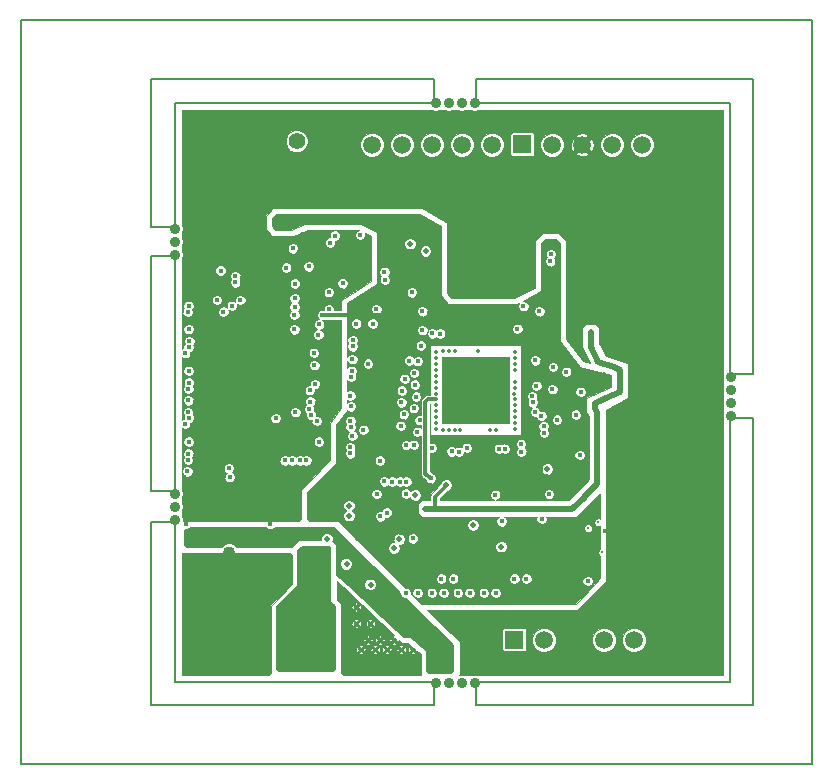
<source format=gbr>
G04 (created by PCBNEW (2013-05-31 BZR 4019)-stable) date 03/03/2014 21:16:57*
%MOIN*%
G04 Gerber Fmt 3.4, Leading zero omitted, Abs format*
%FSLAX34Y34*%
G01*
G70*
G90*
G04 APERTURE LIST*
%ADD10C,0.00590551*%
%ADD11C,0.0077*%
%ADD12C,0.0157*%
%ADD13C,0.0432*%
%ADD14C,0.0195*%
%ADD15C,0.0354*%
%ADD16C,0.2165*%
%ADD17C,0.051*%
%ADD18C,0.055*%
%ADD19C,0.0597*%
%ADD20R,0.0597X0.0597*%
%ADD21C,0.0117*%
%ADD22C,0.0077*%
%ADD23C,0.0196*%
%ADD24C,0.0138*%
%ADD25C,0.0195*%
%ADD26C,0.0117*%
%ADD27C,0.0078*%
%ADD28C,0.0039*%
G04 APERTURE END LIST*
G54D10*
G54D11*
X42606Y-52483D02*
X42606Y-27680D01*
X68983Y-52483D02*
X42606Y-52483D01*
X68983Y-27680D02*
X68983Y-52483D01*
X42606Y-27680D02*
X68983Y-27680D01*
X66228Y-30437D02*
X66228Y-39492D01*
X57764Y-30437D02*
X66228Y-30437D01*
X57764Y-29650D02*
X57764Y-30437D01*
X67016Y-29650D02*
X57764Y-29650D01*
X67016Y-39492D02*
X67016Y-29650D01*
X66228Y-39492D02*
X67016Y-39492D01*
X57764Y-50515D02*
X57764Y-49728D01*
X67016Y-50515D02*
X57764Y-50515D01*
X67016Y-40948D02*
X67016Y-50515D01*
X66228Y-40948D02*
X67016Y-40948D01*
X66228Y-49728D02*
X66228Y-40948D01*
X57764Y-49728D02*
X66228Y-49728D01*
X46936Y-50515D02*
X46936Y-44413D01*
X56386Y-50515D02*
X46936Y-50515D01*
X56386Y-49728D02*
X56386Y-50515D01*
X47724Y-49728D02*
X56386Y-49728D01*
X47724Y-44413D02*
X47724Y-49728D01*
X46936Y-44413D02*
X47724Y-44413D01*
X46936Y-43390D02*
X46936Y-35555D01*
X47724Y-43390D02*
X46936Y-43390D01*
X47724Y-35555D02*
X47724Y-43390D01*
X46936Y-35555D02*
X47724Y-35555D01*
X47724Y-30437D02*
X47724Y-34570D01*
X46936Y-34570D02*
X47724Y-34570D01*
X46936Y-29648D02*
X46936Y-34570D01*
X46936Y-29648D02*
X56384Y-29648D01*
X56384Y-29648D02*
X56384Y-30437D01*
X47724Y-30437D02*
X56384Y-30437D01*
G54D12*
X61338Y-33307D03*
X60708Y-32598D03*
X61181Y-32598D03*
X60787Y-33307D03*
X62598Y-33307D03*
X62677Y-32598D03*
X62047Y-32598D03*
X62047Y-33307D03*
X64448Y-30866D03*
X63523Y-31023D03*
X63917Y-31023D03*
X64842Y-30866D03*
X63937Y-33228D03*
X63444Y-32637D03*
X60236Y-32598D03*
X63307Y-33228D03*
X54409Y-33307D03*
X54409Y-32992D03*
X54803Y-32992D03*
X54803Y-33307D03*
X55669Y-33307D03*
X55669Y-32992D03*
X55275Y-32992D03*
X55275Y-33307D03*
X52047Y-32913D03*
X59763Y-33307D03*
X60157Y-33307D03*
X52440Y-32913D03*
X51574Y-32913D03*
X59291Y-33307D03*
X58818Y-33307D03*
X51181Y-32913D03*
X56574Y-31023D03*
X60118Y-31023D03*
X60511Y-31023D03*
X56968Y-31023D03*
X57834Y-31023D03*
X61377Y-31023D03*
X60984Y-31023D03*
X57440Y-31023D03*
X59173Y-31023D03*
X62716Y-31023D03*
X63110Y-31023D03*
X59566Y-31023D03*
X58700Y-31023D03*
X62244Y-31023D03*
X61850Y-31023D03*
X58307Y-31023D03*
X49842Y-30826D03*
X54803Y-31003D03*
X55196Y-31003D03*
X50236Y-30826D03*
X48917Y-31200D03*
X56062Y-31003D03*
X55669Y-31003D03*
X50708Y-30826D03*
X48976Y-30826D03*
X53937Y-31003D03*
X54330Y-31003D03*
X49370Y-30826D03*
X48503Y-30826D03*
X53464Y-31003D03*
X53070Y-31003D03*
X48110Y-30826D03*
X56141Y-33307D03*
X56141Y-32992D03*
X56535Y-32992D03*
X56535Y-33307D03*
X57401Y-33307D03*
X57401Y-32992D03*
X57007Y-32992D03*
X57007Y-33307D03*
X49606Y-33858D03*
X49606Y-33543D03*
X50000Y-33543D03*
X50000Y-33858D03*
X49133Y-33858D03*
X49133Y-33543D03*
X48740Y-33543D03*
X48740Y-33858D03*
X64488Y-49370D03*
X64251Y-46535D03*
X64645Y-46535D03*
X64881Y-49370D03*
X65748Y-49370D03*
X65511Y-46535D03*
X65118Y-46535D03*
X65354Y-49370D03*
X62992Y-47086D03*
X62992Y-46771D03*
X63385Y-46771D03*
X63385Y-47086D03*
X62519Y-47086D03*
X62519Y-46771D03*
X62125Y-46771D03*
X62125Y-47086D03*
X63543Y-46141D03*
X63543Y-45826D03*
X63937Y-45826D03*
X63937Y-46141D03*
X63937Y-43858D03*
X63937Y-43543D03*
X63543Y-43543D03*
X63543Y-43858D03*
X63543Y-34409D03*
X63543Y-34094D03*
X63937Y-34094D03*
X63937Y-34409D03*
X63937Y-36535D03*
X63937Y-36220D03*
X63543Y-36220D03*
X63543Y-36535D03*
X64173Y-33779D03*
X64330Y-36850D03*
X64724Y-36850D03*
X64566Y-33779D03*
X65433Y-33779D03*
X65590Y-36850D03*
X65196Y-36850D03*
X65039Y-33779D03*
X52047Y-33307D03*
X65118Y-43307D03*
X65511Y-43307D03*
X52440Y-33307D03*
X51574Y-33307D03*
X64645Y-43307D03*
X64251Y-43307D03*
X51181Y-33307D03*
X65511Y-46850D03*
X65826Y-46850D03*
X65826Y-46535D03*
X65826Y-47165D03*
X60314Y-49370D03*
X60314Y-49055D03*
X60708Y-49055D03*
X60708Y-49370D03*
X61574Y-49370D03*
X61574Y-49055D03*
X61181Y-49055D03*
X61181Y-49370D03*
X62913Y-49370D03*
X62913Y-49055D03*
X63307Y-49055D03*
X63307Y-49370D03*
X62440Y-49370D03*
X62440Y-49055D03*
X62047Y-49055D03*
X62047Y-49370D03*
X58661Y-49370D03*
X58661Y-49055D03*
X64015Y-49370D03*
X65905Y-48661D03*
X65590Y-49055D03*
X65905Y-49055D03*
X63464Y-47559D03*
X63779Y-47086D03*
X59921Y-49370D03*
X59921Y-49055D03*
X58188Y-49055D03*
X58188Y-49370D03*
X59448Y-49370D03*
X59448Y-49055D03*
X59055Y-49055D03*
X59055Y-49370D03*
X54409Y-48661D03*
X57007Y-46299D03*
X56614Y-46299D03*
X54803Y-48661D03*
X55669Y-48661D03*
X59448Y-46299D03*
X59055Y-46299D03*
X55275Y-48661D03*
X50236Y-49370D03*
X48976Y-49370D03*
X48818Y-49055D03*
X53937Y-48661D03*
X49763Y-49370D03*
X48503Y-49370D03*
X48110Y-49370D03*
X49370Y-49370D03*
X55433Y-46771D03*
X54173Y-48346D03*
X54566Y-48346D03*
X55826Y-46771D03*
X56692Y-46771D03*
X53779Y-47795D03*
X55039Y-48346D03*
X56299Y-46771D03*
X58031Y-46771D03*
X58425Y-46771D03*
X57559Y-46771D03*
X53779Y-47244D03*
X54251Y-47795D03*
X57165Y-46771D03*
X48976Y-35354D03*
X49527Y-36692D03*
X49133Y-36456D03*
X48897Y-35039D03*
X48976Y-43543D03*
X49291Y-43543D03*
X49291Y-43149D03*
X48976Y-43149D03*
X53779Y-37795D03*
X54330Y-37795D03*
X54173Y-39133D03*
X54015Y-41338D03*
X49763Y-43543D03*
X50078Y-43543D03*
X50078Y-43149D03*
X49763Y-43149D03*
X54803Y-44094D03*
X55669Y-44960D03*
X55433Y-43464D03*
X54566Y-42362D03*
X48110Y-34724D03*
X48582Y-34409D03*
X48582Y-34803D03*
X48110Y-35118D03*
X48110Y-45669D03*
X48425Y-45669D03*
X48582Y-35275D03*
X48110Y-35590D03*
X48110Y-47007D03*
X48425Y-47007D03*
X48425Y-47401D03*
X48110Y-47401D03*
X48110Y-46535D03*
X48425Y-46535D03*
X48425Y-46141D03*
X48110Y-46141D03*
X48110Y-33543D03*
X48110Y-31181D03*
X48110Y-31574D03*
X48110Y-33937D03*
X48818Y-33228D03*
X50787Y-32992D03*
X50629Y-31259D03*
X48110Y-34409D03*
X48110Y-32755D03*
X48425Y-32755D03*
X48425Y-33149D03*
X48110Y-33149D03*
X48110Y-32283D03*
X48425Y-32283D03*
X48425Y-31889D03*
X48110Y-31889D03*
X48110Y-47795D03*
X48425Y-47795D03*
X48425Y-48188D03*
X48110Y-48188D03*
X48110Y-49055D03*
X48425Y-49055D03*
X48425Y-48661D03*
X48110Y-48661D03*
X50787Y-48818D03*
X50314Y-46771D03*
X50708Y-47086D03*
X50393Y-49133D03*
X48740Y-47086D03*
X49763Y-46692D03*
X49212Y-46771D03*
X48897Y-46771D03*
X49448Y-39133D03*
X49763Y-39133D03*
X49763Y-39527D03*
X49448Y-39527D03*
X49370Y-38031D03*
X49763Y-38188D03*
X48976Y-38188D03*
X50157Y-38031D03*
X49527Y-40157D03*
X49842Y-40157D03*
X49842Y-40551D03*
X49527Y-40551D03*
X49370Y-41417D03*
X49921Y-41417D03*
X49921Y-41889D03*
X49370Y-41889D03*
X65826Y-33700D03*
X65826Y-33228D03*
X65433Y-33385D03*
X65905Y-31496D03*
X65826Y-38425D03*
X65826Y-41181D03*
X65826Y-40787D03*
X65826Y-38031D03*
X65826Y-39763D03*
X54566Y-33779D03*
X56771Y-33779D03*
X65826Y-40157D03*
X65826Y-39291D03*
X65826Y-42047D03*
X65826Y-41653D03*
X65826Y-38897D03*
X65905Y-36850D03*
X63700Y-33700D03*
X63622Y-40393D03*
X63543Y-38267D03*
X63543Y-38661D03*
X63622Y-40787D03*
X63622Y-41653D03*
X63543Y-39527D03*
X63543Y-39133D03*
X63622Y-41259D03*
X63622Y-42992D03*
X63149Y-42204D03*
X63070Y-39842D03*
X63149Y-42598D03*
X63622Y-42519D03*
X65905Y-43307D03*
X63543Y-40000D03*
X63622Y-42125D03*
X63070Y-40236D03*
X63543Y-37401D03*
X63070Y-37480D03*
X63070Y-37874D03*
X63543Y-37795D03*
X63543Y-36929D03*
X61653Y-33779D03*
X59212Y-33779D03*
X63937Y-36850D03*
X61496Y-46377D03*
X58346Y-47795D03*
X58346Y-48661D03*
X63622Y-46535D03*
X63858Y-46771D03*
X58346Y-48267D03*
G54D13*
X49554Y-45454D03*
X49554Y-35062D03*
G54D14*
X56102Y-43975D03*
G54D12*
X61386Y-35540D03*
X61024Y-35536D03*
X61024Y-35198D03*
X61394Y-35193D03*
G54D15*
X47725Y-34630D03*
X47725Y-35063D03*
X47725Y-35496D03*
X47725Y-44335D03*
X47725Y-43902D03*
X47725Y-43469D03*
X66268Y-39571D03*
X66268Y-40004D03*
X66268Y-40437D03*
X66268Y-40870D03*
G54D12*
X58299Y-40354D03*
X58299Y-39921D03*
X58082Y-40138D03*
X58515Y-40138D03*
X61011Y-37386D03*
X62078Y-44708D03*
X62275Y-44901D03*
X58732Y-40354D03*
X57866Y-40354D03*
X57433Y-40354D03*
X57000Y-40354D03*
X56783Y-40571D03*
X57216Y-40571D03*
X57653Y-40571D03*
X58082Y-40571D03*
X58515Y-40571D03*
X58515Y-41004D03*
X58082Y-41004D03*
X57653Y-41004D03*
X57216Y-41004D03*
X56783Y-41004D03*
X57000Y-40787D03*
X57433Y-40787D03*
X58299Y-40787D03*
X57866Y-40787D03*
X58732Y-40787D03*
X58732Y-39921D03*
X57866Y-39921D03*
X57433Y-39921D03*
X57000Y-39921D03*
X56783Y-40138D03*
X57216Y-40138D03*
X57653Y-40138D03*
X58515Y-39705D03*
X58082Y-39705D03*
X57653Y-39705D03*
X57216Y-39705D03*
X56783Y-39705D03*
X57000Y-39488D03*
X57433Y-39488D03*
X58299Y-39488D03*
X57866Y-39488D03*
X58732Y-39488D03*
X58732Y-39055D03*
X57866Y-39055D03*
X58299Y-39055D03*
X57433Y-39055D03*
X57000Y-39055D03*
X56783Y-39272D03*
X57216Y-39272D03*
X57653Y-39272D03*
X58082Y-39272D03*
X58515Y-39272D03*
G54D14*
X48861Y-45087D03*
X48546Y-45087D03*
X48231Y-45087D03*
X52389Y-43424D03*
X52744Y-43424D03*
X52941Y-43620D03*
X52586Y-43621D03*
X52782Y-45375D03*
X52782Y-45690D03*
X52584Y-45927D03*
X52190Y-45927D03*
X51994Y-45690D03*
X51994Y-45375D03*
G54D16*
X49752Y-32228D03*
X64791Y-32228D03*
X64791Y-47975D03*
X49752Y-47975D03*
G54D14*
X56378Y-43975D03*
X52232Y-43621D03*
X52112Y-49195D03*
X51720Y-49197D03*
X52507Y-49197D03*
X51325Y-49197D03*
X52902Y-49197D03*
X51325Y-48802D03*
X51325Y-48410D03*
X51325Y-48015D03*
X51325Y-47622D03*
X51325Y-47267D03*
X51720Y-47267D03*
X52114Y-47267D03*
X52507Y-47267D03*
X52900Y-47267D03*
X52900Y-47622D03*
X52900Y-48015D03*
X52900Y-48410D03*
X52900Y-48802D03*
G54D15*
X56426Y-49768D03*
X56859Y-49768D03*
X57292Y-49768D03*
X57726Y-49768D03*
X56425Y-30437D03*
X56858Y-30437D03*
X57291Y-30437D03*
X57725Y-30437D03*
G54D17*
X51299Y-32217D03*
X52299Y-32217D03*
X52299Y-31217D03*
X51299Y-31217D03*
G54D18*
X51799Y-31717D03*
G54D19*
X58307Y-31834D03*
X57307Y-31834D03*
X56307Y-31834D03*
X55307Y-31834D03*
G54D20*
X53307Y-31814D03*
G54D19*
X54307Y-31834D03*
G54D20*
X57576Y-49079D03*
G54D19*
X56576Y-49079D03*
X63314Y-31834D03*
X62314Y-31834D03*
X61314Y-31834D03*
G54D20*
X59314Y-31814D03*
G54D19*
X60314Y-31834D03*
X63043Y-48350D03*
X62043Y-48350D03*
X61043Y-48350D03*
G54D20*
X59043Y-48330D03*
G54D19*
X60043Y-48350D03*
G54D21*
X61685Y-43255D03*
G54D14*
X56783Y-43173D03*
X61728Y-40646D03*
X61821Y-42018D03*
X61594Y-38083D03*
X55748Y-43512D03*
X55032Y-45276D03*
G54D22*
X61488Y-45011D03*
G54D14*
X58976Y-46772D03*
G54D12*
X60177Y-35130D03*
G54D14*
X54949Y-37343D03*
G54D12*
X52646Y-37508D03*
G54D14*
X54221Y-34441D03*
X51169Y-34244D03*
X57756Y-43449D03*
G54D12*
X56949Y-42618D03*
G54D14*
X58264Y-43146D03*
X60142Y-42921D03*
G54D12*
X55299Y-38228D03*
G54D14*
X62039Y-39803D03*
X59910Y-37815D03*
X62036Y-39500D03*
G54D12*
X49256Y-36028D03*
X53323Y-36453D03*
G54D22*
X60677Y-34807D03*
X61854Y-44421D03*
X62578Y-44440D03*
X61988Y-45425D03*
G54D14*
X50921Y-43799D03*
X51012Y-36701D03*
G54D12*
X48154Y-36225D03*
X48154Y-35831D03*
G54D14*
X48158Y-36717D03*
X48150Y-39079D03*
X48189Y-41437D03*
G54D12*
X48032Y-37599D03*
X48047Y-38189D03*
X48024Y-39571D03*
X48028Y-40551D03*
X48032Y-41933D03*
X48032Y-42918D03*
X48197Y-43508D03*
G54D14*
X48138Y-43807D03*
G54D12*
X48102Y-44492D03*
X50921Y-44492D03*
G54D14*
X58002Y-47500D03*
G54D12*
X59961Y-44311D03*
X58626Y-44390D03*
X58413Y-43508D03*
X60205Y-43484D03*
X59882Y-37386D03*
X58256Y-36228D03*
X57106Y-36587D03*
G54D14*
X58616Y-45230D03*
G54D12*
X61102Y-40835D03*
G54D14*
X57668Y-44518D03*
G54D12*
X52012Y-34799D03*
X61264Y-40071D03*
X54457Y-43477D03*
G54D14*
X53465Y-45815D03*
G54D12*
X54579Y-44225D03*
G54D14*
X54268Y-46508D03*
X57984Y-48284D03*
G54D12*
X61957Y-34823D03*
X60906Y-36260D03*
X61957Y-35933D03*
X62154Y-36559D03*
X61228Y-42177D03*
X60882Y-38087D03*
X60780Y-39406D03*
X59350Y-37213D03*
G54D23*
X56091Y-35378D03*
X55579Y-35130D03*
G54D12*
X59508Y-36051D03*
X59650Y-35925D03*
X57094Y-35291D03*
X58354Y-35528D03*
X58370Y-36783D03*
X48165Y-37402D03*
X60266Y-35482D03*
X48193Y-37205D03*
X60246Y-35719D03*
X49565Y-42918D03*
X49132Y-37012D03*
G54D22*
X61511Y-44618D03*
G54D14*
X55217Y-44988D03*
G54D12*
X55288Y-40421D03*
X55701Y-40618D03*
X55366Y-40819D03*
X55705Y-41839D03*
G54D24*
X59065Y-40325D03*
G54D12*
X51732Y-36461D03*
X53591Y-41236D03*
G54D24*
X56447Y-41309D03*
G54D12*
X59951Y-40876D03*
X51728Y-36957D03*
G54D24*
X59065Y-40522D03*
G54D12*
X52870Y-37327D03*
X51728Y-37240D03*
X52870Y-36752D03*
X59669Y-40425D03*
X55736Y-39831D03*
X53906Y-34843D03*
X48193Y-37984D03*
X60319Y-39984D03*
X52906Y-35095D03*
X52543Y-37827D03*
G54D24*
X56870Y-38720D03*
G54D12*
X55981Y-37386D03*
G54D24*
X59065Y-38750D03*
G54D12*
X57205Y-42071D03*
X60473Y-41000D03*
G54D24*
X59065Y-40915D03*
X59065Y-39341D03*
G54D12*
X60339Y-39244D03*
X57465Y-41937D03*
G54D24*
X57254Y-41339D03*
G54D14*
X52811Y-44992D03*
X53539Y-43862D03*
X53539Y-44197D03*
G54D12*
X60030Y-41211D03*
G54D24*
X59075Y-41112D03*
G54D12*
X60039Y-41437D03*
X55638Y-36756D03*
G54D24*
X57067Y-38720D03*
G54D12*
X59272Y-41807D03*
X59748Y-39020D03*
G54D24*
X58238Y-41339D03*
X59065Y-39144D03*
X59065Y-38947D03*
X59055Y-40128D03*
X57854Y-38720D03*
G54D12*
X59150Y-37972D03*
G54D24*
X57057Y-41339D03*
G54D12*
X55933Y-38528D03*
G54D24*
X56437Y-39734D03*
X56437Y-40325D03*
G54D12*
X56260Y-42953D03*
G54D24*
X56860Y-41339D03*
G54D14*
X60154Y-42638D03*
G54D24*
X59065Y-41309D03*
X59065Y-39931D03*
G54D12*
X55394Y-39638D03*
X53650Y-41536D03*
G54D24*
X56437Y-41112D03*
G54D12*
X53583Y-40201D03*
G54D24*
X56437Y-39931D03*
G54D12*
X55831Y-39047D03*
G54D24*
X56437Y-40915D03*
G54D12*
X53579Y-41925D03*
X53602Y-40559D03*
G54D24*
X56437Y-40128D03*
G54D12*
X55303Y-40032D03*
X53662Y-38355D03*
G54D24*
X56437Y-38750D03*
G54D12*
X55709Y-39445D03*
X56957Y-42059D03*
G54D24*
X56663Y-41339D03*
G54D12*
X52193Y-35890D03*
X59740Y-40740D03*
X54453Y-37319D03*
X51721Y-37508D03*
X54721Y-36075D03*
X59787Y-39870D03*
X55555Y-39028D03*
G54D24*
X56437Y-38947D03*
G54D12*
X53662Y-38555D03*
X53610Y-39571D03*
G54D24*
X56437Y-39537D03*
G54D12*
X53626Y-39370D03*
G54D24*
X56437Y-39341D03*
G54D12*
X53579Y-42122D03*
G54D24*
X56437Y-40719D03*
G54D12*
X55772Y-40232D03*
X55890Y-41016D03*
X55260Y-41209D03*
X55815Y-41406D03*
X55445Y-41846D03*
X56303Y-41937D03*
X53650Y-38981D03*
G54D24*
X56437Y-39144D03*
G54D12*
X53587Y-41040D03*
G54D24*
X56437Y-40522D03*
G54D12*
X59646Y-40225D03*
X54736Y-36331D03*
X49354Y-37402D03*
X53071Y-34862D03*
X52276Y-40847D03*
X52248Y-40394D03*
X48185Y-39965D03*
X48221Y-38386D03*
X52516Y-38162D03*
X48201Y-39768D03*
X52232Y-40016D03*
X48197Y-39370D03*
X52402Y-39815D03*
X48079Y-38783D03*
X52386Y-39181D03*
X48193Y-38591D03*
X52366Y-38772D03*
G54D24*
X59065Y-39734D03*
G54D12*
X51445Y-35929D03*
X52213Y-40654D03*
X48181Y-40355D03*
X55984Y-38016D03*
X56319Y-38122D03*
X56575Y-38130D03*
G54D24*
X56673Y-38711D03*
G54D12*
X49744Y-36425D03*
X49634Y-37205D03*
X49917Y-37012D03*
X49748Y-36225D03*
X51717Y-37992D03*
X52535Y-41732D03*
X48173Y-42331D03*
X52118Y-42354D03*
X54984Y-43063D03*
X48173Y-40748D03*
X55453Y-43067D03*
X51752Y-40748D03*
X48181Y-42130D03*
X51917Y-42355D03*
X48197Y-41732D03*
X51398Y-42355D03*
X48075Y-41142D03*
X51638Y-42355D03*
X48201Y-40949D03*
X54721Y-43055D03*
X51091Y-40949D03*
X55225Y-43067D03*
G54D24*
X59065Y-40719D03*
G54D12*
X51669Y-35288D03*
G54D24*
X58435Y-41339D03*
G54D12*
X58536Y-41973D03*
X59281Y-42067D03*
X58740Y-41969D03*
X52465Y-41043D03*
X49535Y-42618D03*
X48154Y-42725D03*
G54D14*
X51169Y-44827D03*
X51169Y-45063D03*
G54D25*
X61821Y-42018D02*
X61821Y-40739D01*
X61821Y-40739D02*
X61728Y-40646D01*
G54D26*
X56402Y-43948D02*
X56402Y-43582D01*
G54D25*
X60984Y-43976D02*
X61398Y-43563D01*
G54D26*
X56791Y-43165D02*
X56402Y-43582D01*
X56783Y-43173D02*
X56791Y-43165D01*
G54D25*
X56063Y-43976D02*
X60984Y-43976D01*
X61398Y-43563D02*
X61388Y-43573D01*
X61388Y-43573D02*
X61821Y-43140D01*
X61821Y-43140D02*
X61821Y-42018D01*
X61728Y-40449D02*
X61728Y-40646D01*
X61728Y-40449D02*
X61909Y-40378D01*
X61909Y-40378D02*
X62098Y-40291D01*
X62098Y-40291D02*
X62559Y-40079D01*
X62559Y-40079D02*
X62559Y-39331D01*
X62559Y-39331D02*
X62358Y-39256D01*
X62358Y-39256D02*
X61854Y-39079D01*
X61854Y-39079D02*
X61594Y-38583D01*
X61594Y-38583D02*
X61594Y-38083D01*
G54D26*
X52646Y-37508D02*
X54531Y-37508D01*
X54531Y-37508D02*
X55299Y-38228D01*
X56437Y-40325D02*
X56161Y-40327D01*
X56083Y-42795D02*
X56260Y-42953D01*
X56083Y-40406D02*
X56083Y-42795D01*
X56161Y-40327D02*
X56083Y-40406D01*
G54D10*
G36*
X53071Y-49314D02*
X53015Y-49370D01*
X51196Y-49370D01*
X51140Y-49314D01*
X51140Y-47259D01*
X51849Y-46550D01*
X51849Y-45370D01*
X51984Y-45235D01*
X52858Y-45235D01*
X52914Y-45291D01*
X52914Y-47062D01*
X53071Y-47220D01*
X53071Y-49314D01*
X53071Y-49314D01*
G37*
G54D11*
X53071Y-49314D02*
X53015Y-49370D01*
X51196Y-49370D01*
X51140Y-49314D01*
X51140Y-47259D01*
X51849Y-46550D01*
X51849Y-45370D01*
X51984Y-45235D01*
X52858Y-45235D01*
X52914Y-45291D01*
X52914Y-47062D01*
X53071Y-47220D01*
X53071Y-49314D01*
G54D10*
G36*
X57008Y-49392D02*
X56952Y-49449D01*
X56197Y-49449D01*
X56141Y-49392D01*
X56141Y-48722D01*
X55606Y-48229D01*
X55369Y-48229D01*
X54481Y-47403D01*
X54481Y-46465D01*
X54449Y-46387D01*
X54389Y-46327D01*
X54310Y-46294D01*
X54225Y-46294D01*
X54147Y-46326D01*
X54087Y-46386D01*
X54054Y-46465D01*
X54054Y-46550D01*
X54086Y-46628D01*
X54146Y-46688D01*
X54225Y-46721D01*
X54310Y-46721D01*
X54388Y-46689D01*
X54448Y-46629D01*
X54481Y-46550D01*
X54481Y-46465D01*
X54481Y-47403D01*
X53678Y-46656D01*
X53678Y-45772D01*
X53646Y-45694D01*
X53586Y-45634D01*
X53507Y-45601D01*
X53422Y-45601D01*
X53344Y-45633D01*
X53284Y-45693D01*
X53251Y-45772D01*
X53251Y-45857D01*
X53283Y-45935D01*
X53343Y-45995D01*
X53422Y-46028D01*
X53507Y-46028D01*
X53585Y-45996D01*
X53645Y-45936D01*
X53678Y-45857D01*
X53678Y-45772D01*
X53678Y-46656D01*
X53149Y-46164D01*
X53149Y-45180D01*
X53018Y-45049D01*
X53024Y-45034D01*
X53024Y-44949D01*
X52992Y-44871D01*
X52932Y-44811D01*
X52853Y-44778D01*
X52768Y-44778D01*
X52690Y-44810D01*
X52630Y-44870D01*
X52597Y-44949D01*
X52597Y-45000D01*
X51873Y-45000D01*
X51637Y-45237D01*
X49806Y-45237D01*
X49742Y-45172D01*
X49620Y-45122D01*
X49488Y-45121D01*
X49366Y-45172D01*
X49301Y-45237D01*
X48126Y-45237D01*
X48070Y-45180D01*
X48070Y-44686D01*
X48140Y-44686D01*
X48212Y-44656D01*
X48263Y-44606D01*
X50759Y-44606D01*
X50810Y-44656D01*
X50882Y-44686D01*
X50959Y-44686D01*
X51031Y-44656D01*
X51082Y-44606D01*
X53054Y-44606D01*
X55238Y-46768D01*
X55238Y-46810D01*
X55268Y-46881D01*
X55322Y-46936D01*
X55394Y-46966D01*
X55438Y-46966D01*
X57008Y-48520D01*
X57008Y-49392D01*
X57008Y-49392D01*
G37*
G54D27*
X57008Y-49392D02*
X56952Y-49449D01*
X56197Y-49449D01*
X56141Y-49392D01*
X56141Y-48722D01*
X55606Y-48229D01*
X55369Y-48229D01*
X54481Y-47403D01*
X54481Y-46465D01*
X54449Y-46387D01*
X54389Y-46327D01*
X54310Y-46294D01*
X54225Y-46294D01*
X54147Y-46326D01*
X54087Y-46386D01*
X54054Y-46465D01*
X54054Y-46550D01*
X54086Y-46628D01*
X54146Y-46688D01*
X54225Y-46721D01*
X54310Y-46721D01*
X54388Y-46689D01*
X54448Y-46629D01*
X54481Y-46550D01*
X54481Y-46465D01*
X54481Y-47403D01*
X53678Y-46656D01*
X53678Y-45772D01*
X53646Y-45694D01*
X53586Y-45634D01*
X53507Y-45601D01*
X53422Y-45601D01*
X53344Y-45633D01*
X53284Y-45693D01*
X53251Y-45772D01*
X53251Y-45857D01*
X53283Y-45935D01*
X53343Y-45995D01*
X53422Y-46028D01*
X53507Y-46028D01*
X53585Y-45996D01*
X53645Y-45936D01*
X53678Y-45857D01*
X53678Y-45772D01*
X53678Y-46656D01*
X53149Y-46164D01*
X53149Y-45180D01*
X53018Y-45049D01*
X53024Y-45034D01*
X53024Y-44949D01*
X52992Y-44871D01*
X52932Y-44811D01*
X52853Y-44778D01*
X52768Y-44778D01*
X52690Y-44810D01*
X52630Y-44870D01*
X52597Y-44949D01*
X52597Y-45000D01*
X51873Y-45000D01*
X51637Y-45237D01*
X49806Y-45237D01*
X49742Y-45172D01*
X49620Y-45122D01*
X49488Y-45121D01*
X49366Y-45172D01*
X49301Y-45237D01*
X48126Y-45237D01*
X48070Y-45180D01*
X48070Y-44686D01*
X48140Y-44686D01*
X48212Y-44656D01*
X48263Y-44606D01*
X50759Y-44606D01*
X50810Y-44656D01*
X50882Y-44686D01*
X50959Y-44686D01*
X51031Y-44656D01*
X51082Y-44606D01*
X53054Y-44606D01*
X55238Y-46768D01*
X55238Y-46810D01*
X55268Y-46881D01*
X55322Y-46936D01*
X55394Y-46966D01*
X55438Y-46966D01*
X57008Y-48520D01*
X57008Y-49392D01*
G54D10*
G36*
X62263Y-39908D02*
X61439Y-40262D01*
X61439Y-40036D01*
X61412Y-39972D01*
X61363Y-39922D01*
X61298Y-39896D01*
X61229Y-39895D01*
X61165Y-39922D01*
X61115Y-39971D01*
X61089Y-40036D01*
X61088Y-40105D01*
X61115Y-40170D01*
X61164Y-40219D01*
X61229Y-40245D01*
X61298Y-40246D01*
X61363Y-40219D01*
X61412Y-40170D01*
X61438Y-40105D01*
X61439Y-40036D01*
X61439Y-40262D01*
X61437Y-40263D01*
X61437Y-40756D01*
X61555Y-40874D01*
X61555Y-42983D01*
X61403Y-43136D01*
X61403Y-42142D01*
X61376Y-42078D01*
X61327Y-42028D01*
X61277Y-42007D01*
X61277Y-40800D01*
X61250Y-40736D01*
X61201Y-40686D01*
X61136Y-40660D01*
X61067Y-40659D01*
X61003Y-40686D01*
X60955Y-40734D01*
X60955Y-39371D01*
X60928Y-39307D01*
X60879Y-39257D01*
X60814Y-39231D01*
X60745Y-39230D01*
X60681Y-39257D01*
X60631Y-39306D01*
X60605Y-39371D01*
X60604Y-39440D01*
X60631Y-39505D01*
X60680Y-39554D01*
X60745Y-39580D01*
X60814Y-39581D01*
X60879Y-39554D01*
X60928Y-39505D01*
X60954Y-39440D01*
X60955Y-39371D01*
X60955Y-40734D01*
X60953Y-40735D01*
X60927Y-40800D01*
X60926Y-40869D01*
X60953Y-40934D01*
X61002Y-40983D01*
X61067Y-41009D01*
X61136Y-41010D01*
X61201Y-40983D01*
X61250Y-40934D01*
X61276Y-40869D01*
X61277Y-40800D01*
X61277Y-42007D01*
X61262Y-42002D01*
X61193Y-42001D01*
X61129Y-42028D01*
X61079Y-42077D01*
X61053Y-42142D01*
X61052Y-42211D01*
X61079Y-42276D01*
X61128Y-42325D01*
X61193Y-42351D01*
X61262Y-42352D01*
X61327Y-42325D01*
X61376Y-42276D01*
X61402Y-42211D01*
X61403Y-42142D01*
X61403Y-43136D01*
X60857Y-43681D01*
X60648Y-43681D01*
X60648Y-40965D01*
X60621Y-40901D01*
X60572Y-40851D01*
X60514Y-40827D01*
X60514Y-39209D01*
X60487Y-39145D01*
X60441Y-39098D01*
X60441Y-35447D01*
X60414Y-35383D01*
X60365Y-35333D01*
X60300Y-35307D01*
X60231Y-35306D01*
X60167Y-35333D01*
X60117Y-35382D01*
X60091Y-35447D01*
X60090Y-35516D01*
X60117Y-35581D01*
X60127Y-35590D01*
X60097Y-35619D01*
X60071Y-35684D01*
X60070Y-35753D01*
X60097Y-35818D01*
X60146Y-35867D01*
X60211Y-35893D01*
X60280Y-35894D01*
X60345Y-35867D01*
X60394Y-35818D01*
X60420Y-35753D01*
X60421Y-35684D01*
X60394Y-35620D01*
X60384Y-35610D01*
X60414Y-35581D01*
X60440Y-35516D01*
X60441Y-35447D01*
X60441Y-39098D01*
X60438Y-39095D01*
X60373Y-39069D01*
X60304Y-39068D01*
X60240Y-39095D01*
X60190Y-39144D01*
X60164Y-39209D01*
X60163Y-39278D01*
X60190Y-39343D01*
X60239Y-39392D01*
X60304Y-39418D01*
X60373Y-39419D01*
X60438Y-39392D01*
X60487Y-39343D01*
X60513Y-39278D01*
X60514Y-39209D01*
X60514Y-40827D01*
X60507Y-40825D01*
X60494Y-40825D01*
X60494Y-39949D01*
X60467Y-39885D01*
X60418Y-39835D01*
X60353Y-39809D01*
X60284Y-39808D01*
X60220Y-39835D01*
X60170Y-39884D01*
X60144Y-39949D01*
X60143Y-40018D01*
X60170Y-40083D01*
X60219Y-40132D01*
X60284Y-40158D01*
X60353Y-40159D01*
X60418Y-40132D01*
X60467Y-40083D01*
X60493Y-40018D01*
X60494Y-39949D01*
X60494Y-40825D01*
X60438Y-40824D01*
X60374Y-40851D01*
X60324Y-40900D01*
X60298Y-40965D01*
X60297Y-41034D01*
X60324Y-41099D01*
X60373Y-41148D01*
X60438Y-41174D01*
X60507Y-41175D01*
X60572Y-41148D01*
X60621Y-41099D01*
X60647Y-41034D01*
X60648Y-40965D01*
X60648Y-43681D01*
X60380Y-43681D01*
X60380Y-43449D01*
X60353Y-43385D01*
X60348Y-43379D01*
X60348Y-42599D01*
X60318Y-42528D01*
X60264Y-42473D01*
X60214Y-42452D01*
X60214Y-41402D01*
X60187Y-41338D01*
X60168Y-41319D01*
X60178Y-41310D01*
X60204Y-41245D01*
X60205Y-41176D01*
X60178Y-41112D01*
X60129Y-41062D01*
X60064Y-41036D01*
X60022Y-41035D01*
X60050Y-41024D01*
X60099Y-40975D01*
X60125Y-40910D01*
X60126Y-40841D01*
X60099Y-40777D01*
X60057Y-40734D01*
X60057Y-37351D01*
X60030Y-37287D01*
X59981Y-37237D01*
X59916Y-37211D01*
X59847Y-37210D01*
X59783Y-37237D01*
X59733Y-37286D01*
X59707Y-37351D01*
X59706Y-37420D01*
X59733Y-37485D01*
X59782Y-37534D01*
X59847Y-37560D01*
X59916Y-37561D01*
X59981Y-37534D01*
X60030Y-37485D01*
X60056Y-37420D01*
X60057Y-37351D01*
X60057Y-40734D01*
X60050Y-40727D01*
X59985Y-40701D01*
X59962Y-40701D01*
X59962Y-39835D01*
X59935Y-39771D01*
X59923Y-39758D01*
X59923Y-38985D01*
X59896Y-38921D01*
X59847Y-38871D01*
X59782Y-38845D01*
X59713Y-38844D01*
X59649Y-38871D01*
X59599Y-38920D01*
X59573Y-38985D01*
X59572Y-39054D01*
X59599Y-39119D01*
X59648Y-39168D01*
X59713Y-39194D01*
X59782Y-39195D01*
X59847Y-39168D01*
X59896Y-39119D01*
X59922Y-39054D01*
X59923Y-38985D01*
X59923Y-39758D01*
X59886Y-39721D01*
X59821Y-39695D01*
X59752Y-39694D01*
X59688Y-39721D01*
X59638Y-39770D01*
X59612Y-39835D01*
X59611Y-39904D01*
X59638Y-39969D01*
X59687Y-40018D01*
X59752Y-40044D01*
X59821Y-40045D01*
X59886Y-40018D01*
X59935Y-39969D01*
X59961Y-39904D01*
X59962Y-39835D01*
X59962Y-40701D01*
X59916Y-40700D01*
X59913Y-40702D01*
X59888Y-40641D01*
X59839Y-40591D01*
X59775Y-40565D01*
X59817Y-40524D01*
X59843Y-40459D01*
X59844Y-40390D01*
X59817Y-40326D01*
X59800Y-40309D01*
X59820Y-40259D01*
X59821Y-40190D01*
X59794Y-40126D01*
X59745Y-40076D01*
X59680Y-40050D01*
X59611Y-40049D01*
X59547Y-40076D01*
X59497Y-40125D01*
X59471Y-40190D01*
X59470Y-40259D01*
X59497Y-40324D01*
X59514Y-40340D01*
X59494Y-40390D01*
X59493Y-40459D01*
X59520Y-40524D01*
X59569Y-40573D01*
X59633Y-40599D01*
X59591Y-40640D01*
X59565Y-40705D01*
X59564Y-40774D01*
X59591Y-40839D01*
X59640Y-40888D01*
X59705Y-40914D01*
X59774Y-40915D01*
X59777Y-40913D01*
X59802Y-40975D01*
X59851Y-41024D01*
X59916Y-41050D01*
X59958Y-41051D01*
X59931Y-41062D01*
X59881Y-41111D01*
X59855Y-41176D01*
X59854Y-41245D01*
X59881Y-41310D01*
X59900Y-41328D01*
X59890Y-41337D01*
X59864Y-41402D01*
X59863Y-41471D01*
X59890Y-41536D01*
X59939Y-41585D01*
X60004Y-41611D01*
X60073Y-41612D01*
X60138Y-41585D01*
X60187Y-41536D01*
X60213Y-41471D01*
X60214Y-41402D01*
X60214Y-42452D01*
X60192Y-42444D01*
X60115Y-42443D01*
X60044Y-42473D01*
X59989Y-42527D01*
X59960Y-42599D01*
X59959Y-42676D01*
X59989Y-42747D01*
X60043Y-42802D01*
X60115Y-42831D01*
X60192Y-42832D01*
X60263Y-42802D01*
X60318Y-42748D01*
X60347Y-42676D01*
X60348Y-42599D01*
X60348Y-43379D01*
X60304Y-43335D01*
X60239Y-43309D01*
X60170Y-43308D01*
X60106Y-43335D01*
X60056Y-43384D01*
X60030Y-43449D01*
X60029Y-43518D01*
X60056Y-43583D01*
X60105Y-43632D01*
X60170Y-43658D01*
X60239Y-43659D01*
X60304Y-43632D01*
X60353Y-43583D01*
X60379Y-43518D01*
X60380Y-43449D01*
X60380Y-43681D01*
X59456Y-43681D01*
X59456Y-42032D01*
X59429Y-41968D01*
X59393Y-41932D01*
X59420Y-41906D01*
X59446Y-41841D01*
X59447Y-41772D01*
X59420Y-41708D01*
X59371Y-41658D01*
X59325Y-41639D01*
X59325Y-37937D01*
X59298Y-37873D01*
X59249Y-37823D01*
X59184Y-37797D01*
X59115Y-37796D01*
X59051Y-37823D01*
X59001Y-37872D01*
X58975Y-37937D01*
X58974Y-38006D01*
X59001Y-38071D01*
X59050Y-38120D01*
X59115Y-38146D01*
X59184Y-38147D01*
X59249Y-38120D01*
X59298Y-38071D01*
X59324Y-38006D01*
X59325Y-37937D01*
X59325Y-41639D01*
X59306Y-41632D01*
X59271Y-41631D01*
X59271Y-41515D01*
X59271Y-38523D01*
X56750Y-38523D01*
X56750Y-38095D01*
X56723Y-38031D01*
X56674Y-37981D01*
X56609Y-37955D01*
X56540Y-37954D01*
X56476Y-37981D01*
X56450Y-38006D01*
X56418Y-37973D01*
X56353Y-37947D01*
X56285Y-37946D01*
X56285Y-35339D01*
X56255Y-35267D01*
X56201Y-35213D01*
X56129Y-35183D01*
X56052Y-35183D01*
X55980Y-35213D01*
X55926Y-35267D01*
X55896Y-35339D01*
X55896Y-35416D01*
X55926Y-35488D01*
X55980Y-35542D01*
X56052Y-35572D01*
X56129Y-35572D01*
X56201Y-35542D01*
X56255Y-35488D01*
X56285Y-35416D01*
X56285Y-35339D01*
X56285Y-37946D01*
X56284Y-37946D01*
X56220Y-37973D01*
X56170Y-38022D01*
X56159Y-38050D01*
X56159Y-37981D01*
X56156Y-37974D01*
X56156Y-37351D01*
X56129Y-37287D01*
X56080Y-37237D01*
X56015Y-37211D01*
X55946Y-37210D01*
X55882Y-37237D01*
X55832Y-37286D01*
X55813Y-37334D01*
X55813Y-36721D01*
X55786Y-36657D01*
X55773Y-36644D01*
X55773Y-35091D01*
X55743Y-35019D01*
X55689Y-34965D01*
X55617Y-34935D01*
X55540Y-34935D01*
X55468Y-34965D01*
X55414Y-35019D01*
X55384Y-35091D01*
X55384Y-35168D01*
X55414Y-35240D01*
X55468Y-35294D01*
X55540Y-35324D01*
X55617Y-35324D01*
X55689Y-35294D01*
X55743Y-35240D01*
X55773Y-35168D01*
X55773Y-35091D01*
X55773Y-36644D01*
X55737Y-36607D01*
X55672Y-36581D01*
X55603Y-36580D01*
X55539Y-36607D01*
X55489Y-36656D01*
X55463Y-36721D01*
X55462Y-36790D01*
X55489Y-36855D01*
X55538Y-36904D01*
X55603Y-36930D01*
X55672Y-36931D01*
X55737Y-36904D01*
X55786Y-36855D01*
X55812Y-36790D01*
X55813Y-36721D01*
X55813Y-37334D01*
X55806Y-37351D01*
X55805Y-37420D01*
X55832Y-37485D01*
X55881Y-37534D01*
X55946Y-37560D01*
X56015Y-37561D01*
X56080Y-37534D01*
X56129Y-37485D01*
X56155Y-37420D01*
X56156Y-37351D01*
X56156Y-37974D01*
X56132Y-37917D01*
X56083Y-37867D01*
X56018Y-37841D01*
X55949Y-37840D01*
X55885Y-37867D01*
X55835Y-37916D01*
X55809Y-37981D01*
X55808Y-38050D01*
X55835Y-38115D01*
X55884Y-38164D01*
X55949Y-38190D01*
X56018Y-38191D01*
X56083Y-38164D01*
X56132Y-38115D01*
X56158Y-38050D01*
X56159Y-37981D01*
X56159Y-38050D01*
X56144Y-38087D01*
X56143Y-38156D01*
X56170Y-38221D01*
X56219Y-38270D01*
X56284Y-38296D01*
X56353Y-38297D01*
X56418Y-38270D01*
X56443Y-38245D01*
X56475Y-38278D01*
X56540Y-38304D01*
X56609Y-38305D01*
X56674Y-38278D01*
X56723Y-38229D01*
X56749Y-38164D01*
X56750Y-38095D01*
X56750Y-38523D01*
X56240Y-38523D01*
X56240Y-40171D01*
X56160Y-40172D01*
X56159Y-40171D01*
X56108Y-40182D01*
X56108Y-38493D01*
X56081Y-38429D01*
X56032Y-38379D01*
X55967Y-38353D01*
X55898Y-38352D01*
X55834Y-38379D01*
X55784Y-38428D01*
X55758Y-38493D01*
X55757Y-38562D01*
X55784Y-38627D01*
X55833Y-38676D01*
X55898Y-38702D01*
X55967Y-38703D01*
X56032Y-38676D01*
X56081Y-38627D01*
X56107Y-38562D01*
X56108Y-38493D01*
X56108Y-40182D01*
X56100Y-40184D01*
X56050Y-40218D01*
X56006Y-40263D01*
X56006Y-39012D01*
X55979Y-38948D01*
X55930Y-38898D01*
X55865Y-38872D01*
X55796Y-38871D01*
X55732Y-38898D01*
X55702Y-38928D01*
X55654Y-38879D01*
X55589Y-38853D01*
X55520Y-38852D01*
X55456Y-38879D01*
X55406Y-38928D01*
X55380Y-38993D01*
X55379Y-39062D01*
X55406Y-39127D01*
X55455Y-39176D01*
X55520Y-39202D01*
X55589Y-39203D01*
X55654Y-39176D01*
X55683Y-39146D01*
X55731Y-39195D01*
X55796Y-39221D01*
X55865Y-39222D01*
X55930Y-39195D01*
X55979Y-39146D01*
X56005Y-39081D01*
X56006Y-39012D01*
X56006Y-40263D01*
X55972Y-40297D01*
X55956Y-40322D01*
X55947Y-40335D01*
X55947Y-40197D01*
X55920Y-40133D01*
X55911Y-40123D01*
X55911Y-39796D01*
X55884Y-39732D01*
X55884Y-39731D01*
X55884Y-39410D01*
X55857Y-39346D01*
X55808Y-39296D01*
X55743Y-39270D01*
X55674Y-39269D01*
X55610Y-39296D01*
X55560Y-39345D01*
X55534Y-39410D01*
X55533Y-39479D01*
X55560Y-39544D01*
X55609Y-39593D01*
X55674Y-39619D01*
X55743Y-39620D01*
X55808Y-39593D01*
X55857Y-39544D01*
X55883Y-39479D01*
X55884Y-39410D01*
X55884Y-39731D01*
X55835Y-39682D01*
X55770Y-39656D01*
X55701Y-39655D01*
X55637Y-39682D01*
X55587Y-39731D01*
X55569Y-39776D01*
X55569Y-39603D01*
X55542Y-39539D01*
X55493Y-39489D01*
X55428Y-39463D01*
X55359Y-39462D01*
X55295Y-39489D01*
X55245Y-39538D01*
X55219Y-39603D01*
X55218Y-39672D01*
X55245Y-39737D01*
X55294Y-39786D01*
X55359Y-39812D01*
X55428Y-39813D01*
X55493Y-39786D01*
X55542Y-39737D01*
X55568Y-39672D01*
X55569Y-39603D01*
X55569Y-39776D01*
X55561Y-39796D01*
X55560Y-39865D01*
X55587Y-39930D01*
X55636Y-39979D01*
X55701Y-40005D01*
X55770Y-40006D01*
X55835Y-39979D01*
X55884Y-39930D01*
X55910Y-39865D01*
X55911Y-39796D01*
X55911Y-40123D01*
X55871Y-40083D01*
X55806Y-40057D01*
X55737Y-40056D01*
X55673Y-40083D01*
X55623Y-40132D01*
X55597Y-40197D01*
X55596Y-40266D01*
X55623Y-40331D01*
X55672Y-40380D01*
X55737Y-40406D01*
X55806Y-40407D01*
X55871Y-40380D01*
X55920Y-40331D01*
X55946Y-40266D01*
X55947Y-40197D01*
X55947Y-40335D01*
X55939Y-40346D01*
X55939Y-40347D01*
X55939Y-40347D01*
X55933Y-40376D01*
X55928Y-40406D01*
X55928Y-40842D01*
X55924Y-40841D01*
X55876Y-40840D01*
X55876Y-40583D01*
X55849Y-40519D01*
X55800Y-40469D01*
X55735Y-40443D01*
X55666Y-40442D01*
X55602Y-40469D01*
X55552Y-40518D01*
X55526Y-40583D01*
X55525Y-40652D01*
X55552Y-40717D01*
X55601Y-40766D01*
X55666Y-40792D01*
X55735Y-40793D01*
X55800Y-40766D01*
X55849Y-40717D01*
X55875Y-40652D01*
X55876Y-40583D01*
X55876Y-40840D01*
X55855Y-40840D01*
X55791Y-40867D01*
X55741Y-40916D01*
X55715Y-40981D01*
X55714Y-41050D01*
X55741Y-41115D01*
X55790Y-41164D01*
X55855Y-41190D01*
X55924Y-41191D01*
X55928Y-41189D01*
X55928Y-41271D01*
X55914Y-41257D01*
X55849Y-41231D01*
X55780Y-41230D01*
X55716Y-41257D01*
X55666Y-41306D01*
X55640Y-41371D01*
X55639Y-41440D01*
X55666Y-41505D01*
X55715Y-41554D01*
X55780Y-41580D01*
X55849Y-41581D01*
X55914Y-41554D01*
X55928Y-41540D01*
X55928Y-42795D01*
X55928Y-42799D01*
X55928Y-42803D01*
X55934Y-42828D01*
X55939Y-42854D01*
X55942Y-42857D01*
X55943Y-42862D01*
X55958Y-42882D01*
X55973Y-42904D01*
X55977Y-42907D01*
X55979Y-42910D01*
X56096Y-43014D01*
X56111Y-43052D01*
X56160Y-43101D01*
X56225Y-43127D01*
X56294Y-43128D01*
X56359Y-43101D01*
X56408Y-43052D01*
X56434Y-42987D01*
X56435Y-42918D01*
X56408Y-42854D01*
X56359Y-42804D01*
X56297Y-42779D01*
X56238Y-42725D01*
X56238Y-42099D01*
X56268Y-42111D01*
X56337Y-42112D01*
X56402Y-42085D01*
X56451Y-42036D01*
X56477Y-41971D01*
X56478Y-41902D01*
X56451Y-41838D01*
X56402Y-41788D01*
X56337Y-41762D01*
X56268Y-41761D01*
X56238Y-41774D01*
X56238Y-40481D01*
X56240Y-40481D01*
X56240Y-41515D01*
X59271Y-41515D01*
X59271Y-41631D01*
X59237Y-41631D01*
X59173Y-41658D01*
X59123Y-41707D01*
X59097Y-41772D01*
X59096Y-41841D01*
X59123Y-41906D01*
X59159Y-41941D01*
X59132Y-41967D01*
X59106Y-42032D01*
X59105Y-42101D01*
X59132Y-42166D01*
X59181Y-42215D01*
X59246Y-42241D01*
X59271Y-42241D01*
X59315Y-42242D01*
X59380Y-42215D01*
X59429Y-42166D01*
X59455Y-42101D01*
X59456Y-42032D01*
X59456Y-43681D01*
X59271Y-43681D01*
X59252Y-43681D01*
X58915Y-43681D01*
X58915Y-41934D01*
X58888Y-41870D01*
X58839Y-41820D01*
X58774Y-41794D01*
X58705Y-41793D01*
X58641Y-41820D01*
X58636Y-41825D01*
X58635Y-41824D01*
X58570Y-41798D01*
X58501Y-41797D01*
X58437Y-41824D01*
X58387Y-41873D01*
X58361Y-41938D01*
X58360Y-42007D01*
X58387Y-42072D01*
X58436Y-42121D01*
X58501Y-42147D01*
X58570Y-42148D01*
X58635Y-42121D01*
X58639Y-42116D01*
X58640Y-42117D01*
X58705Y-42143D01*
X58774Y-42144D01*
X58839Y-42117D01*
X58888Y-42068D01*
X58914Y-42003D01*
X58915Y-41934D01*
X58915Y-43681D01*
X58451Y-43681D01*
X58512Y-43656D01*
X58561Y-43607D01*
X58587Y-43542D01*
X58588Y-43473D01*
X58561Y-43409D01*
X58512Y-43359D01*
X58447Y-43333D01*
X58378Y-43332D01*
X58314Y-43359D01*
X58264Y-43408D01*
X58238Y-43473D01*
X58237Y-43542D01*
X58264Y-43607D01*
X58313Y-43656D01*
X58374Y-43681D01*
X57640Y-43681D01*
X57640Y-41902D01*
X57613Y-41838D01*
X57564Y-41788D01*
X57499Y-41762D01*
X57430Y-41761D01*
X57366Y-41788D01*
X57316Y-41837D01*
X57290Y-41902D01*
X57290Y-41916D01*
X57239Y-41896D01*
X57170Y-41895D01*
X57106Y-41922D01*
X57086Y-41941D01*
X57056Y-41910D01*
X56991Y-41884D01*
X56922Y-41883D01*
X56858Y-41910D01*
X56808Y-41959D01*
X56782Y-42024D01*
X56781Y-42093D01*
X56808Y-42158D01*
X56857Y-42207D01*
X56922Y-42233D01*
X56991Y-42234D01*
X57056Y-42207D01*
X57075Y-42188D01*
X57105Y-42219D01*
X57170Y-42245D01*
X57239Y-42246D01*
X57304Y-42219D01*
X57353Y-42170D01*
X57379Y-42105D01*
X57379Y-42091D01*
X57430Y-42111D01*
X57499Y-42112D01*
X57564Y-42085D01*
X57613Y-42036D01*
X57639Y-41971D01*
X57640Y-41902D01*
X57640Y-43681D01*
X56557Y-43681D01*
X56557Y-43643D01*
X56814Y-43367D01*
X56821Y-43367D01*
X56892Y-43337D01*
X56947Y-43283D01*
X56976Y-43211D01*
X56977Y-43134D01*
X56947Y-43063D01*
X56893Y-43008D01*
X56821Y-42979D01*
X56744Y-42978D01*
X56673Y-43008D01*
X56618Y-43062D01*
X56589Y-43134D01*
X56589Y-43154D01*
X56288Y-43476D01*
X56274Y-43499D01*
X56258Y-43522D01*
X56258Y-43525D01*
X56256Y-43527D01*
X56252Y-43554D01*
X56247Y-43582D01*
X56247Y-43681D01*
X55975Y-43681D01*
X55942Y-43715D01*
X55942Y-43473D01*
X55912Y-43402D01*
X55880Y-43369D01*
X55880Y-41804D01*
X55853Y-41740D01*
X55804Y-41690D01*
X55739Y-41664D01*
X55670Y-41663D01*
X55606Y-41690D01*
X55571Y-41725D01*
X55544Y-41697D01*
X55541Y-41696D01*
X55541Y-40784D01*
X55514Y-40720D01*
X55478Y-40683D01*
X55478Y-39997D01*
X55451Y-39933D01*
X55402Y-39883D01*
X55337Y-39857D01*
X55268Y-39856D01*
X55204Y-39883D01*
X55154Y-39932D01*
X55128Y-39997D01*
X55127Y-40066D01*
X55154Y-40131D01*
X55203Y-40180D01*
X55268Y-40206D01*
X55337Y-40207D01*
X55402Y-40180D01*
X55451Y-40131D01*
X55477Y-40066D01*
X55478Y-39997D01*
X55478Y-40683D01*
X55465Y-40670D01*
X55463Y-40669D01*
X55463Y-40386D01*
X55436Y-40322D01*
X55387Y-40272D01*
X55322Y-40246D01*
X55253Y-40245D01*
X55189Y-40272D01*
X55139Y-40321D01*
X55113Y-40386D01*
X55112Y-40455D01*
X55139Y-40520D01*
X55188Y-40569D01*
X55253Y-40595D01*
X55322Y-40596D01*
X55387Y-40569D01*
X55436Y-40520D01*
X55462Y-40455D01*
X55463Y-40386D01*
X55463Y-40669D01*
X55400Y-40644D01*
X55331Y-40643D01*
X55267Y-40670D01*
X55217Y-40719D01*
X55191Y-40784D01*
X55190Y-40853D01*
X55217Y-40918D01*
X55266Y-40967D01*
X55331Y-40993D01*
X55400Y-40994D01*
X55465Y-40967D01*
X55514Y-40918D01*
X55540Y-40853D01*
X55541Y-40784D01*
X55541Y-41696D01*
X55479Y-41671D01*
X55435Y-41670D01*
X55435Y-41174D01*
X55408Y-41110D01*
X55359Y-41060D01*
X55294Y-41034D01*
X55225Y-41033D01*
X55161Y-41060D01*
X55111Y-41109D01*
X55085Y-41174D01*
X55084Y-41243D01*
X55111Y-41308D01*
X55160Y-41357D01*
X55225Y-41383D01*
X55294Y-41384D01*
X55359Y-41357D01*
X55408Y-41308D01*
X55434Y-41243D01*
X55435Y-41174D01*
X55435Y-41670D01*
X55410Y-41670D01*
X55346Y-41697D01*
X55296Y-41746D01*
X55270Y-41811D01*
X55269Y-41880D01*
X55296Y-41945D01*
X55345Y-41994D01*
X55410Y-42020D01*
X55479Y-42021D01*
X55544Y-41994D01*
X55578Y-41959D01*
X55605Y-41987D01*
X55670Y-42013D01*
X55739Y-42014D01*
X55804Y-41987D01*
X55853Y-41938D01*
X55879Y-41873D01*
X55880Y-41804D01*
X55880Y-43369D01*
X55858Y-43347D01*
X55786Y-43318D01*
X55709Y-43317D01*
X55638Y-43347D01*
X55628Y-43357D01*
X55628Y-43032D01*
X55601Y-42968D01*
X55552Y-42918D01*
X55487Y-42892D01*
X55418Y-42891D01*
X55354Y-42918D01*
X55339Y-42933D01*
X55324Y-42918D01*
X55259Y-42892D01*
X55190Y-42891D01*
X55126Y-42918D01*
X55106Y-42938D01*
X55083Y-42914D01*
X55018Y-42888D01*
X54949Y-42887D01*
X54911Y-42903D01*
X54911Y-36296D01*
X54884Y-36232D01*
X54848Y-36195D01*
X54869Y-36174D01*
X54895Y-36109D01*
X54896Y-36040D01*
X54869Y-35976D01*
X54820Y-35926D01*
X54755Y-35900D01*
X54686Y-35899D01*
X54622Y-35926D01*
X54572Y-35975D01*
X54546Y-36040D01*
X54545Y-36109D01*
X54572Y-36174D01*
X54608Y-36210D01*
X54587Y-36231D01*
X54561Y-36296D01*
X54560Y-36365D01*
X54587Y-36430D01*
X54636Y-36479D01*
X54701Y-36505D01*
X54770Y-36506D01*
X54835Y-36479D01*
X54884Y-36430D01*
X54910Y-36365D01*
X54911Y-36296D01*
X54911Y-42903D01*
X54885Y-42914D01*
X54856Y-42943D01*
X54820Y-42906D01*
X54755Y-42880D01*
X54741Y-42880D01*
X54741Y-42327D01*
X54715Y-42263D01*
X54666Y-42213D01*
X54628Y-42198D01*
X54628Y-37284D01*
X54601Y-37220D01*
X54552Y-37170D01*
X54487Y-37144D01*
X54418Y-37143D01*
X54354Y-37170D01*
X54304Y-37219D01*
X54278Y-37284D01*
X54277Y-37353D01*
X54304Y-37418D01*
X54353Y-37467D01*
X54418Y-37493D01*
X54487Y-37494D01*
X54552Y-37467D01*
X54601Y-37418D01*
X54627Y-37353D01*
X54628Y-37284D01*
X54628Y-42198D01*
X54601Y-42187D01*
X54532Y-42187D01*
X54505Y-42198D01*
X54505Y-37760D01*
X54479Y-37696D01*
X54429Y-37647D01*
X54365Y-37620D01*
X54296Y-37620D01*
X54231Y-37646D01*
X54182Y-37696D01*
X54155Y-37760D01*
X54155Y-37829D01*
X54182Y-37894D01*
X54231Y-37943D01*
X54295Y-37970D01*
X54365Y-37970D01*
X54429Y-37943D01*
X54478Y-37894D01*
X54505Y-37830D01*
X54505Y-37760D01*
X54505Y-42198D01*
X54467Y-42213D01*
X54418Y-42262D01*
X54391Y-42327D01*
X54391Y-42396D01*
X54418Y-42461D01*
X54467Y-42510D01*
X54531Y-42537D01*
X54601Y-42537D01*
X54665Y-42510D01*
X54715Y-42461D01*
X54741Y-42397D01*
X54741Y-42327D01*
X54741Y-42880D01*
X54686Y-42879D01*
X54622Y-42906D01*
X54572Y-42955D01*
X54546Y-43020D01*
X54545Y-43089D01*
X54572Y-43154D01*
X54621Y-43203D01*
X54686Y-43229D01*
X54755Y-43230D01*
X54820Y-43203D01*
X54848Y-43174D01*
X54884Y-43211D01*
X54949Y-43237D01*
X55018Y-43238D01*
X55083Y-43211D01*
X55102Y-43191D01*
X55125Y-43215D01*
X55190Y-43241D01*
X55259Y-43242D01*
X55324Y-43215D01*
X55338Y-43200D01*
X55353Y-43215D01*
X55418Y-43241D01*
X55487Y-43242D01*
X55552Y-43215D01*
X55601Y-43166D01*
X55627Y-43101D01*
X55628Y-43032D01*
X55628Y-43357D01*
X55592Y-43392D01*
X55581Y-43365D01*
X55532Y-43316D01*
X55468Y-43289D01*
X55398Y-43289D01*
X55334Y-43316D01*
X55284Y-43365D01*
X55258Y-43429D01*
X55258Y-43499D01*
X55284Y-43563D01*
X55333Y-43612D01*
X55398Y-43639D01*
X55467Y-43639D01*
X55532Y-43613D01*
X55565Y-43579D01*
X55583Y-43621D01*
X55637Y-43676D01*
X55709Y-43705D01*
X55786Y-43706D01*
X55857Y-43676D01*
X55912Y-43622D01*
X55941Y-43550D01*
X55942Y-43473D01*
X55942Y-43715D01*
X55846Y-43810D01*
X55846Y-44102D01*
X55975Y-44232D01*
X58548Y-44232D01*
X58527Y-44241D01*
X58477Y-44290D01*
X58451Y-44355D01*
X58450Y-44424D01*
X58477Y-44489D01*
X58526Y-44538D01*
X58591Y-44564D01*
X58660Y-44565D01*
X58725Y-44538D01*
X58774Y-44489D01*
X58800Y-44424D01*
X58801Y-44355D01*
X58774Y-44291D01*
X58725Y-44241D01*
X58703Y-44232D01*
X59804Y-44232D01*
X59786Y-44276D01*
X59785Y-44345D01*
X59812Y-44410D01*
X59861Y-44459D01*
X59926Y-44485D01*
X59995Y-44486D01*
X60060Y-44459D01*
X60109Y-44410D01*
X60135Y-44345D01*
X60136Y-44276D01*
X60117Y-44232D01*
X61109Y-44232D01*
X61909Y-43470D01*
X61909Y-44297D01*
X61881Y-44286D01*
X61827Y-44286D01*
X61777Y-44306D01*
X61739Y-44344D01*
X61719Y-44394D01*
X61719Y-44447D01*
X61739Y-44497D01*
X61777Y-44535D01*
X61827Y-44556D01*
X61881Y-44556D01*
X61909Y-44544D01*
X61909Y-44659D01*
X61903Y-44673D01*
X61903Y-44743D01*
X61909Y-44757D01*
X61909Y-45312D01*
X61873Y-45348D01*
X61853Y-45398D01*
X61853Y-45451D01*
X61873Y-45501D01*
X61909Y-45537D01*
X61909Y-46291D01*
X61671Y-46540D01*
X61671Y-46343D01*
X61646Y-46284D01*
X61646Y-44591D01*
X61626Y-44541D01*
X61588Y-44503D01*
X61538Y-44483D01*
X61485Y-44483D01*
X61435Y-44503D01*
X61397Y-44541D01*
X61376Y-44591D01*
X61376Y-44644D01*
X61397Y-44694D01*
X61435Y-44732D01*
X61484Y-44753D01*
X61538Y-44753D01*
X61588Y-44732D01*
X61626Y-44694D01*
X61646Y-44645D01*
X61646Y-44591D01*
X61646Y-46284D01*
X61644Y-46278D01*
X61595Y-46229D01*
X61531Y-46202D01*
X61461Y-46202D01*
X61397Y-46229D01*
X61347Y-46278D01*
X61321Y-46342D01*
X61321Y-46412D01*
X61347Y-46476D01*
X61396Y-46526D01*
X61461Y-46552D01*
X61530Y-46552D01*
X61595Y-46526D01*
X61644Y-46477D01*
X61671Y-46412D01*
X61671Y-46343D01*
X61671Y-46540D01*
X61093Y-47145D01*
X59623Y-47145D01*
X59623Y-46264D01*
X59597Y-46200D01*
X59548Y-46150D01*
X59483Y-46124D01*
X59414Y-46124D01*
X59349Y-46150D01*
X59300Y-46199D01*
X59273Y-46264D01*
X59273Y-46333D01*
X59300Y-46398D01*
X59349Y-46447D01*
X59413Y-46474D01*
X59483Y-46474D01*
X59547Y-46447D01*
X59597Y-46398D01*
X59623Y-46334D01*
X59623Y-46264D01*
X59623Y-47145D01*
X59230Y-47145D01*
X59230Y-46264D01*
X59203Y-46200D01*
X59154Y-46150D01*
X59090Y-46124D01*
X59020Y-46124D01*
X58956Y-46150D01*
X58906Y-46199D01*
X58880Y-46264D01*
X58880Y-46333D01*
X58906Y-46398D01*
X58955Y-46447D01*
X59020Y-46474D01*
X59089Y-46474D01*
X59154Y-46447D01*
X59203Y-46398D01*
X59230Y-46334D01*
X59230Y-46264D01*
X59230Y-47145D01*
X58810Y-47145D01*
X58810Y-45191D01*
X58780Y-45120D01*
X58726Y-45065D01*
X58654Y-45036D01*
X58577Y-45035D01*
X58506Y-45065D01*
X58451Y-45119D01*
X58422Y-45191D01*
X58421Y-45268D01*
X58451Y-45339D01*
X58505Y-45394D01*
X58577Y-45423D01*
X58654Y-45424D01*
X58725Y-45394D01*
X58780Y-45340D01*
X58809Y-45268D01*
X58810Y-45191D01*
X58810Y-47145D01*
X58600Y-47145D01*
X58600Y-46736D01*
X58573Y-46672D01*
X58524Y-46623D01*
X58460Y-46596D01*
X58390Y-46596D01*
X58326Y-46623D01*
X58276Y-46672D01*
X58250Y-46736D01*
X58250Y-46806D01*
X58276Y-46870D01*
X58325Y-46919D01*
X58390Y-46946D01*
X58459Y-46946D01*
X58524Y-46920D01*
X58573Y-46870D01*
X58600Y-46806D01*
X58600Y-46736D01*
X58600Y-47145D01*
X58206Y-47145D01*
X58206Y-46736D01*
X58179Y-46672D01*
X58130Y-46623D01*
X58066Y-46596D01*
X57996Y-46596D01*
X57932Y-46623D01*
X57883Y-46672D01*
X57862Y-46723D01*
X57862Y-44479D01*
X57832Y-44408D01*
X57778Y-44353D01*
X57706Y-44324D01*
X57629Y-44323D01*
X57558Y-44353D01*
X57503Y-44407D01*
X57474Y-44479D01*
X57473Y-44556D01*
X57503Y-44627D01*
X57557Y-44682D01*
X57629Y-44711D01*
X57706Y-44712D01*
X57777Y-44682D01*
X57832Y-44628D01*
X57861Y-44556D01*
X57862Y-44479D01*
X57862Y-46723D01*
X57856Y-46736D01*
X57856Y-46806D01*
X57883Y-46870D01*
X57932Y-46919D01*
X57996Y-46946D01*
X58066Y-46946D01*
X58130Y-46920D01*
X58179Y-46870D01*
X58206Y-46806D01*
X58206Y-46736D01*
X58206Y-47145D01*
X57734Y-47145D01*
X57734Y-46736D01*
X57707Y-46672D01*
X57658Y-46623D01*
X57594Y-46596D01*
X57524Y-46596D01*
X57460Y-46623D01*
X57410Y-46672D01*
X57384Y-46736D01*
X57384Y-46806D01*
X57410Y-46870D01*
X57459Y-46919D01*
X57524Y-46946D01*
X57593Y-46946D01*
X57658Y-46920D01*
X57707Y-46870D01*
X57734Y-46806D01*
X57734Y-46736D01*
X57734Y-47145D01*
X57340Y-47145D01*
X57340Y-46736D01*
X57313Y-46672D01*
X57264Y-46623D01*
X57200Y-46596D01*
X57182Y-46596D01*
X57182Y-46264D01*
X57156Y-46200D01*
X57107Y-46150D01*
X57042Y-46124D01*
X56973Y-46124D01*
X56908Y-46150D01*
X56859Y-46199D01*
X56832Y-46264D01*
X56832Y-46333D01*
X56859Y-46398D01*
X56908Y-46447D01*
X56972Y-46474D01*
X57042Y-46474D01*
X57106Y-46447D01*
X57156Y-46398D01*
X57182Y-46334D01*
X57182Y-46264D01*
X57182Y-46596D01*
X57130Y-46596D01*
X57066Y-46623D01*
X57017Y-46672D01*
X56990Y-46736D01*
X56990Y-46806D01*
X57016Y-46870D01*
X57066Y-46919D01*
X57130Y-46946D01*
X57200Y-46946D01*
X57264Y-46920D01*
X57313Y-46870D01*
X57340Y-46806D01*
X57340Y-46736D01*
X57340Y-47145D01*
X56867Y-47145D01*
X56867Y-46736D01*
X56841Y-46672D01*
X56792Y-46623D01*
X56789Y-46622D01*
X56789Y-46264D01*
X56762Y-46200D01*
X56713Y-46150D01*
X56649Y-46124D01*
X56579Y-46124D01*
X56515Y-46150D01*
X56465Y-46199D01*
X56439Y-46264D01*
X56439Y-46333D01*
X56465Y-46398D01*
X56514Y-46447D01*
X56579Y-46474D01*
X56648Y-46474D01*
X56713Y-46447D01*
X56762Y-46398D01*
X56789Y-46334D01*
X56789Y-46264D01*
X56789Y-46622D01*
X56727Y-46596D01*
X56658Y-46596D01*
X56593Y-46623D01*
X56544Y-46672D01*
X56517Y-46736D01*
X56517Y-46806D01*
X56544Y-46870D01*
X56593Y-46919D01*
X56657Y-46946D01*
X56727Y-46946D01*
X56791Y-46920D01*
X56841Y-46870D01*
X56867Y-46806D01*
X56867Y-46736D01*
X56867Y-47145D01*
X56474Y-47145D01*
X56474Y-46736D01*
X56447Y-46672D01*
X56398Y-46623D01*
X56334Y-46596D01*
X56264Y-46596D01*
X56200Y-46623D01*
X56150Y-46672D01*
X56124Y-46736D01*
X56124Y-46806D01*
X56150Y-46870D01*
X56199Y-46919D01*
X56264Y-46946D01*
X56333Y-46946D01*
X56398Y-46920D01*
X56447Y-46870D01*
X56474Y-46806D01*
X56474Y-46736D01*
X56474Y-47145D01*
X56001Y-47145D01*
X56001Y-46736D01*
X55975Y-46672D01*
X55926Y-46623D01*
X55861Y-46596D01*
X55844Y-46596D01*
X55844Y-44925D01*
X55817Y-44861D01*
X55768Y-44812D01*
X55704Y-44785D01*
X55634Y-44785D01*
X55570Y-44812D01*
X55521Y-44861D01*
X55494Y-44925D01*
X55494Y-44995D01*
X55520Y-45059D01*
X55570Y-45108D01*
X55634Y-45135D01*
X55703Y-45135D01*
X55768Y-45109D01*
X55817Y-45059D01*
X55844Y-44995D01*
X55844Y-44925D01*
X55844Y-46596D01*
X55792Y-46596D01*
X55727Y-46623D01*
X55678Y-46672D01*
X55651Y-46736D01*
X55651Y-46806D01*
X55678Y-46870D01*
X55727Y-46919D01*
X55791Y-46946D01*
X55861Y-46946D01*
X55925Y-46920D01*
X55975Y-46870D01*
X56001Y-46806D01*
X56001Y-46736D01*
X56001Y-47145D01*
X55952Y-47145D01*
X55608Y-46805D01*
X55608Y-46736D01*
X55581Y-46672D01*
X55532Y-46623D01*
X55468Y-46596D01*
X55411Y-46596D01*
X55411Y-44949D01*
X55381Y-44878D01*
X55327Y-44823D01*
X55255Y-44794D01*
X55178Y-44793D01*
X55107Y-44823D01*
X55052Y-44877D01*
X55023Y-44949D01*
X55022Y-45026D01*
X55045Y-45082D01*
X54993Y-45081D01*
X54978Y-45088D01*
X54978Y-44059D01*
X54951Y-43995D01*
X54902Y-43946D01*
X54838Y-43919D01*
X54768Y-43919D01*
X54704Y-43946D01*
X54654Y-43995D01*
X54632Y-44050D01*
X54632Y-43442D01*
X54605Y-43378D01*
X54556Y-43328D01*
X54491Y-43302D01*
X54422Y-43301D01*
X54358Y-43328D01*
X54348Y-43338D01*
X54348Y-39099D01*
X54321Y-39034D01*
X54272Y-38985D01*
X54208Y-38958D01*
X54138Y-38958D01*
X54074Y-38985D01*
X54024Y-39034D01*
X53998Y-39098D01*
X53998Y-39168D01*
X54024Y-39232D01*
X54073Y-39282D01*
X54138Y-39308D01*
X54207Y-39308D01*
X54272Y-39282D01*
X54321Y-39233D01*
X54348Y-39168D01*
X54348Y-39099D01*
X54348Y-43338D01*
X54308Y-43377D01*
X54282Y-43442D01*
X54281Y-43511D01*
X54308Y-43576D01*
X54357Y-43625D01*
X54422Y-43651D01*
X54491Y-43652D01*
X54556Y-43625D01*
X54605Y-43576D01*
X54631Y-43511D01*
X54632Y-43442D01*
X54632Y-44050D01*
X54629Y-44056D01*
X54613Y-44050D01*
X54544Y-44049D01*
X54480Y-44076D01*
X54430Y-44125D01*
X54404Y-44190D01*
X54403Y-44259D01*
X54430Y-44324D01*
X54479Y-44373D01*
X54544Y-44399D01*
X54613Y-44400D01*
X54678Y-44373D01*
X54727Y-44324D01*
X54752Y-44263D01*
X54768Y-44269D01*
X54837Y-44269D01*
X54902Y-44242D01*
X54951Y-44193D01*
X54978Y-44129D01*
X54978Y-44059D01*
X54978Y-45088D01*
X54922Y-45111D01*
X54867Y-45165D01*
X54838Y-45237D01*
X54837Y-45314D01*
X54867Y-45385D01*
X54921Y-45440D01*
X54993Y-45469D01*
X55070Y-45470D01*
X55141Y-45440D01*
X55196Y-45386D01*
X55225Y-45314D01*
X55226Y-45237D01*
X55203Y-45181D01*
X55255Y-45182D01*
X55326Y-45152D01*
X55381Y-45098D01*
X55410Y-45026D01*
X55411Y-44949D01*
X55411Y-46596D01*
X55398Y-46596D01*
X55396Y-46597D01*
X54190Y-45407D01*
X54190Y-41303D01*
X54164Y-41239D01*
X54115Y-41190D01*
X54050Y-41163D01*
X53981Y-41163D01*
X53954Y-41174D01*
X53954Y-37760D01*
X53927Y-37696D01*
X53878Y-37647D01*
X53814Y-37620D01*
X53744Y-37620D01*
X53680Y-37646D01*
X53631Y-37696D01*
X53604Y-37760D01*
X53604Y-37829D01*
X53631Y-37894D01*
X53680Y-37943D01*
X53744Y-37970D01*
X53814Y-37970D01*
X53878Y-37943D01*
X53927Y-37894D01*
X53954Y-37830D01*
X53954Y-37760D01*
X53954Y-41174D01*
X53916Y-41190D01*
X53867Y-41239D01*
X53840Y-41303D01*
X53840Y-41373D01*
X53867Y-41437D01*
X53916Y-41486D01*
X53980Y-41513D01*
X54050Y-41513D01*
X54114Y-41487D01*
X54164Y-41437D01*
X54190Y-41373D01*
X54190Y-41303D01*
X54190Y-45407D01*
X53837Y-45059D01*
X53837Y-38520D01*
X53810Y-38456D01*
X53809Y-38455D01*
X53810Y-38454D01*
X53836Y-38389D01*
X53837Y-38320D01*
X53810Y-38256D01*
X53761Y-38206D01*
X53696Y-38180D01*
X53627Y-38179D01*
X53563Y-38206D01*
X53513Y-38255D01*
X53487Y-38320D01*
X53486Y-38389D01*
X53513Y-38454D01*
X53514Y-38454D01*
X53513Y-38455D01*
X53487Y-38520D01*
X53486Y-38589D01*
X53513Y-38654D01*
X53562Y-38703D01*
X53627Y-38729D01*
X53696Y-38730D01*
X53761Y-38703D01*
X53810Y-38654D01*
X53836Y-38589D01*
X53837Y-38520D01*
X53837Y-45059D01*
X53825Y-45047D01*
X53825Y-41501D01*
X53798Y-41437D01*
X53749Y-41387D01*
X53705Y-41369D01*
X53739Y-41335D01*
X53765Y-41270D01*
X53766Y-41201D01*
X53739Y-41137D01*
X53737Y-41134D01*
X53761Y-41074D01*
X53762Y-41005D01*
X53735Y-40941D01*
X53686Y-40891D01*
X53621Y-40865D01*
X53552Y-40864D01*
X53488Y-40891D01*
X53438Y-40940D01*
X53412Y-41005D01*
X53411Y-41074D01*
X53438Y-41139D01*
X53440Y-41141D01*
X53416Y-41201D01*
X53415Y-41270D01*
X53442Y-41335D01*
X53491Y-41384D01*
X53535Y-41402D01*
X53501Y-41436D01*
X53475Y-41501D01*
X53474Y-41570D01*
X53501Y-41635D01*
X53550Y-41684D01*
X53615Y-41710D01*
X53684Y-41711D01*
X53749Y-41684D01*
X53798Y-41635D01*
X53824Y-41570D01*
X53825Y-41501D01*
X53825Y-45047D01*
X53754Y-44977D01*
X53754Y-42087D01*
X53727Y-42023D01*
X53753Y-41959D01*
X53754Y-41890D01*
X53727Y-41826D01*
X53678Y-41776D01*
X53613Y-41750D01*
X53544Y-41749D01*
X53480Y-41776D01*
X53430Y-41825D01*
X53404Y-41890D01*
X53403Y-41959D01*
X53430Y-42023D01*
X53404Y-42087D01*
X53403Y-42156D01*
X53430Y-42221D01*
X53479Y-42270D01*
X53544Y-42296D01*
X53613Y-42297D01*
X53678Y-42270D01*
X53727Y-42221D01*
X53753Y-42156D01*
X53754Y-42087D01*
X53754Y-44977D01*
X53733Y-44956D01*
X53733Y-44158D01*
X53703Y-44087D01*
X53649Y-44032D01*
X53641Y-44029D01*
X53648Y-44026D01*
X53703Y-43972D01*
X53732Y-43900D01*
X53733Y-43823D01*
X53703Y-43752D01*
X53649Y-43697D01*
X53577Y-43668D01*
X53500Y-43667D01*
X53429Y-43697D01*
X53374Y-43751D01*
X53345Y-43823D01*
X53344Y-43900D01*
X53374Y-43971D01*
X53428Y-44026D01*
X53436Y-44029D01*
X53429Y-44032D01*
X53374Y-44086D01*
X53345Y-44158D01*
X53344Y-44235D01*
X53374Y-44306D01*
X53428Y-44361D01*
X53500Y-44390D01*
X53577Y-44391D01*
X53648Y-44361D01*
X53703Y-44307D01*
X53732Y-44235D01*
X53733Y-44158D01*
X53733Y-44956D01*
X53157Y-44389D01*
X52213Y-44389D01*
X52145Y-44322D01*
X52145Y-43432D01*
X53090Y-42448D01*
X53090Y-41188D01*
X53484Y-40716D01*
X53484Y-40688D01*
X53502Y-40707D01*
X53567Y-40733D01*
X53636Y-40734D01*
X53701Y-40707D01*
X53750Y-40658D01*
X53776Y-40593D01*
X53777Y-40524D01*
X53750Y-40460D01*
X53701Y-40410D01*
X53636Y-40384D01*
X53567Y-40383D01*
X53503Y-40410D01*
X53484Y-40429D01*
X53484Y-40349D01*
X53548Y-40375D01*
X53617Y-40376D01*
X53682Y-40349D01*
X53731Y-40300D01*
X53757Y-40235D01*
X53758Y-40166D01*
X53731Y-40102D01*
X53682Y-40052D01*
X53617Y-40026D01*
X53548Y-40025D01*
X53484Y-40052D01*
X53484Y-39692D01*
X53510Y-39719D01*
X53575Y-39745D01*
X53644Y-39746D01*
X53709Y-39719D01*
X53758Y-39670D01*
X53784Y-39605D01*
X53785Y-39536D01*
X53762Y-39481D01*
X53774Y-39469D01*
X53800Y-39404D01*
X53801Y-39335D01*
X53774Y-39271D01*
X53725Y-39221D01*
X53660Y-39195D01*
X53591Y-39194D01*
X53527Y-39221D01*
X53484Y-39263D01*
X53484Y-39038D01*
X53501Y-39080D01*
X53550Y-39129D01*
X53615Y-39155D01*
X53684Y-39156D01*
X53749Y-39129D01*
X53798Y-39080D01*
X53824Y-39015D01*
X53825Y-38946D01*
X53798Y-38882D01*
X53749Y-38832D01*
X53684Y-38806D01*
X53615Y-38805D01*
X53551Y-38832D01*
X53501Y-38881D01*
X53484Y-38923D01*
X53484Y-37097D01*
X54468Y-36467D01*
X54468Y-34752D01*
X53941Y-34468D01*
X52083Y-34468D01*
X51610Y-34665D01*
X51071Y-34665D01*
X50964Y-34558D01*
X50964Y-34299D01*
X51110Y-34153D01*
X55900Y-34153D01*
X56594Y-34539D01*
X56594Y-36857D01*
X56845Y-37149D01*
X59126Y-37149D01*
X59213Y-37102D01*
X59201Y-37113D01*
X59175Y-37178D01*
X59174Y-37247D01*
X59201Y-37312D01*
X59250Y-37361D01*
X59315Y-37387D01*
X59384Y-37388D01*
X59449Y-37361D01*
X59498Y-37312D01*
X59524Y-37247D01*
X59525Y-37178D01*
X59498Y-37114D01*
X59449Y-37064D01*
X59384Y-37038D01*
X59330Y-37037D01*
X59940Y-36704D01*
X59940Y-35126D01*
X60087Y-34980D01*
X60424Y-34980D01*
X60571Y-35126D01*
X60571Y-38392D01*
X61248Y-39230D01*
X62263Y-39502D01*
X62263Y-39908D01*
X62263Y-39908D01*
G37*
G54D28*
X62263Y-39908D02*
X61439Y-40262D01*
X61439Y-40036D01*
X61412Y-39972D01*
X61363Y-39922D01*
X61298Y-39896D01*
X61229Y-39895D01*
X61165Y-39922D01*
X61115Y-39971D01*
X61089Y-40036D01*
X61088Y-40105D01*
X61115Y-40170D01*
X61164Y-40219D01*
X61229Y-40245D01*
X61298Y-40246D01*
X61363Y-40219D01*
X61412Y-40170D01*
X61438Y-40105D01*
X61439Y-40036D01*
X61439Y-40262D01*
X61437Y-40263D01*
X61437Y-40756D01*
X61555Y-40874D01*
X61555Y-42983D01*
X61403Y-43136D01*
X61403Y-42142D01*
X61376Y-42078D01*
X61327Y-42028D01*
X61277Y-42007D01*
X61277Y-40800D01*
X61250Y-40736D01*
X61201Y-40686D01*
X61136Y-40660D01*
X61067Y-40659D01*
X61003Y-40686D01*
X60955Y-40734D01*
X60955Y-39371D01*
X60928Y-39307D01*
X60879Y-39257D01*
X60814Y-39231D01*
X60745Y-39230D01*
X60681Y-39257D01*
X60631Y-39306D01*
X60605Y-39371D01*
X60604Y-39440D01*
X60631Y-39505D01*
X60680Y-39554D01*
X60745Y-39580D01*
X60814Y-39581D01*
X60879Y-39554D01*
X60928Y-39505D01*
X60954Y-39440D01*
X60955Y-39371D01*
X60955Y-40734D01*
X60953Y-40735D01*
X60927Y-40800D01*
X60926Y-40869D01*
X60953Y-40934D01*
X61002Y-40983D01*
X61067Y-41009D01*
X61136Y-41010D01*
X61201Y-40983D01*
X61250Y-40934D01*
X61276Y-40869D01*
X61277Y-40800D01*
X61277Y-42007D01*
X61262Y-42002D01*
X61193Y-42001D01*
X61129Y-42028D01*
X61079Y-42077D01*
X61053Y-42142D01*
X61052Y-42211D01*
X61079Y-42276D01*
X61128Y-42325D01*
X61193Y-42351D01*
X61262Y-42352D01*
X61327Y-42325D01*
X61376Y-42276D01*
X61402Y-42211D01*
X61403Y-42142D01*
X61403Y-43136D01*
X60857Y-43681D01*
X60648Y-43681D01*
X60648Y-40965D01*
X60621Y-40901D01*
X60572Y-40851D01*
X60514Y-40827D01*
X60514Y-39209D01*
X60487Y-39145D01*
X60441Y-39098D01*
X60441Y-35447D01*
X60414Y-35383D01*
X60365Y-35333D01*
X60300Y-35307D01*
X60231Y-35306D01*
X60167Y-35333D01*
X60117Y-35382D01*
X60091Y-35447D01*
X60090Y-35516D01*
X60117Y-35581D01*
X60127Y-35590D01*
X60097Y-35619D01*
X60071Y-35684D01*
X60070Y-35753D01*
X60097Y-35818D01*
X60146Y-35867D01*
X60211Y-35893D01*
X60280Y-35894D01*
X60345Y-35867D01*
X60394Y-35818D01*
X60420Y-35753D01*
X60421Y-35684D01*
X60394Y-35620D01*
X60384Y-35610D01*
X60414Y-35581D01*
X60440Y-35516D01*
X60441Y-35447D01*
X60441Y-39098D01*
X60438Y-39095D01*
X60373Y-39069D01*
X60304Y-39068D01*
X60240Y-39095D01*
X60190Y-39144D01*
X60164Y-39209D01*
X60163Y-39278D01*
X60190Y-39343D01*
X60239Y-39392D01*
X60304Y-39418D01*
X60373Y-39419D01*
X60438Y-39392D01*
X60487Y-39343D01*
X60513Y-39278D01*
X60514Y-39209D01*
X60514Y-40827D01*
X60507Y-40825D01*
X60494Y-40825D01*
X60494Y-39949D01*
X60467Y-39885D01*
X60418Y-39835D01*
X60353Y-39809D01*
X60284Y-39808D01*
X60220Y-39835D01*
X60170Y-39884D01*
X60144Y-39949D01*
X60143Y-40018D01*
X60170Y-40083D01*
X60219Y-40132D01*
X60284Y-40158D01*
X60353Y-40159D01*
X60418Y-40132D01*
X60467Y-40083D01*
X60493Y-40018D01*
X60494Y-39949D01*
X60494Y-40825D01*
X60438Y-40824D01*
X60374Y-40851D01*
X60324Y-40900D01*
X60298Y-40965D01*
X60297Y-41034D01*
X60324Y-41099D01*
X60373Y-41148D01*
X60438Y-41174D01*
X60507Y-41175D01*
X60572Y-41148D01*
X60621Y-41099D01*
X60647Y-41034D01*
X60648Y-40965D01*
X60648Y-43681D01*
X60380Y-43681D01*
X60380Y-43449D01*
X60353Y-43385D01*
X60348Y-43379D01*
X60348Y-42599D01*
X60318Y-42528D01*
X60264Y-42473D01*
X60214Y-42452D01*
X60214Y-41402D01*
X60187Y-41338D01*
X60168Y-41319D01*
X60178Y-41310D01*
X60204Y-41245D01*
X60205Y-41176D01*
X60178Y-41112D01*
X60129Y-41062D01*
X60064Y-41036D01*
X60022Y-41035D01*
X60050Y-41024D01*
X60099Y-40975D01*
X60125Y-40910D01*
X60126Y-40841D01*
X60099Y-40777D01*
X60057Y-40734D01*
X60057Y-37351D01*
X60030Y-37287D01*
X59981Y-37237D01*
X59916Y-37211D01*
X59847Y-37210D01*
X59783Y-37237D01*
X59733Y-37286D01*
X59707Y-37351D01*
X59706Y-37420D01*
X59733Y-37485D01*
X59782Y-37534D01*
X59847Y-37560D01*
X59916Y-37561D01*
X59981Y-37534D01*
X60030Y-37485D01*
X60056Y-37420D01*
X60057Y-37351D01*
X60057Y-40734D01*
X60050Y-40727D01*
X59985Y-40701D01*
X59962Y-40701D01*
X59962Y-39835D01*
X59935Y-39771D01*
X59923Y-39758D01*
X59923Y-38985D01*
X59896Y-38921D01*
X59847Y-38871D01*
X59782Y-38845D01*
X59713Y-38844D01*
X59649Y-38871D01*
X59599Y-38920D01*
X59573Y-38985D01*
X59572Y-39054D01*
X59599Y-39119D01*
X59648Y-39168D01*
X59713Y-39194D01*
X59782Y-39195D01*
X59847Y-39168D01*
X59896Y-39119D01*
X59922Y-39054D01*
X59923Y-38985D01*
X59923Y-39758D01*
X59886Y-39721D01*
X59821Y-39695D01*
X59752Y-39694D01*
X59688Y-39721D01*
X59638Y-39770D01*
X59612Y-39835D01*
X59611Y-39904D01*
X59638Y-39969D01*
X59687Y-40018D01*
X59752Y-40044D01*
X59821Y-40045D01*
X59886Y-40018D01*
X59935Y-39969D01*
X59961Y-39904D01*
X59962Y-39835D01*
X59962Y-40701D01*
X59916Y-40700D01*
X59913Y-40702D01*
X59888Y-40641D01*
X59839Y-40591D01*
X59775Y-40565D01*
X59817Y-40524D01*
X59843Y-40459D01*
X59844Y-40390D01*
X59817Y-40326D01*
X59800Y-40309D01*
X59820Y-40259D01*
X59821Y-40190D01*
X59794Y-40126D01*
X59745Y-40076D01*
X59680Y-40050D01*
X59611Y-40049D01*
X59547Y-40076D01*
X59497Y-40125D01*
X59471Y-40190D01*
X59470Y-40259D01*
X59497Y-40324D01*
X59514Y-40340D01*
X59494Y-40390D01*
X59493Y-40459D01*
X59520Y-40524D01*
X59569Y-40573D01*
X59633Y-40599D01*
X59591Y-40640D01*
X59565Y-40705D01*
X59564Y-40774D01*
X59591Y-40839D01*
X59640Y-40888D01*
X59705Y-40914D01*
X59774Y-40915D01*
X59777Y-40913D01*
X59802Y-40975D01*
X59851Y-41024D01*
X59916Y-41050D01*
X59958Y-41051D01*
X59931Y-41062D01*
X59881Y-41111D01*
X59855Y-41176D01*
X59854Y-41245D01*
X59881Y-41310D01*
X59900Y-41328D01*
X59890Y-41337D01*
X59864Y-41402D01*
X59863Y-41471D01*
X59890Y-41536D01*
X59939Y-41585D01*
X60004Y-41611D01*
X60073Y-41612D01*
X60138Y-41585D01*
X60187Y-41536D01*
X60213Y-41471D01*
X60214Y-41402D01*
X60214Y-42452D01*
X60192Y-42444D01*
X60115Y-42443D01*
X60044Y-42473D01*
X59989Y-42527D01*
X59960Y-42599D01*
X59959Y-42676D01*
X59989Y-42747D01*
X60043Y-42802D01*
X60115Y-42831D01*
X60192Y-42832D01*
X60263Y-42802D01*
X60318Y-42748D01*
X60347Y-42676D01*
X60348Y-42599D01*
X60348Y-43379D01*
X60304Y-43335D01*
X60239Y-43309D01*
X60170Y-43308D01*
X60106Y-43335D01*
X60056Y-43384D01*
X60030Y-43449D01*
X60029Y-43518D01*
X60056Y-43583D01*
X60105Y-43632D01*
X60170Y-43658D01*
X60239Y-43659D01*
X60304Y-43632D01*
X60353Y-43583D01*
X60379Y-43518D01*
X60380Y-43449D01*
X60380Y-43681D01*
X59456Y-43681D01*
X59456Y-42032D01*
X59429Y-41968D01*
X59393Y-41932D01*
X59420Y-41906D01*
X59446Y-41841D01*
X59447Y-41772D01*
X59420Y-41708D01*
X59371Y-41658D01*
X59325Y-41639D01*
X59325Y-37937D01*
X59298Y-37873D01*
X59249Y-37823D01*
X59184Y-37797D01*
X59115Y-37796D01*
X59051Y-37823D01*
X59001Y-37872D01*
X58975Y-37937D01*
X58974Y-38006D01*
X59001Y-38071D01*
X59050Y-38120D01*
X59115Y-38146D01*
X59184Y-38147D01*
X59249Y-38120D01*
X59298Y-38071D01*
X59324Y-38006D01*
X59325Y-37937D01*
X59325Y-41639D01*
X59306Y-41632D01*
X59271Y-41631D01*
X59271Y-41515D01*
X59271Y-38523D01*
X56750Y-38523D01*
X56750Y-38095D01*
X56723Y-38031D01*
X56674Y-37981D01*
X56609Y-37955D01*
X56540Y-37954D01*
X56476Y-37981D01*
X56450Y-38006D01*
X56418Y-37973D01*
X56353Y-37947D01*
X56285Y-37946D01*
X56285Y-35339D01*
X56255Y-35267D01*
X56201Y-35213D01*
X56129Y-35183D01*
X56052Y-35183D01*
X55980Y-35213D01*
X55926Y-35267D01*
X55896Y-35339D01*
X55896Y-35416D01*
X55926Y-35488D01*
X55980Y-35542D01*
X56052Y-35572D01*
X56129Y-35572D01*
X56201Y-35542D01*
X56255Y-35488D01*
X56285Y-35416D01*
X56285Y-35339D01*
X56285Y-37946D01*
X56284Y-37946D01*
X56220Y-37973D01*
X56170Y-38022D01*
X56159Y-38050D01*
X56159Y-37981D01*
X56156Y-37974D01*
X56156Y-37351D01*
X56129Y-37287D01*
X56080Y-37237D01*
X56015Y-37211D01*
X55946Y-37210D01*
X55882Y-37237D01*
X55832Y-37286D01*
X55813Y-37334D01*
X55813Y-36721D01*
X55786Y-36657D01*
X55773Y-36644D01*
X55773Y-35091D01*
X55743Y-35019D01*
X55689Y-34965D01*
X55617Y-34935D01*
X55540Y-34935D01*
X55468Y-34965D01*
X55414Y-35019D01*
X55384Y-35091D01*
X55384Y-35168D01*
X55414Y-35240D01*
X55468Y-35294D01*
X55540Y-35324D01*
X55617Y-35324D01*
X55689Y-35294D01*
X55743Y-35240D01*
X55773Y-35168D01*
X55773Y-35091D01*
X55773Y-36644D01*
X55737Y-36607D01*
X55672Y-36581D01*
X55603Y-36580D01*
X55539Y-36607D01*
X55489Y-36656D01*
X55463Y-36721D01*
X55462Y-36790D01*
X55489Y-36855D01*
X55538Y-36904D01*
X55603Y-36930D01*
X55672Y-36931D01*
X55737Y-36904D01*
X55786Y-36855D01*
X55812Y-36790D01*
X55813Y-36721D01*
X55813Y-37334D01*
X55806Y-37351D01*
X55805Y-37420D01*
X55832Y-37485D01*
X55881Y-37534D01*
X55946Y-37560D01*
X56015Y-37561D01*
X56080Y-37534D01*
X56129Y-37485D01*
X56155Y-37420D01*
X56156Y-37351D01*
X56156Y-37974D01*
X56132Y-37917D01*
X56083Y-37867D01*
X56018Y-37841D01*
X55949Y-37840D01*
X55885Y-37867D01*
X55835Y-37916D01*
X55809Y-37981D01*
X55808Y-38050D01*
X55835Y-38115D01*
X55884Y-38164D01*
X55949Y-38190D01*
X56018Y-38191D01*
X56083Y-38164D01*
X56132Y-38115D01*
X56158Y-38050D01*
X56159Y-37981D01*
X56159Y-38050D01*
X56144Y-38087D01*
X56143Y-38156D01*
X56170Y-38221D01*
X56219Y-38270D01*
X56284Y-38296D01*
X56353Y-38297D01*
X56418Y-38270D01*
X56443Y-38245D01*
X56475Y-38278D01*
X56540Y-38304D01*
X56609Y-38305D01*
X56674Y-38278D01*
X56723Y-38229D01*
X56749Y-38164D01*
X56750Y-38095D01*
X56750Y-38523D01*
X56240Y-38523D01*
X56240Y-40171D01*
X56160Y-40172D01*
X56159Y-40171D01*
X56108Y-40182D01*
X56108Y-38493D01*
X56081Y-38429D01*
X56032Y-38379D01*
X55967Y-38353D01*
X55898Y-38352D01*
X55834Y-38379D01*
X55784Y-38428D01*
X55758Y-38493D01*
X55757Y-38562D01*
X55784Y-38627D01*
X55833Y-38676D01*
X55898Y-38702D01*
X55967Y-38703D01*
X56032Y-38676D01*
X56081Y-38627D01*
X56107Y-38562D01*
X56108Y-38493D01*
X56108Y-40182D01*
X56100Y-40184D01*
X56050Y-40218D01*
X56006Y-40263D01*
X56006Y-39012D01*
X55979Y-38948D01*
X55930Y-38898D01*
X55865Y-38872D01*
X55796Y-38871D01*
X55732Y-38898D01*
X55702Y-38928D01*
X55654Y-38879D01*
X55589Y-38853D01*
X55520Y-38852D01*
X55456Y-38879D01*
X55406Y-38928D01*
X55380Y-38993D01*
X55379Y-39062D01*
X55406Y-39127D01*
X55455Y-39176D01*
X55520Y-39202D01*
X55589Y-39203D01*
X55654Y-39176D01*
X55683Y-39146D01*
X55731Y-39195D01*
X55796Y-39221D01*
X55865Y-39222D01*
X55930Y-39195D01*
X55979Y-39146D01*
X56005Y-39081D01*
X56006Y-39012D01*
X56006Y-40263D01*
X55972Y-40297D01*
X55956Y-40322D01*
X55947Y-40335D01*
X55947Y-40197D01*
X55920Y-40133D01*
X55911Y-40123D01*
X55911Y-39796D01*
X55884Y-39732D01*
X55884Y-39731D01*
X55884Y-39410D01*
X55857Y-39346D01*
X55808Y-39296D01*
X55743Y-39270D01*
X55674Y-39269D01*
X55610Y-39296D01*
X55560Y-39345D01*
X55534Y-39410D01*
X55533Y-39479D01*
X55560Y-39544D01*
X55609Y-39593D01*
X55674Y-39619D01*
X55743Y-39620D01*
X55808Y-39593D01*
X55857Y-39544D01*
X55883Y-39479D01*
X55884Y-39410D01*
X55884Y-39731D01*
X55835Y-39682D01*
X55770Y-39656D01*
X55701Y-39655D01*
X55637Y-39682D01*
X55587Y-39731D01*
X55569Y-39776D01*
X55569Y-39603D01*
X55542Y-39539D01*
X55493Y-39489D01*
X55428Y-39463D01*
X55359Y-39462D01*
X55295Y-39489D01*
X55245Y-39538D01*
X55219Y-39603D01*
X55218Y-39672D01*
X55245Y-39737D01*
X55294Y-39786D01*
X55359Y-39812D01*
X55428Y-39813D01*
X55493Y-39786D01*
X55542Y-39737D01*
X55568Y-39672D01*
X55569Y-39603D01*
X55569Y-39776D01*
X55561Y-39796D01*
X55560Y-39865D01*
X55587Y-39930D01*
X55636Y-39979D01*
X55701Y-40005D01*
X55770Y-40006D01*
X55835Y-39979D01*
X55884Y-39930D01*
X55910Y-39865D01*
X55911Y-39796D01*
X55911Y-40123D01*
X55871Y-40083D01*
X55806Y-40057D01*
X55737Y-40056D01*
X55673Y-40083D01*
X55623Y-40132D01*
X55597Y-40197D01*
X55596Y-40266D01*
X55623Y-40331D01*
X55672Y-40380D01*
X55737Y-40406D01*
X55806Y-40407D01*
X55871Y-40380D01*
X55920Y-40331D01*
X55946Y-40266D01*
X55947Y-40197D01*
X55947Y-40335D01*
X55939Y-40346D01*
X55939Y-40347D01*
X55939Y-40347D01*
X55933Y-40376D01*
X55928Y-40406D01*
X55928Y-40842D01*
X55924Y-40841D01*
X55876Y-40840D01*
X55876Y-40583D01*
X55849Y-40519D01*
X55800Y-40469D01*
X55735Y-40443D01*
X55666Y-40442D01*
X55602Y-40469D01*
X55552Y-40518D01*
X55526Y-40583D01*
X55525Y-40652D01*
X55552Y-40717D01*
X55601Y-40766D01*
X55666Y-40792D01*
X55735Y-40793D01*
X55800Y-40766D01*
X55849Y-40717D01*
X55875Y-40652D01*
X55876Y-40583D01*
X55876Y-40840D01*
X55855Y-40840D01*
X55791Y-40867D01*
X55741Y-40916D01*
X55715Y-40981D01*
X55714Y-41050D01*
X55741Y-41115D01*
X55790Y-41164D01*
X55855Y-41190D01*
X55924Y-41191D01*
X55928Y-41189D01*
X55928Y-41271D01*
X55914Y-41257D01*
X55849Y-41231D01*
X55780Y-41230D01*
X55716Y-41257D01*
X55666Y-41306D01*
X55640Y-41371D01*
X55639Y-41440D01*
X55666Y-41505D01*
X55715Y-41554D01*
X55780Y-41580D01*
X55849Y-41581D01*
X55914Y-41554D01*
X55928Y-41540D01*
X55928Y-42795D01*
X55928Y-42799D01*
X55928Y-42803D01*
X55934Y-42828D01*
X55939Y-42854D01*
X55942Y-42857D01*
X55943Y-42862D01*
X55958Y-42882D01*
X55973Y-42904D01*
X55977Y-42907D01*
X55979Y-42910D01*
X56096Y-43014D01*
X56111Y-43052D01*
X56160Y-43101D01*
X56225Y-43127D01*
X56294Y-43128D01*
X56359Y-43101D01*
X56408Y-43052D01*
X56434Y-42987D01*
X56435Y-42918D01*
X56408Y-42854D01*
X56359Y-42804D01*
X56297Y-42779D01*
X56238Y-42725D01*
X56238Y-42099D01*
X56268Y-42111D01*
X56337Y-42112D01*
X56402Y-42085D01*
X56451Y-42036D01*
X56477Y-41971D01*
X56478Y-41902D01*
X56451Y-41838D01*
X56402Y-41788D01*
X56337Y-41762D01*
X56268Y-41761D01*
X56238Y-41774D01*
X56238Y-40481D01*
X56240Y-40481D01*
X56240Y-41515D01*
X59271Y-41515D01*
X59271Y-41631D01*
X59237Y-41631D01*
X59173Y-41658D01*
X59123Y-41707D01*
X59097Y-41772D01*
X59096Y-41841D01*
X59123Y-41906D01*
X59159Y-41941D01*
X59132Y-41967D01*
X59106Y-42032D01*
X59105Y-42101D01*
X59132Y-42166D01*
X59181Y-42215D01*
X59246Y-42241D01*
X59271Y-42241D01*
X59315Y-42242D01*
X59380Y-42215D01*
X59429Y-42166D01*
X59455Y-42101D01*
X59456Y-42032D01*
X59456Y-43681D01*
X59271Y-43681D01*
X59252Y-43681D01*
X58915Y-43681D01*
X58915Y-41934D01*
X58888Y-41870D01*
X58839Y-41820D01*
X58774Y-41794D01*
X58705Y-41793D01*
X58641Y-41820D01*
X58636Y-41825D01*
X58635Y-41824D01*
X58570Y-41798D01*
X58501Y-41797D01*
X58437Y-41824D01*
X58387Y-41873D01*
X58361Y-41938D01*
X58360Y-42007D01*
X58387Y-42072D01*
X58436Y-42121D01*
X58501Y-42147D01*
X58570Y-42148D01*
X58635Y-42121D01*
X58639Y-42116D01*
X58640Y-42117D01*
X58705Y-42143D01*
X58774Y-42144D01*
X58839Y-42117D01*
X58888Y-42068D01*
X58914Y-42003D01*
X58915Y-41934D01*
X58915Y-43681D01*
X58451Y-43681D01*
X58512Y-43656D01*
X58561Y-43607D01*
X58587Y-43542D01*
X58588Y-43473D01*
X58561Y-43409D01*
X58512Y-43359D01*
X58447Y-43333D01*
X58378Y-43332D01*
X58314Y-43359D01*
X58264Y-43408D01*
X58238Y-43473D01*
X58237Y-43542D01*
X58264Y-43607D01*
X58313Y-43656D01*
X58374Y-43681D01*
X57640Y-43681D01*
X57640Y-41902D01*
X57613Y-41838D01*
X57564Y-41788D01*
X57499Y-41762D01*
X57430Y-41761D01*
X57366Y-41788D01*
X57316Y-41837D01*
X57290Y-41902D01*
X57290Y-41916D01*
X57239Y-41896D01*
X57170Y-41895D01*
X57106Y-41922D01*
X57086Y-41941D01*
X57056Y-41910D01*
X56991Y-41884D01*
X56922Y-41883D01*
X56858Y-41910D01*
X56808Y-41959D01*
X56782Y-42024D01*
X56781Y-42093D01*
X56808Y-42158D01*
X56857Y-42207D01*
X56922Y-42233D01*
X56991Y-42234D01*
X57056Y-42207D01*
X57075Y-42188D01*
X57105Y-42219D01*
X57170Y-42245D01*
X57239Y-42246D01*
X57304Y-42219D01*
X57353Y-42170D01*
X57379Y-42105D01*
X57379Y-42091D01*
X57430Y-42111D01*
X57499Y-42112D01*
X57564Y-42085D01*
X57613Y-42036D01*
X57639Y-41971D01*
X57640Y-41902D01*
X57640Y-43681D01*
X56557Y-43681D01*
X56557Y-43643D01*
X56814Y-43367D01*
X56821Y-43367D01*
X56892Y-43337D01*
X56947Y-43283D01*
X56976Y-43211D01*
X56977Y-43134D01*
X56947Y-43063D01*
X56893Y-43008D01*
X56821Y-42979D01*
X56744Y-42978D01*
X56673Y-43008D01*
X56618Y-43062D01*
X56589Y-43134D01*
X56589Y-43154D01*
X56288Y-43476D01*
X56274Y-43499D01*
X56258Y-43522D01*
X56258Y-43525D01*
X56256Y-43527D01*
X56252Y-43554D01*
X56247Y-43582D01*
X56247Y-43681D01*
X55975Y-43681D01*
X55942Y-43715D01*
X55942Y-43473D01*
X55912Y-43402D01*
X55880Y-43369D01*
X55880Y-41804D01*
X55853Y-41740D01*
X55804Y-41690D01*
X55739Y-41664D01*
X55670Y-41663D01*
X55606Y-41690D01*
X55571Y-41725D01*
X55544Y-41697D01*
X55541Y-41696D01*
X55541Y-40784D01*
X55514Y-40720D01*
X55478Y-40683D01*
X55478Y-39997D01*
X55451Y-39933D01*
X55402Y-39883D01*
X55337Y-39857D01*
X55268Y-39856D01*
X55204Y-39883D01*
X55154Y-39932D01*
X55128Y-39997D01*
X55127Y-40066D01*
X55154Y-40131D01*
X55203Y-40180D01*
X55268Y-40206D01*
X55337Y-40207D01*
X55402Y-40180D01*
X55451Y-40131D01*
X55477Y-40066D01*
X55478Y-39997D01*
X55478Y-40683D01*
X55465Y-40670D01*
X55463Y-40669D01*
X55463Y-40386D01*
X55436Y-40322D01*
X55387Y-40272D01*
X55322Y-40246D01*
X55253Y-40245D01*
X55189Y-40272D01*
X55139Y-40321D01*
X55113Y-40386D01*
X55112Y-40455D01*
X55139Y-40520D01*
X55188Y-40569D01*
X55253Y-40595D01*
X55322Y-40596D01*
X55387Y-40569D01*
X55436Y-40520D01*
X55462Y-40455D01*
X55463Y-40386D01*
X55463Y-40669D01*
X55400Y-40644D01*
X55331Y-40643D01*
X55267Y-40670D01*
X55217Y-40719D01*
X55191Y-40784D01*
X55190Y-40853D01*
X55217Y-40918D01*
X55266Y-40967D01*
X55331Y-40993D01*
X55400Y-40994D01*
X55465Y-40967D01*
X55514Y-40918D01*
X55540Y-40853D01*
X55541Y-40784D01*
X55541Y-41696D01*
X55479Y-41671D01*
X55435Y-41670D01*
X55435Y-41174D01*
X55408Y-41110D01*
X55359Y-41060D01*
X55294Y-41034D01*
X55225Y-41033D01*
X55161Y-41060D01*
X55111Y-41109D01*
X55085Y-41174D01*
X55084Y-41243D01*
X55111Y-41308D01*
X55160Y-41357D01*
X55225Y-41383D01*
X55294Y-41384D01*
X55359Y-41357D01*
X55408Y-41308D01*
X55434Y-41243D01*
X55435Y-41174D01*
X55435Y-41670D01*
X55410Y-41670D01*
X55346Y-41697D01*
X55296Y-41746D01*
X55270Y-41811D01*
X55269Y-41880D01*
X55296Y-41945D01*
X55345Y-41994D01*
X55410Y-42020D01*
X55479Y-42021D01*
X55544Y-41994D01*
X55578Y-41959D01*
X55605Y-41987D01*
X55670Y-42013D01*
X55739Y-42014D01*
X55804Y-41987D01*
X55853Y-41938D01*
X55879Y-41873D01*
X55880Y-41804D01*
X55880Y-43369D01*
X55858Y-43347D01*
X55786Y-43318D01*
X55709Y-43317D01*
X55638Y-43347D01*
X55628Y-43357D01*
X55628Y-43032D01*
X55601Y-42968D01*
X55552Y-42918D01*
X55487Y-42892D01*
X55418Y-42891D01*
X55354Y-42918D01*
X55339Y-42933D01*
X55324Y-42918D01*
X55259Y-42892D01*
X55190Y-42891D01*
X55126Y-42918D01*
X55106Y-42938D01*
X55083Y-42914D01*
X55018Y-42888D01*
X54949Y-42887D01*
X54911Y-42903D01*
X54911Y-36296D01*
X54884Y-36232D01*
X54848Y-36195D01*
X54869Y-36174D01*
X54895Y-36109D01*
X54896Y-36040D01*
X54869Y-35976D01*
X54820Y-35926D01*
X54755Y-35900D01*
X54686Y-35899D01*
X54622Y-35926D01*
X54572Y-35975D01*
X54546Y-36040D01*
X54545Y-36109D01*
X54572Y-36174D01*
X54608Y-36210D01*
X54587Y-36231D01*
X54561Y-36296D01*
X54560Y-36365D01*
X54587Y-36430D01*
X54636Y-36479D01*
X54701Y-36505D01*
X54770Y-36506D01*
X54835Y-36479D01*
X54884Y-36430D01*
X54910Y-36365D01*
X54911Y-36296D01*
X54911Y-42903D01*
X54885Y-42914D01*
X54856Y-42943D01*
X54820Y-42906D01*
X54755Y-42880D01*
X54741Y-42880D01*
X54741Y-42327D01*
X54715Y-42263D01*
X54666Y-42213D01*
X54628Y-42198D01*
X54628Y-37284D01*
X54601Y-37220D01*
X54552Y-37170D01*
X54487Y-37144D01*
X54418Y-37143D01*
X54354Y-37170D01*
X54304Y-37219D01*
X54278Y-37284D01*
X54277Y-37353D01*
X54304Y-37418D01*
X54353Y-37467D01*
X54418Y-37493D01*
X54487Y-37494D01*
X54552Y-37467D01*
X54601Y-37418D01*
X54627Y-37353D01*
X54628Y-37284D01*
X54628Y-42198D01*
X54601Y-42187D01*
X54532Y-42187D01*
X54505Y-42198D01*
X54505Y-37760D01*
X54479Y-37696D01*
X54429Y-37647D01*
X54365Y-37620D01*
X54296Y-37620D01*
X54231Y-37646D01*
X54182Y-37696D01*
X54155Y-37760D01*
X54155Y-37829D01*
X54182Y-37894D01*
X54231Y-37943D01*
X54295Y-37970D01*
X54365Y-37970D01*
X54429Y-37943D01*
X54478Y-37894D01*
X54505Y-37830D01*
X54505Y-37760D01*
X54505Y-42198D01*
X54467Y-42213D01*
X54418Y-42262D01*
X54391Y-42327D01*
X54391Y-42396D01*
X54418Y-42461D01*
X54467Y-42510D01*
X54531Y-42537D01*
X54601Y-42537D01*
X54665Y-42510D01*
X54715Y-42461D01*
X54741Y-42397D01*
X54741Y-42327D01*
X54741Y-42880D01*
X54686Y-42879D01*
X54622Y-42906D01*
X54572Y-42955D01*
X54546Y-43020D01*
X54545Y-43089D01*
X54572Y-43154D01*
X54621Y-43203D01*
X54686Y-43229D01*
X54755Y-43230D01*
X54820Y-43203D01*
X54848Y-43174D01*
X54884Y-43211D01*
X54949Y-43237D01*
X55018Y-43238D01*
X55083Y-43211D01*
X55102Y-43191D01*
X55125Y-43215D01*
X55190Y-43241D01*
X55259Y-43242D01*
X55324Y-43215D01*
X55338Y-43200D01*
X55353Y-43215D01*
X55418Y-43241D01*
X55487Y-43242D01*
X55552Y-43215D01*
X55601Y-43166D01*
X55627Y-43101D01*
X55628Y-43032D01*
X55628Y-43357D01*
X55592Y-43392D01*
X55581Y-43365D01*
X55532Y-43316D01*
X55468Y-43289D01*
X55398Y-43289D01*
X55334Y-43316D01*
X55284Y-43365D01*
X55258Y-43429D01*
X55258Y-43499D01*
X55284Y-43563D01*
X55333Y-43612D01*
X55398Y-43639D01*
X55467Y-43639D01*
X55532Y-43613D01*
X55565Y-43579D01*
X55583Y-43621D01*
X55637Y-43676D01*
X55709Y-43705D01*
X55786Y-43706D01*
X55857Y-43676D01*
X55912Y-43622D01*
X55941Y-43550D01*
X55942Y-43473D01*
X55942Y-43715D01*
X55846Y-43810D01*
X55846Y-44102D01*
X55975Y-44232D01*
X58548Y-44232D01*
X58527Y-44241D01*
X58477Y-44290D01*
X58451Y-44355D01*
X58450Y-44424D01*
X58477Y-44489D01*
X58526Y-44538D01*
X58591Y-44564D01*
X58660Y-44565D01*
X58725Y-44538D01*
X58774Y-44489D01*
X58800Y-44424D01*
X58801Y-44355D01*
X58774Y-44291D01*
X58725Y-44241D01*
X58703Y-44232D01*
X59804Y-44232D01*
X59786Y-44276D01*
X59785Y-44345D01*
X59812Y-44410D01*
X59861Y-44459D01*
X59926Y-44485D01*
X59995Y-44486D01*
X60060Y-44459D01*
X60109Y-44410D01*
X60135Y-44345D01*
X60136Y-44276D01*
X60117Y-44232D01*
X61109Y-44232D01*
X61909Y-43470D01*
X61909Y-44297D01*
X61881Y-44286D01*
X61827Y-44286D01*
X61777Y-44306D01*
X61739Y-44344D01*
X61719Y-44394D01*
X61719Y-44447D01*
X61739Y-44497D01*
X61777Y-44535D01*
X61827Y-44556D01*
X61881Y-44556D01*
X61909Y-44544D01*
X61909Y-44659D01*
X61903Y-44673D01*
X61903Y-44743D01*
X61909Y-44757D01*
X61909Y-45312D01*
X61873Y-45348D01*
X61853Y-45398D01*
X61853Y-45451D01*
X61873Y-45501D01*
X61909Y-45537D01*
X61909Y-46291D01*
X61671Y-46540D01*
X61671Y-46343D01*
X61646Y-46284D01*
X61646Y-44591D01*
X61626Y-44541D01*
X61588Y-44503D01*
X61538Y-44483D01*
X61485Y-44483D01*
X61435Y-44503D01*
X61397Y-44541D01*
X61376Y-44591D01*
X61376Y-44644D01*
X61397Y-44694D01*
X61435Y-44732D01*
X61484Y-44753D01*
X61538Y-44753D01*
X61588Y-44732D01*
X61626Y-44694D01*
X61646Y-44645D01*
X61646Y-44591D01*
X61646Y-46284D01*
X61644Y-46278D01*
X61595Y-46229D01*
X61531Y-46202D01*
X61461Y-46202D01*
X61397Y-46229D01*
X61347Y-46278D01*
X61321Y-46342D01*
X61321Y-46412D01*
X61347Y-46476D01*
X61396Y-46526D01*
X61461Y-46552D01*
X61530Y-46552D01*
X61595Y-46526D01*
X61644Y-46477D01*
X61671Y-46412D01*
X61671Y-46343D01*
X61671Y-46540D01*
X61093Y-47145D01*
X59623Y-47145D01*
X59623Y-46264D01*
X59597Y-46200D01*
X59548Y-46150D01*
X59483Y-46124D01*
X59414Y-46124D01*
X59349Y-46150D01*
X59300Y-46199D01*
X59273Y-46264D01*
X59273Y-46333D01*
X59300Y-46398D01*
X59349Y-46447D01*
X59413Y-46474D01*
X59483Y-46474D01*
X59547Y-46447D01*
X59597Y-46398D01*
X59623Y-46334D01*
X59623Y-46264D01*
X59623Y-47145D01*
X59230Y-47145D01*
X59230Y-46264D01*
X59203Y-46200D01*
X59154Y-46150D01*
X59090Y-46124D01*
X59020Y-46124D01*
X58956Y-46150D01*
X58906Y-46199D01*
X58880Y-46264D01*
X58880Y-46333D01*
X58906Y-46398D01*
X58955Y-46447D01*
X59020Y-46474D01*
X59089Y-46474D01*
X59154Y-46447D01*
X59203Y-46398D01*
X59230Y-46334D01*
X59230Y-46264D01*
X59230Y-47145D01*
X58810Y-47145D01*
X58810Y-45191D01*
X58780Y-45120D01*
X58726Y-45065D01*
X58654Y-45036D01*
X58577Y-45035D01*
X58506Y-45065D01*
X58451Y-45119D01*
X58422Y-45191D01*
X58421Y-45268D01*
X58451Y-45339D01*
X58505Y-45394D01*
X58577Y-45423D01*
X58654Y-45424D01*
X58725Y-45394D01*
X58780Y-45340D01*
X58809Y-45268D01*
X58810Y-45191D01*
X58810Y-47145D01*
X58600Y-47145D01*
X58600Y-46736D01*
X58573Y-46672D01*
X58524Y-46623D01*
X58460Y-46596D01*
X58390Y-46596D01*
X58326Y-46623D01*
X58276Y-46672D01*
X58250Y-46736D01*
X58250Y-46806D01*
X58276Y-46870D01*
X58325Y-46919D01*
X58390Y-46946D01*
X58459Y-46946D01*
X58524Y-46920D01*
X58573Y-46870D01*
X58600Y-46806D01*
X58600Y-46736D01*
X58600Y-47145D01*
X58206Y-47145D01*
X58206Y-46736D01*
X58179Y-46672D01*
X58130Y-46623D01*
X58066Y-46596D01*
X57996Y-46596D01*
X57932Y-46623D01*
X57883Y-46672D01*
X57862Y-46723D01*
X57862Y-44479D01*
X57832Y-44408D01*
X57778Y-44353D01*
X57706Y-44324D01*
X57629Y-44323D01*
X57558Y-44353D01*
X57503Y-44407D01*
X57474Y-44479D01*
X57473Y-44556D01*
X57503Y-44627D01*
X57557Y-44682D01*
X57629Y-44711D01*
X57706Y-44712D01*
X57777Y-44682D01*
X57832Y-44628D01*
X57861Y-44556D01*
X57862Y-44479D01*
X57862Y-46723D01*
X57856Y-46736D01*
X57856Y-46806D01*
X57883Y-46870D01*
X57932Y-46919D01*
X57996Y-46946D01*
X58066Y-46946D01*
X58130Y-46920D01*
X58179Y-46870D01*
X58206Y-46806D01*
X58206Y-46736D01*
X58206Y-47145D01*
X57734Y-47145D01*
X57734Y-46736D01*
X57707Y-46672D01*
X57658Y-46623D01*
X57594Y-46596D01*
X57524Y-46596D01*
X57460Y-46623D01*
X57410Y-46672D01*
X57384Y-46736D01*
X57384Y-46806D01*
X57410Y-46870D01*
X57459Y-46919D01*
X57524Y-46946D01*
X57593Y-46946D01*
X57658Y-46920D01*
X57707Y-46870D01*
X57734Y-46806D01*
X57734Y-46736D01*
X57734Y-47145D01*
X57340Y-47145D01*
X57340Y-46736D01*
X57313Y-46672D01*
X57264Y-46623D01*
X57200Y-46596D01*
X57182Y-46596D01*
X57182Y-46264D01*
X57156Y-46200D01*
X57107Y-46150D01*
X57042Y-46124D01*
X56973Y-46124D01*
X56908Y-46150D01*
X56859Y-46199D01*
X56832Y-46264D01*
X56832Y-46333D01*
X56859Y-46398D01*
X56908Y-46447D01*
X56972Y-46474D01*
X57042Y-46474D01*
X57106Y-46447D01*
X57156Y-46398D01*
X57182Y-46334D01*
X57182Y-46264D01*
X57182Y-46596D01*
X57130Y-46596D01*
X57066Y-46623D01*
X57017Y-46672D01*
X56990Y-46736D01*
X56990Y-46806D01*
X57016Y-46870D01*
X57066Y-46919D01*
X57130Y-46946D01*
X57200Y-46946D01*
X57264Y-46920D01*
X57313Y-46870D01*
X57340Y-46806D01*
X57340Y-46736D01*
X57340Y-47145D01*
X56867Y-47145D01*
X56867Y-46736D01*
X56841Y-46672D01*
X56792Y-46623D01*
X56789Y-46622D01*
X56789Y-46264D01*
X56762Y-46200D01*
X56713Y-46150D01*
X56649Y-46124D01*
X56579Y-46124D01*
X56515Y-46150D01*
X56465Y-46199D01*
X56439Y-46264D01*
X56439Y-46333D01*
X56465Y-46398D01*
X56514Y-46447D01*
X56579Y-46474D01*
X56648Y-46474D01*
X56713Y-46447D01*
X56762Y-46398D01*
X56789Y-46334D01*
X56789Y-46264D01*
X56789Y-46622D01*
X56727Y-46596D01*
X56658Y-46596D01*
X56593Y-46623D01*
X56544Y-46672D01*
X56517Y-46736D01*
X56517Y-46806D01*
X56544Y-46870D01*
X56593Y-46919D01*
X56657Y-46946D01*
X56727Y-46946D01*
X56791Y-46920D01*
X56841Y-46870D01*
X56867Y-46806D01*
X56867Y-46736D01*
X56867Y-47145D01*
X56474Y-47145D01*
X56474Y-46736D01*
X56447Y-46672D01*
X56398Y-46623D01*
X56334Y-46596D01*
X56264Y-46596D01*
X56200Y-46623D01*
X56150Y-46672D01*
X56124Y-46736D01*
X56124Y-46806D01*
X56150Y-46870D01*
X56199Y-46919D01*
X56264Y-46946D01*
X56333Y-46946D01*
X56398Y-46920D01*
X56447Y-46870D01*
X56474Y-46806D01*
X56474Y-46736D01*
X56474Y-47145D01*
X56001Y-47145D01*
X56001Y-46736D01*
X55975Y-46672D01*
X55926Y-46623D01*
X55861Y-46596D01*
X55844Y-46596D01*
X55844Y-44925D01*
X55817Y-44861D01*
X55768Y-44812D01*
X55704Y-44785D01*
X55634Y-44785D01*
X55570Y-44812D01*
X55521Y-44861D01*
X55494Y-44925D01*
X55494Y-44995D01*
X55520Y-45059D01*
X55570Y-45108D01*
X55634Y-45135D01*
X55703Y-45135D01*
X55768Y-45109D01*
X55817Y-45059D01*
X55844Y-44995D01*
X55844Y-44925D01*
X55844Y-46596D01*
X55792Y-46596D01*
X55727Y-46623D01*
X55678Y-46672D01*
X55651Y-46736D01*
X55651Y-46806D01*
X55678Y-46870D01*
X55727Y-46919D01*
X55791Y-46946D01*
X55861Y-46946D01*
X55925Y-46920D01*
X55975Y-46870D01*
X56001Y-46806D01*
X56001Y-46736D01*
X56001Y-47145D01*
X55952Y-47145D01*
X55608Y-46805D01*
X55608Y-46736D01*
X55581Y-46672D01*
X55532Y-46623D01*
X55468Y-46596D01*
X55411Y-46596D01*
X55411Y-44949D01*
X55381Y-44878D01*
X55327Y-44823D01*
X55255Y-44794D01*
X55178Y-44793D01*
X55107Y-44823D01*
X55052Y-44877D01*
X55023Y-44949D01*
X55022Y-45026D01*
X55045Y-45082D01*
X54993Y-45081D01*
X54978Y-45088D01*
X54978Y-44059D01*
X54951Y-43995D01*
X54902Y-43946D01*
X54838Y-43919D01*
X54768Y-43919D01*
X54704Y-43946D01*
X54654Y-43995D01*
X54632Y-44050D01*
X54632Y-43442D01*
X54605Y-43378D01*
X54556Y-43328D01*
X54491Y-43302D01*
X54422Y-43301D01*
X54358Y-43328D01*
X54348Y-43338D01*
X54348Y-39099D01*
X54321Y-39034D01*
X54272Y-38985D01*
X54208Y-38958D01*
X54138Y-38958D01*
X54074Y-38985D01*
X54024Y-39034D01*
X53998Y-39098D01*
X53998Y-39168D01*
X54024Y-39232D01*
X54073Y-39282D01*
X54138Y-39308D01*
X54207Y-39308D01*
X54272Y-39282D01*
X54321Y-39233D01*
X54348Y-39168D01*
X54348Y-39099D01*
X54348Y-43338D01*
X54308Y-43377D01*
X54282Y-43442D01*
X54281Y-43511D01*
X54308Y-43576D01*
X54357Y-43625D01*
X54422Y-43651D01*
X54491Y-43652D01*
X54556Y-43625D01*
X54605Y-43576D01*
X54631Y-43511D01*
X54632Y-43442D01*
X54632Y-44050D01*
X54629Y-44056D01*
X54613Y-44050D01*
X54544Y-44049D01*
X54480Y-44076D01*
X54430Y-44125D01*
X54404Y-44190D01*
X54403Y-44259D01*
X54430Y-44324D01*
X54479Y-44373D01*
X54544Y-44399D01*
X54613Y-44400D01*
X54678Y-44373D01*
X54727Y-44324D01*
X54752Y-44263D01*
X54768Y-44269D01*
X54837Y-44269D01*
X54902Y-44242D01*
X54951Y-44193D01*
X54978Y-44129D01*
X54978Y-44059D01*
X54978Y-45088D01*
X54922Y-45111D01*
X54867Y-45165D01*
X54838Y-45237D01*
X54837Y-45314D01*
X54867Y-45385D01*
X54921Y-45440D01*
X54993Y-45469D01*
X55070Y-45470D01*
X55141Y-45440D01*
X55196Y-45386D01*
X55225Y-45314D01*
X55226Y-45237D01*
X55203Y-45181D01*
X55255Y-45182D01*
X55326Y-45152D01*
X55381Y-45098D01*
X55410Y-45026D01*
X55411Y-44949D01*
X55411Y-46596D01*
X55398Y-46596D01*
X55396Y-46597D01*
X54190Y-45407D01*
X54190Y-41303D01*
X54164Y-41239D01*
X54115Y-41190D01*
X54050Y-41163D01*
X53981Y-41163D01*
X53954Y-41174D01*
X53954Y-37760D01*
X53927Y-37696D01*
X53878Y-37647D01*
X53814Y-37620D01*
X53744Y-37620D01*
X53680Y-37646D01*
X53631Y-37696D01*
X53604Y-37760D01*
X53604Y-37829D01*
X53631Y-37894D01*
X53680Y-37943D01*
X53744Y-37970D01*
X53814Y-37970D01*
X53878Y-37943D01*
X53927Y-37894D01*
X53954Y-37830D01*
X53954Y-37760D01*
X53954Y-41174D01*
X53916Y-41190D01*
X53867Y-41239D01*
X53840Y-41303D01*
X53840Y-41373D01*
X53867Y-41437D01*
X53916Y-41486D01*
X53980Y-41513D01*
X54050Y-41513D01*
X54114Y-41487D01*
X54164Y-41437D01*
X54190Y-41373D01*
X54190Y-41303D01*
X54190Y-45407D01*
X53837Y-45059D01*
X53837Y-38520D01*
X53810Y-38456D01*
X53809Y-38455D01*
X53810Y-38454D01*
X53836Y-38389D01*
X53837Y-38320D01*
X53810Y-38256D01*
X53761Y-38206D01*
X53696Y-38180D01*
X53627Y-38179D01*
X53563Y-38206D01*
X53513Y-38255D01*
X53487Y-38320D01*
X53486Y-38389D01*
X53513Y-38454D01*
X53514Y-38454D01*
X53513Y-38455D01*
X53487Y-38520D01*
X53486Y-38589D01*
X53513Y-38654D01*
X53562Y-38703D01*
X53627Y-38729D01*
X53696Y-38730D01*
X53761Y-38703D01*
X53810Y-38654D01*
X53836Y-38589D01*
X53837Y-38520D01*
X53837Y-45059D01*
X53825Y-45047D01*
X53825Y-41501D01*
X53798Y-41437D01*
X53749Y-41387D01*
X53705Y-41369D01*
X53739Y-41335D01*
X53765Y-41270D01*
X53766Y-41201D01*
X53739Y-41137D01*
X53737Y-41134D01*
X53761Y-41074D01*
X53762Y-41005D01*
X53735Y-40941D01*
X53686Y-40891D01*
X53621Y-40865D01*
X53552Y-40864D01*
X53488Y-40891D01*
X53438Y-40940D01*
X53412Y-41005D01*
X53411Y-41074D01*
X53438Y-41139D01*
X53440Y-41141D01*
X53416Y-41201D01*
X53415Y-41270D01*
X53442Y-41335D01*
X53491Y-41384D01*
X53535Y-41402D01*
X53501Y-41436D01*
X53475Y-41501D01*
X53474Y-41570D01*
X53501Y-41635D01*
X53550Y-41684D01*
X53615Y-41710D01*
X53684Y-41711D01*
X53749Y-41684D01*
X53798Y-41635D01*
X53824Y-41570D01*
X53825Y-41501D01*
X53825Y-45047D01*
X53754Y-44977D01*
X53754Y-42087D01*
X53727Y-42023D01*
X53753Y-41959D01*
X53754Y-41890D01*
X53727Y-41826D01*
X53678Y-41776D01*
X53613Y-41750D01*
X53544Y-41749D01*
X53480Y-41776D01*
X53430Y-41825D01*
X53404Y-41890D01*
X53403Y-41959D01*
X53430Y-42023D01*
X53404Y-42087D01*
X53403Y-42156D01*
X53430Y-42221D01*
X53479Y-42270D01*
X53544Y-42296D01*
X53613Y-42297D01*
X53678Y-42270D01*
X53727Y-42221D01*
X53753Y-42156D01*
X53754Y-42087D01*
X53754Y-44977D01*
X53733Y-44956D01*
X53733Y-44158D01*
X53703Y-44087D01*
X53649Y-44032D01*
X53641Y-44029D01*
X53648Y-44026D01*
X53703Y-43972D01*
X53732Y-43900D01*
X53733Y-43823D01*
X53703Y-43752D01*
X53649Y-43697D01*
X53577Y-43668D01*
X53500Y-43667D01*
X53429Y-43697D01*
X53374Y-43751D01*
X53345Y-43823D01*
X53344Y-43900D01*
X53374Y-43971D01*
X53428Y-44026D01*
X53436Y-44029D01*
X53429Y-44032D01*
X53374Y-44086D01*
X53345Y-44158D01*
X53344Y-44235D01*
X53374Y-44306D01*
X53428Y-44361D01*
X53500Y-44390D01*
X53577Y-44391D01*
X53648Y-44361D01*
X53703Y-44307D01*
X53732Y-44235D01*
X53733Y-44158D01*
X53733Y-44956D01*
X53157Y-44389D01*
X52213Y-44389D01*
X52145Y-44322D01*
X52145Y-43432D01*
X53090Y-42448D01*
X53090Y-41188D01*
X53484Y-40716D01*
X53484Y-40688D01*
X53502Y-40707D01*
X53567Y-40733D01*
X53636Y-40734D01*
X53701Y-40707D01*
X53750Y-40658D01*
X53776Y-40593D01*
X53777Y-40524D01*
X53750Y-40460D01*
X53701Y-40410D01*
X53636Y-40384D01*
X53567Y-40383D01*
X53503Y-40410D01*
X53484Y-40429D01*
X53484Y-40349D01*
X53548Y-40375D01*
X53617Y-40376D01*
X53682Y-40349D01*
X53731Y-40300D01*
X53757Y-40235D01*
X53758Y-40166D01*
X53731Y-40102D01*
X53682Y-40052D01*
X53617Y-40026D01*
X53548Y-40025D01*
X53484Y-40052D01*
X53484Y-39692D01*
X53510Y-39719D01*
X53575Y-39745D01*
X53644Y-39746D01*
X53709Y-39719D01*
X53758Y-39670D01*
X53784Y-39605D01*
X53785Y-39536D01*
X53762Y-39481D01*
X53774Y-39469D01*
X53800Y-39404D01*
X53801Y-39335D01*
X53774Y-39271D01*
X53725Y-39221D01*
X53660Y-39195D01*
X53591Y-39194D01*
X53527Y-39221D01*
X53484Y-39263D01*
X53484Y-39038D01*
X53501Y-39080D01*
X53550Y-39129D01*
X53615Y-39155D01*
X53684Y-39156D01*
X53749Y-39129D01*
X53798Y-39080D01*
X53824Y-39015D01*
X53825Y-38946D01*
X53798Y-38882D01*
X53749Y-38832D01*
X53684Y-38806D01*
X53615Y-38805D01*
X53551Y-38832D01*
X53501Y-38881D01*
X53484Y-38923D01*
X53484Y-37097D01*
X54468Y-36467D01*
X54468Y-34752D01*
X53941Y-34468D01*
X52083Y-34468D01*
X51610Y-34665D01*
X51071Y-34665D01*
X50964Y-34558D01*
X50964Y-34299D01*
X51110Y-34153D01*
X55900Y-34153D01*
X56594Y-34539D01*
X56594Y-36857D01*
X56845Y-37149D01*
X59126Y-37149D01*
X59213Y-37102D01*
X59201Y-37113D01*
X59175Y-37178D01*
X59174Y-37247D01*
X59201Y-37312D01*
X59250Y-37361D01*
X59315Y-37387D01*
X59384Y-37388D01*
X59449Y-37361D01*
X59498Y-37312D01*
X59524Y-37247D01*
X59525Y-37178D01*
X59498Y-37114D01*
X59449Y-37064D01*
X59384Y-37038D01*
X59330Y-37037D01*
X59940Y-36704D01*
X59940Y-35126D01*
X60087Y-34980D01*
X60424Y-34980D01*
X60571Y-35126D01*
X60571Y-38392D01*
X61248Y-39230D01*
X62263Y-39502D01*
X62263Y-39908D01*
G54D10*
G36*
X66004Y-49508D02*
X63709Y-49508D01*
X63709Y-31755D01*
X63649Y-31610D01*
X63538Y-31499D01*
X63392Y-31439D01*
X63235Y-31438D01*
X63090Y-31498D01*
X62979Y-31609D01*
X62919Y-31755D01*
X62918Y-31912D01*
X62978Y-32057D01*
X63089Y-32168D01*
X63235Y-32228D01*
X63392Y-32229D01*
X63537Y-32169D01*
X63648Y-32058D01*
X63708Y-31912D01*
X63709Y-31755D01*
X63709Y-49508D01*
X63438Y-49508D01*
X63438Y-48271D01*
X63378Y-48126D01*
X63267Y-48015D01*
X63121Y-47955D01*
X62964Y-47954D01*
X62819Y-48014D01*
X62708Y-48125D01*
X62648Y-48271D01*
X62647Y-48428D01*
X62707Y-48573D01*
X62818Y-48684D01*
X62964Y-48744D01*
X63121Y-48745D01*
X63266Y-48685D01*
X63377Y-48574D01*
X63437Y-48428D01*
X63438Y-48271D01*
X63438Y-49508D01*
X62438Y-49508D01*
X62438Y-48271D01*
X62378Y-48126D01*
X62267Y-48015D01*
X62121Y-47955D01*
X61964Y-47954D01*
X61819Y-48014D01*
X61708Y-48125D01*
X61648Y-48271D01*
X61647Y-48428D01*
X61707Y-48573D01*
X61818Y-48684D01*
X61964Y-48744D01*
X62121Y-48745D01*
X62266Y-48685D01*
X62377Y-48574D01*
X62437Y-48428D01*
X62438Y-48271D01*
X62438Y-49508D01*
X60438Y-49508D01*
X60438Y-48271D01*
X60378Y-48126D01*
X60267Y-48015D01*
X60121Y-47955D01*
X59964Y-47954D01*
X59819Y-48014D01*
X59708Y-48125D01*
X59648Y-48271D01*
X59647Y-48428D01*
X59707Y-48573D01*
X59818Y-48684D01*
X59964Y-48744D01*
X60121Y-48745D01*
X60266Y-48685D01*
X60377Y-48574D01*
X60437Y-48428D01*
X60438Y-48271D01*
X60438Y-49508D01*
X59438Y-49508D01*
X59438Y-48609D01*
X59438Y-48012D01*
X59423Y-47976D01*
X59396Y-47949D01*
X59360Y-47935D01*
X59322Y-47934D01*
X58725Y-47934D01*
X58689Y-47949D01*
X58662Y-47976D01*
X58648Y-48012D01*
X58647Y-48050D01*
X58647Y-48647D01*
X58662Y-48683D01*
X58689Y-48710D01*
X58725Y-48724D01*
X58763Y-48725D01*
X59360Y-48725D01*
X59396Y-48710D01*
X59423Y-48683D01*
X59437Y-48647D01*
X59438Y-48609D01*
X59438Y-49508D01*
X57814Y-49508D01*
X57780Y-49494D01*
X57671Y-49494D01*
X57637Y-49508D01*
X57380Y-49508D01*
X57346Y-49494D01*
X57237Y-49494D01*
X57217Y-49502D01*
X57224Y-49496D01*
X57224Y-48416D01*
X56149Y-47342D01*
X61189Y-47342D01*
X62106Y-46385D01*
X62106Y-40680D01*
X62854Y-40287D01*
X62854Y-39119D01*
X62709Y-39073D01*
X62709Y-31755D01*
X62649Y-31610D01*
X62538Y-31499D01*
X62392Y-31439D01*
X62235Y-31438D01*
X62090Y-31498D01*
X61979Y-31609D01*
X61919Y-31755D01*
X61918Y-31912D01*
X61978Y-32057D01*
X62089Y-32168D01*
X62235Y-32228D01*
X62392Y-32229D01*
X62537Y-32169D01*
X62648Y-32058D01*
X62708Y-31912D01*
X62709Y-31755D01*
X62709Y-39073D01*
X62100Y-38881D01*
X61869Y-38460D01*
X61869Y-37944D01*
X61740Y-37815D01*
X61698Y-37815D01*
X61698Y-31849D01*
X61674Y-31700D01*
X61663Y-31673D01*
X61619Y-31634D01*
X61513Y-31740D01*
X61513Y-31528D01*
X61474Y-31484D01*
X61329Y-31449D01*
X61180Y-31473D01*
X61153Y-31484D01*
X61114Y-31528D01*
X61314Y-31727D01*
X61513Y-31528D01*
X61513Y-31740D01*
X61420Y-31834D01*
X61619Y-32033D01*
X61663Y-31994D01*
X61698Y-31849D01*
X61698Y-37815D01*
X61513Y-37815D01*
X61513Y-32139D01*
X61314Y-31940D01*
X61207Y-32046D01*
X61207Y-31834D01*
X61008Y-31634D01*
X60964Y-31673D01*
X60929Y-31818D01*
X60953Y-31967D01*
X60964Y-31994D01*
X61008Y-32033D01*
X61207Y-31834D01*
X61207Y-32046D01*
X61114Y-32139D01*
X61153Y-32183D01*
X61298Y-32218D01*
X61447Y-32194D01*
X61474Y-32183D01*
X61513Y-32139D01*
X61513Y-37815D01*
X61448Y-37815D01*
X61319Y-37944D01*
X61319Y-38587D01*
X61576Y-39103D01*
X61350Y-39037D01*
X60767Y-38300D01*
X60767Y-35030D01*
X60709Y-34972D01*
X60709Y-31755D01*
X60649Y-31610D01*
X60538Y-31499D01*
X60392Y-31439D01*
X60235Y-31438D01*
X60090Y-31498D01*
X59979Y-31609D01*
X59919Y-31755D01*
X59918Y-31912D01*
X59978Y-32057D01*
X60089Y-32168D01*
X60235Y-32228D01*
X60392Y-32229D01*
X60537Y-32169D01*
X60648Y-32058D01*
X60708Y-31912D01*
X60709Y-31755D01*
X60709Y-34972D01*
X60520Y-34783D01*
X59991Y-34783D01*
X59744Y-35030D01*
X59744Y-36601D01*
X59709Y-36619D01*
X59709Y-32093D01*
X59709Y-31496D01*
X59694Y-31460D01*
X59667Y-31433D01*
X59631Y-31419D01*
X59593Y-31418D01*
X58996Y-31418D01*
X58960Y-31433D01*
X58933Y-31460D01*
X58919Y-31496D01*
X58918Y-31534D01*
X58918Y-32131D01*
X58933Y-32167D01*
X58960Y-32194D01*
X58996Y-32208D01*
X59034Y-32209D01*
X59631Y-32209D01*
X59667Y-32194D01*
X59694Y-32167D01*
X59708Y-32131D01*
X59709Y-32093D01*
X59709Y-36619D01*
X59050Y-36949D01*
X58702Y-36949D01*
X58702Y-31755D01*
X58642Y-31610D01*
X58531Y-31499D01*
X58385Y-31439D01*
X58228Y-31438D01*
X58083Y-31498D01*
X57972Y-31609D01*
X57912Y-31755D01*
X57911Y-31912D01*
X57971Y-32057D01*
X58082Y-32168D01*
X58228Y-32228D01*
X58385Y-32229D01*
X58530Y-32169D01*
X58641Y-32058D01*
X58701Y-31912D01*
X58702Y-31755D01*
X58702Y-36949D01*
X57702Y-36949D01*
X57702Y-31755D01*
X57642Y-31610D01*
X57531Y-31499D01*
X57385Y-31439D01*
X57228Y-31438D01*
X57083Y-31498D01*
X56972Y-31609D01*
X56912Y-31755D01*
X56911Y-31912D01*
X56971Y-32057D01*
X57082Y-32168D01*
X57228Y-32228D01*
X57385Y-32229D01*
X57530Y-32169D01*
X57641Y-32058D01*
X57701Y-31912D01*
X57702Y-31755D01*
X57702Y-36949D01*
X56938Y-36949D01*
X56791Y-36765D01*
X56791Y-34437D01*
X56702Y-34384D01*
X56702Y-31755D01*
X56642Y-31610D01*
X56531Y-31499D01*
X56385Y-31439D01*
X56228Y-31438D01*
X56083Y-31498D01*
X55972Y-31609D01*
X55912Y-31755D01*
X55911Y-31912D01*
X55971Y-32057D01*
X56082Y-32168D01*
X56228Y-32228D01*
X56385Y-32229D01*
X56530Y-32169D01*
X56641Y-32058D01*
X56701Y-31912D01*
X56702Y-31755D01*
X56702Y-34384D01*
X55989Y-33956D01*
X55702Y-33956D01*
X55702Y-31755D01*
X55642Y-31610D01*
X55531Y-31499D01*
X55385Y-31439D01*
X55228Y-31438D01*
X55083Y-31498D01*
X54972Y-31609D01*
X54912Y-31755D01*
X54911Y-31912D01*
X54971Y-32057D01*
X55082Y-32168D01*
X55228Y-32228D01*
X55385Y-32229D01*
X55530Y-32169D01*
X55641Y-32058D01*
X55701Y-31912D01*
X55702Y-31755D01*
X55702Y-33956D01*
X54702Y-33956D01*
X54702Y-31755D01*
X54642Y-31610D01*
X54531Y-31499D01*
X54385Y-31439D01*
X54228Y-31438D01*
X54083Y-31498D01*
X53972Y-31609D01*
X53912Y-31755D01*
X53911Y-31912D01*
X53971Y-32057D01*
X54082Y-32168D01*
X54228Y-32228D01*
X54385Y-32229D01*
X54530Y-32169D01*
X54641Y-32058D01*
X54701Y-31912D01*
X54702Y-31755D01*
X54702Y-33956D01*
X52170Y-33956D01*
X52170Y-31643D01*
X52114Y-31506D01*
X52009Y-31402D01*
X51873Y-31345D01*
X51725Y-31345D01*
X51588Y-31401D01*
X51484Y-31506D01*
X51427Y-31642D01*
X51427Y-31790D01*
X51483Y-31927D01*
X51588Y-32031D01*
X51724Y-32088D01*
X51872Y-32088D01*
X52009Y-32032D01*
X52113Y-31927D01*
X52170Y-31791D01*
X52170Y-31643D01*
X52170Y-33956D01*
X51015Y-33956D01*
X50767Y-34204D01*
X50767Y-34654D01*
X50975Y-34862D01*
X51696Y-34862D01*
X52168Y-34665D01*
X53853Y-34665D01*
X53863Y-34671D01*
X53807Y-34694D01*
X53757Y-34743D01*
X53731Y-34808D01*
X53730Y-34877D01*
X53757Y-34942D01*
X53806Y-34991D01*
X53871Y-35017D01*
X53940Y-35018D01*
X54005Y-34991D01*
X54054Y-34942D01*
X54080Y-34877D01*
X54081Y-34808D01*
X54071Y-34784D01*
X54271Y-34893D01*
X54271Y-36367D01*
X53498Y-36862D01*
X53498Y-36418D01*
X53471Y-36354D01*
X53422Y-36304D01*
X53357Y-36278D01*
X53288Y-36277D01*
X53246Y-36295D01*
X53246Y-34827D01*
X53219Y-34763D01*
X53170Y-34713D01*
X53105Y-34687D01*
X53036Y-34686D01*
X52972Y-34713D01*
X52922Y-34762D01*
X52896Y-34827D01*
X52895Y-34896D01*
X52905Y-34919D01*
X52871Y-34919D01*
X52807Y-34946D01*
X52757Y-34995D01*
X52731Y-35060D01*
X52730Y-35129D01*
X52757Y-35194D01*
X52806Y-35243D01*
X52871Y-35269D01*
X52940Y-35270D01*
X53005Y-35243D01*
X53054Y-35194D01*
X53080Y-35129D01*
X53081Y-35060D01*
X53071Y-35037D01*
X53105Y-35037D01*
X53170Y-35010D01*
X53219Y-34961D01*
X53245Y-34896D01*
X53246Y-34827D01*
X53246Y-36295D01*
X53224Y-36304D01*
X53174Y-36353D01*
X53148Y-36418D01*
X53147Y-36487D01*
X53174Y-36552D01*
X53223Y-36601D01*
X53288Y-36627D01*
X53357Y-36628D01*
X53422Y-36601D01*
X53471Y-36552D01*
X53497Y-36487D01*
X53498Y-36418D01*
X53498Y-36862D01*
X53287Y-36997D01*
X53287Y-37353D01*
X53044Y-37353D01*
X53045Y-37292D01*
X53045Y-36717D01*
X53018Y-36653D01*
X52969Y-36603D01*
X52904Y-36577D01*
X52835Y-36576D01*
X52771Y-36603D01*
X52721Y-36652D01*
X52695Y-36717D01*
X52694Y-36786D01*
X52721Y-36851D01*
X52770Y-36900D01*
X52835Y-36926D01*
X52904Y-36927D01*
X52969Y-36900D01*
X53018Y-36851D01*
X53044Y-36786D01*
X53045Y-36717D01*
X53045Y-37292D01*
X53018Y-37228D01*
X52969Y-37178D01*
X52904Y-37152D01*
X52835Y-37151D01*
X52771Y-37178D01*
X52721Y-37227D01*
X52695Y-37292D01*
X52694Y-37338D01*
X52680Y-37333D01*
X52611Y-37332D01*
X52547Y-37359D01*
X52497Y-37408D01*
X52471Y-37473D01*
X52470Y-37542D01*
X52497Y-37607D01*
X52542Y-37651D01*
X52508Y-37651D01*
X52444Y-37678D01*
X52394Y-37727D01*
X52368Y-37792D01*
X52368Y-37792D01*
X52368Y-35855D01*
X52341Y-35791D01*
X52292Y-35741D01*
X52227Y-35715D01*
X52158Y-35714D01*
X52094Y-35741D01*
X52044Y-35790D01*
X52018Y-35855D01*
X52017Y-35924D01*
X52044Y-35989D01*
X52093Y-36038D01*
X52158Y-36064D01*
X52227Y-36065D01*
X52292Y-36038D01*
X52341Y-35989D01*
X52367Y-35924D01*
X52368Y-35855D01*
X52368Y-37792D01*
X52367Y-37861D01*
X52394Y-37926D01*
X52443Y-37975D01*
X52476Y-37988D01*
X52417Y-38013D01*
X52367Y-38062D01*
X52341Y-38127D01*
X52340Y-38196D01*
X52367Y-38261D01*
X52416Y-38310D01*
X52481Y-38336D01*
X52550Y-38337D01*
X52615Y-38310D01*
X52664Y-38261D01*
X52690Y-38196D01*
X52691Y-38127D01*
X52664Y-38063D01*
X52615Y-38013D01*
X52582Y-38000D01*
X52642Y-37975D01*
X52691Y-37926D01*
X52717Y-37861D01*
X52718Y-37792D01*
X52691Y-37728D01*
X52646Y-37683D01*
X52680Y-37683D01*
X52729Y-37663D01*
X53287Y-37663D01*
X53287Y-40622D01*
X52893Y-41094D01*
X52893Y-42354D01*
X52710Y-42545D01*
X52710Y-41697D01*
X52683Y-41633D01*
X52640Y-41589D01*
X52640Y-41008D01*
X52613Y-40944D01*
X52577Y-40907D01*
X52577Y-39780D01*
X52561Y-39741D01*
X52561Y-39146D01*
X52541Y-39097D01*
X52541Y-38737D01*
X52514Y-38673D01*
X52465Y-38623D01*
X52400Y-38597D01*
X52331Y-38596D01*
X52267Y-38623D01*
X52217Y-38672D01*
X52191Y-38737D01*
X52190Y-38806D01*
X52217Y-38871D01*
X52266Y-38920D01*
X52331Y-38946D01*
X52400Y-38947D01*
X52465Y-38920D01*
X52514Y-38871D01*
X52540Y-38806D01*
X52541Y-38737D01*
X52541Y-39097D01*
X52534Y-39082D01*
X52485Y-39032D01*
X52420Y-39006D01*
X52351Y-39005D01*
X52287Y-39032D01*
X52237Y-39081D01*
X52211Y-39146D01*
X52210Y-39215D01*
X52237Y-39280D01*
X52286Y-39329D01*
X52351Y-39355D01*
X52420Y-39356D01*
X52485Y-39329D01*
X52534Y-39280D01*
X52560Y-39215D01*
X52561Y-39146D01*
X52561Y-39741D01*
X52550Y-39716D01*
X52501Y-39666D01*
X52436Y-39640D01*
X52367Y-39639D01*
X52303Y-39666D01*
X52253Y-39715D01*
X52227Y-39780D01*
X52226Y-39840D01*
X52197Y-39840D01*
X52133Y-39867D01*
X52083Y-39916D01*
X52057Y-39981D01*
X52056Y-40050D01*
X52083Y-40115D01*
X52132Y-40164D01*
X52197Y-40190D01*
X52266Y-40191D01*
X52331Y-40164D01*
X52380Y-40115D01*
X52406Y-40050D01*
X52407Y-39990D01*
X52436Y-39990D01*
X52501Y-39963D01*
X52550Y-39914D01*
X52576Y-39849D01*
X52577Y-39780D01*
X52577Y-40907D01*
X52564Y-40894D01*
X52499Y-40868D01*
X52450Y-40867D01*
X52451Y-40812D01*
X52424Y-40748D01*
X52381Y-40704D01*
X52387Y-40688D01*
X52388Y-40619D01*
X52361Y-40555D01*
X52347Y-40541D01*
X52396Y-40493D01*
X52422Y-40428D01*
X52423Y-40359D01*
X52396Y-40295D01*
X52347Y-40245D01*
X52282Y-40219D01*
X52213Y-40218D01*
X52149Y-40245D01*
X52099Y-40294D01*
X52073Y-40359D01*
X52072Y-40428D01*
X52099Y-40493D01*
X52113Y-40506D01*
X52064Y-40554D01*
X52038Y-40619D01*
X52037Y-40688D01*
X52064Y-40753D01*
X52107Y-40796D01*
X52101Y-40812D01*
X52100Y-40881D01*
X52127Y-40946D01*
X52176Y-40995D01*
X52241Y-41021D01*
X52290Y-41022D01*
X52289Y-41077D01*
X52316Y-41142D01*
X52365Y-41191D01*
X52430Y-41217D01*
X52499Y-41218D01*
X52564Y-41191D01*
X52613Y-41142D01*
X52639Y-41077D01*
X52640Y-41008D01*
X52640Y-41589D01*
X52634Y-41583D01*
X52569Y-41557D01*
X52500Y-41556D01*
X52436Y-41583D01*
X52386Y-41632D01*
X52360Y-41697D01*
X52359Y-41766D01*
X52386Y-41831D01*
X52435Y-41880D01*
X52500Y-41906D01*
X52569Y-41907D01*
X52634Y-41880D01*
X52683Y-41831D01*
X52709Y-41766D01*
X52710Y-41697D01*
X52710Y-42545D01*
X52293Y-42980D01*
X52293Y-42319D01*
X52266Y-42255D01*
X52217Y-42205D01*
X52152Y-42179D01*
X52083Y-42178D01*
X52019Y-42205D01*
X52017Y-42207D01*
X52016Y-42206D01*
X51951Y-42180D01*
X51927Y-42180D01*
X51927Y-40713D01*
X51907Y-40664D01*
X51907Y-36426D01*
X51880Y-36362D01*
X51844Y-36325D01*
X51844Y-35253D01*
X51817Y-35189D01*
X51768Y-35139D01*
X51703Y-35113D01*
X51634Y-35112D01*
X51570Y-35139D01*
X51520Y-35188D01*
X51494Y-35253D01*
X51493Y-35322D01*
X51520Y-35387D01*
X51569Y-35436D01*
X51634Y-35462D01*
X51703Y-35463D01*
X51768Y-35436D01*
X51817Y-35387D01*
X51843Y-35322D01*
X51844Y-35253D01*
X51844Y-36325D01*
X51831Y-36312D01*
X51766Y-36286D01*
X51697Y-36285D01*
X51633Y-36312D01*
X51620Y-36325D01*
X51620Y-35894D01*
X51593Y-35830D01*
X51544Y-35780D01*
X51479Y-35754D01*
X51410Y-35753D01*
X51346Y-35780D01*
X51296Y-35829D01*
X51270Y-35894D01*
X51269Y-35963D01*
X51296Y-36028D01*
X51345Y-36077D01*
X51410Y-36103D01*
X51479Y-36104D01*
X51544Y-36077D01*
X51593Y-36028D01*
X51619Y-35963D01*
X51620Y-35894D01*
X51620Y-36325D01*
X51583Y-36361D01*
X51557Y-36426D01*
X51556Y-36495D01*
X51583Y-36560D01*
X51632Y-36609D01*
X51697Y-36635D01*
X51766Y-36636D01*
X51831Y-36609D01*
X51880Y-36560D01*
X51906Y-36495D01*
X51907Y-36426D01*
X51907Y-40664D01*
X51903Y-40655D01*
X51903Y-37205D01*
X51876Y-37141D01*
X51833Y-37098D01*
X51876Y-37056D01*
X51902Y-36991D01*
X51903Y-36922D01*
X51876Y-36858D01*
X51827Y-36808D01*
X51762Y-36782D01*
X51693Y-36781D01*
X51629Y-36808D01*
X51579Y-36857D01*
X51553Y-36922D01*
X51552Y-36991D01*
X51579Y-37056D01*
X51622Y-37098D01*
X51579Y-37140D01*
X51553Y-37205D01*
X51552Y-37274D01*
X51579Y-37339D01*
X51611Y-37370D01*
X51572Y-37408D01*
X51546Y-37473D01*
X51545Y-37542D01*
X51572Y-37607D01*
X51621Y-37656D01*
X51686Y-37682D01*
X51755Y-37683D01*
X51820Y-37656D01*
X51869Y-37607D01*
X51895Y-37542D01*
X51896Y-37473D01*
X51869Y-37409D01*
X51837Y-37377D01*
X51876Y-37339D01*
X51902Y-37274D01*
X51903Y-37205D01*
X51903Y-40655D01*
X51900Y-40649D01*
X51892Y-40640D01*
X51892Y-37957D01*
X51865Y-37893D01*
X51816Y-37843D01*
X51751Y-37817D01*
X51682Y-37816D01*
X51618Y-37843D01*
X51568Y-37892D01*
X51542Y-37957D01*
X51541Y-38026D01*
X51568Y-38091D01*
X51617Y-38140D01*
X51682Y-38166D01*
X51751Y-38167D01*
X51816Y-38140D01*
X51865Y-38091D01*
X51891Y-38026D01*
X51892Y-37957D01*
X51892Y-40640D01*
X51851Y-40599D01*
X51786Y-40573D01*
X51717Y-40572D01*
X51653Y-40599D01*
X51603Y-40648D01*
X51577Y-40713D01*
X51576Y-40782D01*
X51603Y-40847D01*
X51652Y-40896D01*
X51717Y-40922D01*
X51786Y-40923D01*
X51851Y-40896D01*
X51900Y-40847D01*
X51926Y-40782D01*
X51927Y-40713D01*
X51927Y-42180D01*
X51882Y-42179D01*
X51818Y-42206D01*
X51777Y-42247D01*
X51737Y-42206D01*
X51672Y-42180D01*
X51603Y-42179D01*
X51539Y-42206D01*
X51518Y-42227D01*
X51497Y-42206D01*
X51432Y-42180D01*
X51363Y-42179D01*
X51299Y-42206D01*
X51266Y-42239D01*
X51266Y-40914D01*
X51239Y-40850D01*
X51190Y-40800D01*
X51125Y-40774D01*
X51056Y-40773D01*
X50992Y-40800D01*
X50942Y-40849D01*
X50916Y-40914D01*
X50915Y-40983D01*
X50942Y-41048D01*
X50991Y-41097D01*
X51056Y-41123D01*
X51125Y-41124D01*
X51190Y-41097D01*
X51239Y-41048D01*
X51265Y-40983D01*
X51266Y-40914D01*
X51266Y-42239D01*
X51249Y-42255D01*
X51223Y-42320D01*
X51222Y-42389D01*
X51249Y-42454D01*
X51298Y-42503D01*
X51363Y-42529D01*
X51432Y-42530D01*
X51497Y-42503D01*
X51517Y-42482D01*
X51538Y-42503D01*
X51603Y-42529D01*
X51672Y-42530D01*
X51737Y-42503D01*
X51777Y-42462D01*
X51817Y-42503D01*
X51882Y-42529D01*
X51951Y-42530D01*
X52016Y-42503D01*
X52017Y-42501D01*
X52018Y-42502D01*
X52083Y-42528D01*
X52152Y-42529D01*
X52217Y-42502D01*
X52266Y-42453D01*
X52292Y-42388D01*
X52293Y-42319D01*
X52293Y-42980D01*
X51949Y-43338D01*
X51949Y-44322D01*
X51881Y-44389D01*
X50092Y-44389D01*
X50092Y-36977D01*
X50065Y-36913D01*
X50016Y-36863D01*
X49951Y-36837D01*
X49923Y-36837D01*
X49923Y-36190D01*
X49896Y-36126D01*
X49847Y-36076D01*
X49782Y-36050D01*
X49713Y-36049D01*
X49649Y-36076D01*
X49599Y-36125D01*
X49573Y-36190D01*
X49572Y-36259D01*
X49598Y-36322D01*
X49595Y-36325D01*
X49569Y-36390D01*
X49568Y-36459D01*
X49595Y-36524D01*
X49644Y-36573D01*
X49709Y-36599D01*
X49778Y-36600D01*
X49843Y-36573D01*
X49892Y-36524D01*
X49918Y-36459D01*
X49919Y-36390D01*
X49893Y-36327D01*
X49896Y-36324D01*
X49922Y-36259D01*
X49923Y-36190D01*
X49923Y-36837D01*
X49882Y-36836D01*
X49818Y-36863D01*
X49768Y-36912D01*
X49742Y-36977D01*
X49741Y-37046D01*
X49755Y-37078D01*
X49733Y-37056D01*
X49668Y-37030D01*
X49599Y-37029D01*
X49535Y-37056D01*
X49485Y-37105D01*
X49459Y-37170D01*
X49458Y-37239D01*
X49472Y-37273D01*
X49453Y-37253D01*
X49431Y-37244D01*
X49431Y-35993D01*
X49404Y-35929D01*
X49355Y-35879D01*
X49290Y-35853D01*
X49221Y-35852D01*
X49157Y-35879D01*
X49107Y-35928D01*
X49081Y-35993D01*
X49080Y-36062D01*
X49107Y-36127D01*
X49156Y-36176D01*
X49221Y-36202D01*
X49290Y-36203D01*
X49355Y-36176D01*
X49404Y-36127D01*
X49430Y-36062D01*
X49431Y-35993D01*
X49431Y-37244D01*
X49388Y-37227D01*
X49319Y-37226D01*
X49307Y-37232D01*
X49307Y-36977D01*
X49280Y-36913D01*
X49231Y-36863D01*
X49166Y-36837D01*
X49097Y-36836D01*
X49033Y-36863D01*
X48983Y-36912D01*
X48957Y-36977D01*
X48956Y-37046D01*
X48983Y-37111D01*
X49032Y-37160D01*
X49097Y-37186D01*
X49166Y-37187D01*
X49231Y-37160D01*
X49280Y-37111D01*
X49306Y-37046D01*
X49307Y-36977D01*
X49307Y-37232D01*
X49255Y-37253D01*
X49205Y-37302D01*
X49179Y-37367D01*
X49178Y-37436D01*
X49205Y-37501D01*
X49254Y-37550D01*
X49319Y-37576D01*
X49388Y-37577D01*
X49453Y-37550D01*
X49502Y-37501D01*
X49528Y-37436D01*
X49529Y-37367D01*
X49515Y-37333D01*
X49534Y-37353D01*
X49599Y-37379D01*
X49668Y-37380D01*
X49733Y-37353D01*
X49782Y-37304D01*
X49808Y-37239D01*
X49809Y-37170D01*
X49795Y-37138D01*
X49817Y-37160D01*
X49882Y-37186D01*
X49951Y-37187D01*
X50016Y-37160D01*
X50065Y-37111D01*
X50091Y-37046D01*
X50092Y-36977D01*
X50092Y-44389D01*
X49740Y-44389D01*
X49740Y-42883D01*
X49713Y-42819D01*
X49664Y-42769D01*
X49640Y-42759D01*
X49683Y-42717D01*
X49709Y-42652D01*
X49710Y-42583D01*
X49683Y-42519D01*
X49634Y-42469D01*
X49569Y-42443D01*
X49500Y-42442D01*
X49436Y-42469D01*
X49386Y-42518D01*
X49360Y-42583D01*
X49359Y-42652D01*
X49386Y-42717D01*
X49435Y-42766D01*
X49459Y-42776D01*
X49416Y-42818D01*
X49390Y-42883D01*
X49389Y-42952D01*
X49416Y-43017D01*
X49465Y-43066D01*
X49530Y-43092D01*
X49599Y-43093D01*
X49664Y-43066D01*
X49713Y-43017D01*
X49739Y-42952D01*
X49740Y-42883D01*
X49740Y-44389D01*
X48372Y-44389D01*
X48372Y-41697D01*
X48345Y-41633D01*
X48296Y-41583D01*
X48231Y-41557D01*
X48162Y-41556D01*
X48098Y-41583D01*
X48048Y-41632D01*
X48022Y-41697D01*
X48021Y-41766D01*
X48048Y-41831D01*
X48097Y-41880D01*
X48162Y-41906D01*
X48231Y-41907D01*
X48296Y-41880D01*
X48345Y-41831D01*
X48371Y-41766D01*
X48372Y-41697D01*
X48372Y-44389D01*
X48356Y-44389D01*
X48356Y-42095D01*
X48329Y-42031D01*
X48280Y-41981D01*
X48215Y-41955D01*
X48146Y-41954D01*
X48082Y-41981D01*
X48032Y-42030D01*
X48006Y-42095D01*
X48005Y-42164D01*
X48031Y-42225D01*
X48024Y-42231D01*
X47998Y-42296D01*
X47997Y-42365D01*
X48024Y-42430D01*
X48073Y-42479D01*
X48138Y-42505D01*
X48207Y-42506D01*
X48272Y-42479D01*
X48321Y-42430D01*
X48347Y-42365D01*
X48348Y-42296D01*
X48322Y-42235D01*
X48329Y-42229D01*
X48355Y-42164D01*
X48356Y-42095D01*
X48356Y-44389D01*
X48329Y-44389D01*
X48329Y-42690D01*
X48302Y-42626D01*
X48253Y-42576D01*
X48188Y-42550D01*
X48119Y-42549D01*
X48055Y-42576D01*
X48005Y-42625D01*
X47979Y-42690D01*
X47978Y-42759D01*
X48005Y-42824D01*
X48054Y-42873D01*
X48119Y-42899D01*
X48188Y-42900D01*
X48253Y-42873D01*
X48302Y-42824D01*
X48328Y-42759D01*
X48329Y-42690D01*
X48329Y-44389D01*
X47998Y-44389D01*
X47998Y-44280D01*
X47972Y-44217D01*
X47972Y-44019D01*
X47998Y-43956D01*
X47998Y-43847D01*
X47972Y-43784D01*
X47972Y-43586D01*
X47998Y-43523D01*
X47998Y-43414D01*
X47972Y-43351D01*
X47972Y-41287D01*
X47975Y-41290D01*
X48040Y-41316D01*
X48109Y-41317D01*
X48174Y-41290D01*
X48223Y-41241D01*
X48249Y-41176D01*
X48250Y-41118D01*
X48300Y-41097D01*
X48349Y-41048D01*
X48375Y-40983D01*
X48376Y-40914D01*
X48376Y-39733D01*
X48372Y-39723D01*
X48372Y-39335D01*
X48345Y-39271D01*
X48296Y-39221D01*
X48231Y-39195D01*
X48162Y-39194D01*
X48098Y-39221D01*
X48048Y-39270D01*
X48022Y-39335D01*
X48021Y-39404D01*
X48048Y-39469D01*
X48097Y-39518D01*
X48162Y-39544D01*
X48231Y-39545D01*
X48296Y-39518D01*
X48345Y-39469D01*
X48371Y-39404D01*
X48372Y-39335D01*
X48372Y-39723D01*
X48349Y-39669D01*
X48300Y-39619D01*
X48235Y-39593D01*
X48166Y-39592D01*
X48102Y-39619D01*
X48052Y-39668D01*
X48026Y-39733D01*
X48025Y-39802D01*
X48047Y-39854D01*
X48036Y-39865D01*
X48010Y-39930D01*
X48009Y-39999D01*
X48036Y-40064D01*
X48085Y-40113D01*
X48150Y-40139D01*
X48219Y-40140D01*
X48284Y-40113D01*
X48333Y-40064D01*
X48359Y-39999D01*
X48360Y-39930D01*
X48338Y-39878D01*
X48349Y-39867D01*
X48375Y-39802D01*
X48376Y-39733D01*
X48376Y-40914D01*
X48356Y-40865D01*
X48356Y-40320D01*
X48329Y-40256D01*
X48280Y-40206D01*
X48215Y-40180D01*
X48146Y-40179D01*
X48082Y-40206D01*
X48032Y-40255D01*
X48006Y-40320D01*
X48005Y-40389D01*
X48032Y-40454D01*
X48081Y-40503D01*
X48146Y-40529D01*
X48215Y-40530D01*
X48280Y-40503D01*
X48329Y-40454D01*
X48355Y-40389D01*
X48356Y-40320D01*
X48356Y-40865D01*
X48349Y-40850D01*
X48328Y-40829D01*
X48347Y-40782D01*
X48348Y-40713D01*
X48321Y-40649D01*
X48272Y-40599D01*
X48207Y-40573D01*
X48138Y-40572D01*
X48074Y-40599D01*
X48024Y-40648D01*
X47998Y-40713D01*
X47997Y-40782D01*
X48024Y-40847D01*
X48045Y-40867D01*
X48026Y-40914D01*
X48025Y-40972D01*
X47976Y-40993D01*
X47972Y-40997D01*
X47972Y-38924D01*
X47979Y-38931D01*
X48044Y-38957D01*
X48113Y-38958D01*
X48178Y-38931D01*
X48227Y-38882D01*
X48253Y-38817D01*
X48254Y-38755D01*
X48292Y-38739D01*
X48341Y-38690D01*
X48367Y-38625D01*
X48368Y-38556D01*
X48347Y-38506D01*
X48369Y-38485D01*
X48395Y-38420D01*
X48396Y-38351D01*
X48369Y-38287D01*
X48368Y-38285D01*
X48368Y-37949D01*
X48368Y-37170D01*
X48341Y-37106D01*
X48292Y-37056D01*
X48227Y-37030D01*
X48158Y-37029D01*
X48094Y-37056D01*
X48044Y-37105D01*
X48018Y-37170D01*
X48017Y-37239D01*
X48036Y-37283D01*
X48016Y-37302D01*
X47990Y-37367D01*
X47989Y-37436D01*
X48016Y-37501D01*
X48065Y-37550D01*
X48130Y-37576D01*
X48199Y-37577D01*
X48264Y-37550D01*
X48313Y-37501D01*
X48339Y-37436D01*
X48340Y-37367D01*
X48321Y-37323D01*
X48341Y-37304D01*
X48367Y-37239D01*
X48368Y-37170D01*
X48368Y-37949D01*
X48341Y-37885D01*
X48292Y-37835D01*
X48227Y-37809D01*
X48158Y-37808D01*
X48094Y-37835D01*
X48044Y-37884D01*
X48018Y-37949D01*
X48017Y-38018D01*
X48044Y-38083D01*
X48093Y-38132D01*
X48158Y-38158D01*
X48227Y-38159D01*
X48292Y-38132D01*
X48341Y-38083D01*
X48367Y-38018D01*
X48368Y-37949D01*
X48368Y-38285D01*
X48320Y-38237D01*
X48255Y-38211D01*
X48186Y-38210D01*
X48122Y-38237D01*
X48072Y-38286D01*
X48046Y-38351D01*
X48045Y-38420D01*
X48066Y-38470D01*
X48044Y-38491D01*
X48018Y-38556D01*
X48017Y-38618D01*
X47980Y-38634D01*
X47972Y-38642D01*
X47972Y-35613D01*
X47998Y-35550D01*
X47998Y-35441D01*
X47972Y-35378D01*
X47972Y-35180D01*
X47998Y-35117D01*
X47998Y-35008D01*
X47972Y-34945D01*
X47972Y-34747D01*
X47998Y-34684D01*
X47998Y-34575D01*
X47972Y-34512D01*
X47972Y-30688D01*
X56317Y-30688D01*
X56370Y-30710D01*
X56479Y-30710D01*
X56532Y-30688D01*
X56750Y-30688D01*
X56803Y-30710D01*
X56912Y-30710D01*
X56965Y-30688D01*
X57183Y-30688D01*
X57236Y-30710D01*
X57345Y-30710D01*
X57398Y-30688D01*
X57617Y-30688D01*
X57670Y-30710D01*
X57779Y-30710D01*
X57832Y-30688D01*
X66004Y-30688D01*
X66004Y-39492D01*
X65994Y-39516D01*
X65994Y-39625D01*
X66004Y-39649D01*
X66004Y-39925D01*
X65994Y-39949D01*
X65994Y-40058D01*
X66004Y-40082D01*
X66004Y-40358D01*
X65994Y-40382D01*
X65994Y-40491D01*
X66004Y-40515D01*
X66004Y-40791D01*
X65994Y-40815D01*
X65994Y-40924D01*
X66004Y-40948D01*
X66004Y-49508D01*
X66004Y-49508D01*
G37*
G54D28*
X66004Y-49508D02*
X63709Y-49508D01*
X63709Y-31755D01*
X63649Y-31610D01*
X63538Y-31499D01*
X63392Y-31439D01*
X63235Y-31438D01*
X63090Y-31498D01*
X62979Y-31609D01*
X62919Y-31755D01*
X62918Y-31912D01*
X62978Y-32057D01*
X63089Y-32168D01*
X63235Y-32228D01*
X63392Y-32229D01*
X63537Y-32169D01*
X63648Y-32058D01*
X63708Y-31912D01*
X63709Y-31755D01*
X63709Y-49508D01*
X63438Y-49508D01*
X63438Y-48271D01*
X63378Y-48126D01*
X63267Y-48015D01*
X63121Y-47955D01*
X62964Y-47954D01*
X62819Y-48014D01*
X62708Y-48125D01*
X62648Y-48271D01*
X62647Y-48428D01*
X62707Y-48573D01*
X62818Y-48684D01*
X62964Y-48744D01*
X63121Y-48745D01*
X63266Y-48685D01*
X63377Y-48574D01*
X63437Y-48428D01*
X63438Y-48271D01*
X63438Y-49508D01*
X62438Y-49508D01*
X62438Y-48271D01*
X62378Y-48126D01*
X62267Y-48015D01*
X62121Y-47955D01*
X61964Y-47954D01*
X61819Y-48014D01*
X61708Y-48125D01*
X61648Y-48271D01*
X61647Y-48428D01*
X61707Y-48573D01*
X61818Y-48684D01*
X61964Y-48744D01*
X62121Y-48745D01*
X62266Y-48685D01*
X62377Y-48574D01*
X62437Y-48428D01*
X62438Y-48271D01*
X62438Y-49508D01*
X60438Y-49508D01*
X60438Y-48271D01*
X60378Y-48126D01*
X60267Y-48015D01*
X60121Y-47955D01*
X59964Y-47954D01*
X59819Y-48014D01*
X59708Y-48125D01*
X59648Y-48271D01*
X59647Y-48428D01*
X59707Y-48573D01*
X59818Y-48684D01*
X59964Y-48744D01*
X60121Y-48745D01*
X60266Y-48685D01*
X60377Y-48574D01*
X60437Y-48428D01*
X60438Y-48271D01*
X60438Y-49508D01*
X59438Y-49508D01*
X59438Y-48609D01*
X59438Y-48012D01*
X59423Y-47976D01*
X59396Y-47949D01*
X59360Y-47935D01*
X59322Y-47934D01*
X58725Y-47934D01*
X58689Y-47949D01*
X58662Y-47976D01*
X58648Y-48012D01*
X58647Y-48050D01*
X58647Y-48647D01*
X58662Y-48683D01*
X58689Y-48710D01*
X58725Y-48724D01*
X58763Y-48725D01*
X59360Y-48725D01*
X59396Y-48710D01*
X59423Y-48683D01*
X59437Y-48647D01*
X59438Y-48609D01*
X59438Y-49508D01*
X57814Y-49508D01*
X57780Y-49494D01*
X57671Y-49494D01*
X57637Y-49508D01*
X57380Y-49508D01*
X57346Y-49494D01*
X57237Y-49494D01*
X57217Y-49502D01*
X57224Y-49496D01*
X57224Y-48416D01*
X56149Y-47342D01*
X61189Y-47342D01*
X62106Y-46385D01*
X62106Y-40680D01*
X62854Y-40287D01*
X62854Y-39119D01*
X62709Y-39073D01*
X62709Y-31755D01*
X62649Y-31610D01*
X62538Y-31499D01*
X62392Y-31439D01*
X62235Y-31438D01*
X62090Y-31498D01*
X61979Y-31609D01*
X61919Y-31755D01*
X61918Y-31912D01*
X61978Y-32057D01*
X62089Y-32168D01*
X62235Y-32228D01*
X62392Y-32229D01*
X62537Y-32169D01*
X62648Y-32058D01*
X62708Y-31912D01*
X62709Y-31755D01*
X62709Y-39073D01*
X62100Y-38881D01*
X61869Y-38460D01*
X61869Y-37944D01*
X61740Y-37815D01*
X61698Y-37815D01*
X61698Y-31849D01*
X61674Y-31700D01*
X61663Y-31673D01*
X61619Y-31634D01*
X61513Y-31740D01*
X61513Y-31528D01*
X61474Y-31484D01*
X61329Y-31449D01*
X61180Y-31473D01*
X61153Y-31484D01*
X61114Y-31528D01*
X61314Y-31727D01*
X61513Y-31528D01*
X61513Y-31740D01*
X61420Y-31834D01*
X61619Y-32033D01*
X61663Y-31994D01*
X61698Y-31849D01*
X61698Y-37815D01*
X61513Y-37815D01*
X61513Y-32139D01*
X61314Y-31940D01*
X61207Y-32046D01*
X61207Y-31834D01*
X61008Y-31634D01*
X60964Y-31673D01*
X60929Y-31818D01*
X60953Y-31967D01*
X60964Y-31994D01*
X61008Y-32033D01*
X61207Y-31834D01*
X61207Y-32046D01*
X61114Y-32139D01*
X61153Y-32183D01*
X61298Y-32218D01*
X61447Y-32194D01*
X61474Y-32183D01*
X61513Y-32139D01*
X61513Y-37815D01*
X61448Y-37815D01*
X61319Y-37944D01*
X61319Y-38587D01*
X61576Y-39103D01*
X61350Y-39037D01*
X60767Y-38300D01*
X60767Y-35030D01*
X60709Y-34972D01*
X60709Y-31755D01*
X60649Y-31610D01*
X60538Y-31499D01*
X60392Y-31439D01*
X60235Y-31438D01*
X60090Y-31498D01*
X59979Y-31609D01*
X59919Y-31755D01*
X59918Y-31912D01*
X59978Y-32057D01*
X60089Y-32168D01*
X60235Y-32228D01*
X60392Y-32229D01*
X60537Y-32169D01*
X60648Y-32058D01*
X60708Y-31912D01*
X60709Y-31755D01*
X60709Y-34972D01*
X60520Y-34783D01*
X59991Y-34783D01*
X59744Y-35030D01*
X59744Y-36601D01*
X59709Y-36619D01*
X59709Y-32093D01*
X59709Y-31496D01*
X59694Y-31460D01*
X59667Y-31433D01*
X59631Y-31419D01*
X59593Y-31418D01*
X58996Y-31418D01*
X58960Y-31433D01*
X58933Y-31460D01*
X58919Y-31496D01*
X58918Y-31534D01*
X58918Y-32131D01*
X58933Y-32167D01*
X58960Y-32194D01*
X58996Y-32208D01*
X59034Y-32209D01*
X59631Y-32209D01*
X59667Y-32194D01*
X59694Y-32167D01*
X59708Y-32131D01*
X59709Y-32093D01*
X59709Y-36619D01*
X59050Y-36949D01*
X58702Y-36949D01*
X58702Y-31755D01*
X58642Y-31610D01*
X58531Y-31499D01*
X58385Y-31439D01*
X58228Y-31438D01*
X58083Y-31498D01*
X57972Y-31609D01*
X57912Y-31755D01*
X57911Y-31912D01*
X57971Y-32057D01*
X58082Y-32168D01*
X58228Y-32228D01*
X58385Y-32229D01*
X58530Y-32169D01*
X58641Y-32058D01*
X58701Y-31912D01*
X58702Y-31755D01*
X58702Y-36949D01*
X57702Y-36949D01*
X57702Y-31755D01*
X57642Y-31610D01*
X57531Y-31499D01*
X57385Y-31439D01*
X57228Y-31438D01*
X57083Y-31498D01*
X56972Y-31609D01*
X56912Y-31755D01*
X56911Y-31912D01*
X56971Y-32057D01*
X57082Y-32168D01*
X57228Y-32228D01*
X57385Y-32229D01*
X57530Y-32169D01*
X57641Y-32058D01*
X57701Y-31912D01*
X57702Y-31755D01*
X57702Y-36949D01*
X56938Y-36949D01*
X56791Y-36765D01*
X56791Y-34437D01*
X56702Y-34384D01*
X56702Y-31755D01*
X56642Y-31610D01*
X56531Y-31499D01*
X56385Y-31439D01*
X56228Y-31438D01*
X56083Y-31498D01*
X55972Y-31609D01*
X55912Y-31755D01*
X55911Y-31912D01*
X55971Y-32057D01*
X56082Y-32168D01*
X56228Y-32228D01*
X56385Y-32229D01*
X56530Y-32169D01*
X56641Y-32058D01*
X56701Y-31912D01*
X56702Y-31755D01*
X56702Y-34384D01*
X55989Y-33956D01*
X55702Y-33956D01*
X55702Y-31755D01*
X55642Y-31610D01*
X55531Y-31499D01*
X55385Y-31439D01*
X55228Y-31438D01*
X55083Y-31498D01*
X54972Y-31609D01*
X54912Y-31755D01*
X54911Y-31912D01*
X54971Y-32057D01*
X55082Y-32168D01*
X55228Y-32228D01*
X55385Y-32229D01*
X55530Y-32169D01*
X55641Y-32058D01*
X55701Y-31912D01*
X55702Y-31755D01*
X55702Y-33956D01*
X54702Y-33956D01*
X54702Y-31755D01*
X54642Y-31610D01*
X54531Y-31499D01*
X54385Y-31439D01*
X54228Y-31438D01*
X54083Y-31498D01*
X53972Y-31609D01*
X53912Y-31755D01*
X53911Y-31912D01*
X53971Y-32057D01*
X54082Y-32168D01*
X54228Y-32228D01*
X54385Y-32229D01*
X54530Y-32169D01*
X54641Y-32058D01*
X54701Y-31912D01*
X54702Y-31755D01*
X54702Y-33956D01*
X52170Y-33956D01*
X52170Y-31643D01*
X52114Y-31506D01*
X52009Y-31402D01*
X51873Y-31345D01*
X51725Y-31345D01*
X51588Y-31401D01*
X51484Y-31506D01*
X51427Y-31642D01*
X51427Y-31790D01*
X51483Y-31927D01*
X51588Y-32031D01*
X51724Y-32088D01*
X51872Y-32088D01*
X52009Y-32032D01*
X52113Y-31927D01*
X52170Y-31791D01*
X52170Y-31643D01*
X52170Y-33956D01*
X51015Y-33956D01*
X50767Y-34204D01*
X50767Y-34654D01*
X50975Y-34862D01*
X51696Y-34862D01*
X52168Y-34665D01*
X53853Y-34665D01*
X53863Y-34671D01*
X53807Y-34694D01*
X53757Y-34743D01*
X53731Y-34808D01*
X53730Y-34877D01*
X53757Y-34942D01*
X53806Y-34991D01*
X53871Y-35017D01*
X53940Y-35018D01*
X54005Y-34991D01*
X54054Y-34942D01*
X54080Y-34877D01*
X54081Y-34808D01*
X54071Y-34784D01*
X54271Y-34893D01*
X54271Y-36367D01*
X53498Y-36862D01*
X53498Y-36418D01*
X53471Y-36354D01*
X53422Y-36304D01*
X53357Y-36278D01*
X53288Y-36277D01*
X53246Y-36295D01*
X53246Y-34827D01*
X53219Y-34763D01*
X53170Y-34713D01*
X53105Y-34687D01*
X53036Y-34686D01*
X52972Y-34713D01*
X52922Y-34762D01*
X52896Y-34827D01*
X52895Y-34896D01*
X52905Y-34919D01*
X52871Y-34919D01*
X52807Y-34946D01*
X52757Y-34995D01*
X52731Y-35060D01*
X52730Y-35129D01*
X52757Y-35194D01*
X52806Y-35243D01*
X52871Y-35269D01*
X52940Y-35270D01*
X53005Y-35243D01*
X53054Y-35194D01*
X53080Y-35129D01*
X53081Y-35060D01*
X53071Y-35037D01*
X53105Y-35037D01*
X53170Y-35010D01*
X53219Y-34961D01*
X53245Y-34896D01*
X53246Y-34827D01*
X53246Y-36295D01*
X53224Y-36304D01*
X53174Y-36353D01*
X53148Y-36418D01*
X53147Y-36487D01*
X53174Y-36552D01*
X53223Y-36601D01*
X53288Y-36627D01*
X53357Y-36628D01*
X53422Y-36601D01*
X53471Y-36552D01*
X53497Y-36487D01*
X53498Y-36418D01*
X53498Y-36862D01*
X53287Y-36997D01*
X53287Y-37353D01*
X53044Y-37353D01*
X53045Y-37292D01*
X53045Y-36717D01*
X53018Y-36653D01*
X52969Y-36603D01*
X52904Y-36577D01*
X52835Y-36576D01*
X52771Y-36603D01*
X52721Y-36652D01*
X52695Y-36717D01*
X52694Y-36786D01*
X52721Y-36851D01*
X52770Y-36900D01*
X52835Y-36926D01*
X52904Y-36927D01*
X52969Y-36900D01*
X53018Y-36851D01*
X53044Y-36786D01*
X53045Y-36717D01*
X53045Y-37292D01*
X53018Y-37228D01*
X52969Y-37178D01*
X52904Y-37152D01*
X52835Y-37151D01*
X52771Y-37178D01*
X52721Y-37227D01*
X52695Y-37292D01*
X52694Y-37338D01*
X52680Y-37333D01*
X52611Y-37332D01*
X52547Y-37359D01*
X52497Y-37408D01*
X52471Y-37473D01*
X52470Y-37542D01*
X52497Y-37607D01*
X52542Y-37651D01*
X52508Y-37651D01*
X52444Y-37678D01*
X52394Y-37727D01*
X52368Y-37792D01*
X52368Y-37792D01*
X52368Y-35855D01*
X52341Y-35791D01*
X52292Y-35741D01*
X52227Y-35715D01*
X52158Y-35714D01*
X52094Y-35741D01*
X52044Y-35790D01*
X52018Y-35855D01*
X52017Y-35924D01*
X52044Y-35989D01*
X52093Y-36038D01*
X52158Y-36064D01*
X52227Y-36065D01*
X52292Y-36038D01*
X52341Y-35989D01*
X52367Y-35924D01*
X52368Y-35855D01*
X52368Y-37792D01*
X52367Y-37861D01*
X52394Y-37926D01*
X52443Y-37975D01*
X52476Y-37988D01*
X52417Y-38013D01*
X52367Y-38062D01*
X52341Y-38127D01*
X52340Y-38196D01*
X52367Y-38261D01*
X52416Y-38310D01*
X52481Y-38336D01*
X52550Y-38337D01*
X52615Y-38310D01*
X52664Y-38261D01*
X52690Y-38196D01*
X52691Y-38127D01*
X52664Y-38063D01*
X52615Y-38013D01*
X52582Y-38000D01*
X52642Y-37975D01*
X52691Y-37926D01*
X52717Y-37861D01*
X52718Y-37792D01*
X52691Y-37728D01*
X52646Y-37683D01*
X52680Y-37683D01*
X52729Y-37663D01*
X53287Y-37663D01*
X53287Y-40622D01*
X52893Y-41094D01*
X52893Y-42354D01*
X52710Y-42545D01*
X52710Y-41697D01*
X52683Y-41633D01*
X52640Y-41589D01*
X52640Y-41008D01*
X52613Y-40944D01*
X52577Y-40907D01*
X52577Y-39780D01*
X52561Y-39741D01*
X52561Y-39146D01*
X52541Y-39097D01*
X52541Y-38737D01*
X52514Y-38673D01*
X52465Y-38623D01*
X52400Y-38597D01*
X52331Y-38596D01*
X52267Y-38623D01*
X52217Y-38672D01*
X52191Y-38737D01*
X52190Y-38806D01*
X52217Y-38871D01*
X52266Y-38920D01*
X52331Y-38946D01*
X52400Y-38947D01*
X52465Y-38920D01*
X52514Y-38871D01*
X52540Y-38806D01*
X52541Y-38737D01*
X52541Y-39097D01*
X52534Y-39082D01*
X52485Y-39032D01*
X52420Y-39006D01*
X52351Y-39005D01*
X52287Y-39032D01*
X52237Y-39081D01*
X52211Y-39146D01*
X52210Y-39215D01*
X52237Y-39280D01*
X52286Y-39329D01*
X52351Y-39355D01*
X52420Y-39356D01*
X52485Y-39329D01*
X52534Y-39280D01*
X52560Y-39215D01*
X52561Y-39146D01*
X52561Y-39741D01*
X52550Y-39716D01*
X52501Y-39666D01*
X52436Y-39640D01*
X52367Y-39639D01*
X52303Y-39666D01*
X52253Y-39715D01*
X52227Y-39780D01*
X52226Y-39840D01*
X52197Y-39840D01*
X52133Y-39867D01*
X52083Y-39916D01*
X52057Y-39981D01*
X52056Y-40050D01*
X52083Y-40115D01*
X52132Y-40164D01*
X52197Y-40190D01*
X52266Y-40191D01*
X52331Y-40164D01*
X52380Y-40115D01*
X52406Y-40050D01*
X52407Y-39990D01*
X52436Y-39990D01*
X52501Y-39963D01*
X52550Y-39914D01*
X52576Y-39849D01*
X52577Y-39780D01*
X52577Y-40907D01*
X52564Y-40894D01*
X52499Y-40868D01*
X52450Y-40867D01*
X52451Y-40812D01*
X52424Y-40748D01*
X52381Y-40704D01*
X52387Y-40688D01*
X52388Y-40619D01*
X52361Y-40555D01*
X52347Y-40541D01*
X52396Y-40493D01*
X52422Y-40428D01*
X52423Y-40359D01*
X52396Y-40295D01*
X52347Y-40245D01*
X52282Y-40219D01*
X52213Y-40218D01*
X52149Y-40245D01*
X52099Y-40294D01*
X52073Y-40359D01*
X52072Y-40428D01*
X52099Y-40493D01*
X52113Y-40506D01*
X52064Y-40554D01*
X52038Y-40619D01*
X52037Y-40688D01*
X52064Y-40753D01*
X52107Y-40796D01*
X52101Y-40812D01*
X52100Y-40881D01*
X52127Y-40946D01*
X52176Y-40995D01*
X52241Y-41021D01*
X52290Y-41022D01*
X52289Y-41077D01*
X52316Y-41142D01*
X52365Y-41191D01*
X52430Y-41217D01*
X52499Y-41218D01*
X52564Y-41191D01*
X52613Y-41142D01*
X52639Y-41077D01*
X52640Y-41008D01*
X52640Y-41589D01*
X52634Y-41583D01*
X52569Y-41557D01*
X52500Y-41556D01*
X52436Y-41583D01*
X52386Y-41632D01*
X52360Y-41697D01*
X52359Y-41766D01*
X52386Y-41831D01*
X52435Y-41880D01*
X52500Y-41906D01*
X52569Y-41907D01*
X52634Y-41880D01*
X52683Y-41831D01*
X52709Y-41766D01*
X52710Y-41697D01*
X52710Y-42545D01*
X52293Y-42980D01*
X52293Y-42319D01*
X52266Y-42255D01*
X52217Y-42205D01*
X52152Y-42179D01*
X52083Y-42178D01*
X52019Y-42205D01*
X52017Y-42207D01*
X52016Y-42206D01*
X51951Y-42180D01*
X51927Y-42180D01*
X51927Y-40713D01*
X51907Y-40664D01*
X51907Y-36426D01*
X51880Y-36362D01*
X51844Y-36325D01*
X51844Y-35253D01*
X51817Y-35189D01*
X51768Y-35139D01*
X51703Y-35113D01*
X51634Y-35112D01*
X51570Y-35139D01*
X51520Y-35188D01*
X51494Y-35253D01*
X51493Y-35322D01*
X51520Y-35387D01*
X51569Y-35436D01*
X51634Y-35462D01*
X51703Y-35463D01*
X51768Y-35436D01*
X51817Y-35387D01*
X51843Y-35322D01*
X51844Y-35253D01*
X51844Y-36325D01*
X51831Y-36312D01*
X51766Y-36286D01*
X51697Y-36285D01*
X51633Y-36312D01*
X51620Y-36325D01*
X51620Y-35894D01*
X51593Y-35830D01*
X51544Y-35780D01*
X51479Y-35754D01*
X51410Y-35753D01*
X51346Y-35780D01*
X51296Y-35829D01*
X51270Y-35894D01*
X51269Y-35963D01*
X51296Y-36028D01*
X51345Y-36077D01*
X51410Y-36103D01*
X51479Y-36104D01*
X51544Y-36077D01*
X51593Y-36028D01*
X51619Y-35963D01*
X51620Y-35894D01*
X51620Y-36325D01*
X51583Y-36361D01*
X51557Y-36426D01*
X51556Y-36495D01*
X51583Y-36560D01*
X51632Y-36609D01*
X51697Y-36635D01*
X51766Y-36636D01*
X51831Y-36609D01*
X51880Y-36560D01*
X51906Y-36495D01*
X51907Y-36426D01*
X51907Y-40664D01*
X51903Y-40655D01*
X51903Y-37205D01*
X51876Y-37141D01*
X51833Y-37098D01*
X51876Y-37056D01*
X51902Y-36991D01*
X51903Y-36922D01*
X51876Y-36858D01*
X51827Y-36808D01*
X51762Y-36782D01*
X51693Y-36781D01*
X51629Y-36808D01*
X51579Y-36857D01*
X51553Y-36922D01*
X51552Y-36991D01*
X51579Y-37056D01*
X51622Y-37098D01*
X51579Y-37140D01*
X51553Y-37205D01*
X51552Y-37274D01*
X51579Y-37339D01*
X51611Y-37370D01*
X51572Y-37408D01*
X51546Y-37473D01*
X51545Y-37542D01*
X51572Y-37607D01*
X51621Y-37656D01*
X51686Y-37682D01*
X51755Y-37683D01*
X51820Y-37656D01*
X51869Y-37607D01*
X51895Y-37542D01*
X51896Y-37473D01*
X51869Y-37409D01*
X51837Y-37377D01*
X51876Y-37339D01*
X51902Y-37274D01*
X51903Y-37205D01*
X51903Y-40655D01*
X51900Y-40649D01*
X51892Y-40640D01*
X51892Y-37957D01*
X51865Y-37893D01*
X51816Y-37843D01*
X51751Y-37817D01*
X51682Y-37816D01*
X51618Y-37843D01*
X51568Y-37892D01*
X51542Y-37957D01*
X51541Y-38026D01*
X51568Y-38091D01*
X51617Y-38140D01*
X51682Y-38166D01*
X51751Y-38167D01*
X51816Y-38140D01*
X51865Y-38091D01*
X51891Y-38026D01*
X51892Y-37957D01*
X51892Y-40640D01*
X51851Y-40599D01*
X51786Y-40573D01*
X51717Y-40572D01*
X51653Y-40599D01*
X51603Y-40648D01*
X51577Y-40713D01*
X51576Y-40782D01*
X51603Y-40847D01*
X51652Y-40896D01*
X51717Y-40922D01*
X51786Y-40923D01*
X51851Y-40896D01*
X51900Y-40847D01*
X51926Y-40782D01*
X51927Y-40713D01*
X51927Y-42180D01*
X51882Y-42179D01*
X51818Y-42206D01*
X51777Y-42247D01*
X51737Y-42206D01*
X51672Y-42180D01*
X51603Y-42179D01*
X51539Y-42206D01*
X51518Y-42227D01*
X51497Y-42206D01*
X51432Y-42180D01*
X51363Y-42179D01*
X51299Y-42206D01*
X51266Y-42239D01*
X51266Y-40914D01*
X51239Y-40850D01*
X51190Y-40800D01*
X51125Y-40774D01*
X51056Y-40773D01*
X50992Y-40800D01*
X50942Y-40849D01*
X50916Y-40914D01*
X50915Y-40983D01*
X50942Y-41048D01*
X50991Y-41097D01*
X51056Y-41123D01*
X51125Y-41124D01*
X51190Y-41097D01*
X51239Y-41048D01*
X51265Y-40983D01*
X51266Y-40914D01*
X51266Y-42239D01*
X51249Y-42255D01*
X51223Y-42320D01*
X51222Y-42389D01*
X51249Y-42454D01*
X51298Y-42503D01*
X51363Y-42529D01*
X51432Y-42530D01*
X51497Y-42503D01*
X51517Y-42482D01*
X51538Y-42503D01*
X51603Y-42529D01*
X51672Y-42530D01*
X51737Y-42503D01*
X51777Y-42462D01*
X51817Y-42503D01*
X51882Y-42529D01*
X51951Y-42530D01*
X52016Y-42503D01*
X52017Y-42501D01*
X52018Y-42502D01*
X52083Y-42528D01*
X52152Y-42529D01*
X52217Y-42502D01*
X52266Y-42453D01*
X52292Y-42388D01*
X52293Y-42319D01*
X52293Y-42980D01*
X51949Y-43338D01*
X51949Y-44322D01*
X51881Y-44389D01*
X50092Y-44389D01*
X50092Y-36977D01*
X50065Y-36913D01*
X50016Y-36863D01*
X49951Y-36837D01*
X49923Y-36837D01*
X49923Y-36190D01*
X49896Y-36126D01*
X49847Y-36076D01*
X49782Y-36050D01*
X49713Y-36049D01*
X49649Y-36076D01*
X49599Y-36125D01*
X49573Y-36190D01*
X49572Y-36259D01*
X49598Y-36322D01*
X49595Y-36325D01*
X49569Y-36390D01*
X49568Y-36459D01*
X49595Y-36524D01*
X49644Y-36573D01*
X49709Y-36599D01*
X49778Y-36600D01*
X49843Y-36573D01*
X49892Y-36524D01*
X49918Y-36459D01*
X49919Y-36390D01*
X49893Y-36327D01*
X49896Y-36324D01*
X49922Y-36259D01*
X49923Y-36190D01*
X49923Y-36837D01*
X49882Y-36836D01*
X49818Y-36863D01*
X49768Y-36912D01*
X49742Y-36977D01*
X49741Y-37046D01*
X49755Y-37078D01*
X49733Y-37056D01*
X49668Y-37030D01*
X49599Y-37029D01*
X49535Y-37056D01*
X49485Y-37105D01*
X49459Y-37170D01*
X49458Y-37239D01*
X49472Y-37273D01*
X49453Y-37253D01*
X49431Y-37244D01*
X49431Y-35993D01*
X49404Y-35929D01*
X49355Y-35879D01*
X49290Y-35853D01*
X49221Y-35852D01*
X49157Y-35879D01*
X49107Y-35928D01*
X49081Y-35993D01*
X49080Y-36062D01*
X49107Y-36127D01*
X49156Y-36176D01*
X49221Y-36202D01*
X49290Y-36203D01*
X49355Y-36176D01*
X49404Y-36127D01*
X49430Y-36062D01*
X49431Y-35993D01*
X49431Y-37244D01*
X49388Y-37227D01*
X49319Y-37226D01*
X49307Y-37232D01*
X49307Y-36977D01*
X49280Y-36913D01*
X49231Y-36863D01*
X49166Y-36837D01*
X49097Y-36836D01*
X49033Y-36863D01*
X48983Y-36912D01*
X48957Y-36977D01*
X48956Y-37046D01*
X48983Y-37111D01*
X49032Y-37160D01*
X49097Y-37186D01*
X49166Y-37187D01*
X49231Y-37160D01*
X49280Y-37111D01*
X49306Y-37046D01*
X49307Y-36977D01*
X49307Y-37232D01*
X49255Y-37253D01*
X49205Y-37302D01*
X49179Y-37367D01*
X49178Y-37436D01*
X49205Y-37501D01*
X49254Y-37550D01*
X49319Y-37576D01*
X49388Y-37577D01*
X49453Y-37550D01*
X49502Y-37501D01*
X49528Y-37436D01*
X49529Y-37367D01*
X49515Y-37333D01*
X49534Y-37353D01*
X49599Y-37379D01*
X49668Y-37380D01*
X49733Y-37353D01*
X49782Y-37304D01*
X49808Y-37239D01*
X49809Y-37170D01*
X49795Y-37138D01*
X49817Y-37160D01*
X49882Y-37186D01*
X49951Y-37187D01*
X50016Y-37160D01*
X50065Y-37111D01*
X50091Y-37046D01*
X50092Y-36977D01*
X50092Y-44389D01*
X49740Y-44389D01*
X49740Y-42883D01*
X49713Y-42819D01*
X49664Y-42769D01*
X49640Y-42759D01*
X49683Y-42717D01*
X49709Y-42652D01*
X49710Y-42583D01*
X49683Y-42519D01*
X49634Y-42469D01*
X49569Y-42443D01*
X49500Y-42442D01*
X49436Y-42469D01*
X49386Y-42518D01*
X49360Y-42583D01*
X49359Y-42652D01*
X49386Y-42717D01*
X49435Y-42766D01*
X49459Y-42776D01*
X49416Y-42818D01*
X49390Y-42883D01*
X49389Y-42952D01*
X49416Y-43017D01*
X49465Y-43066D01*
X49530Y-43092D01*
X49599Y-43093D01*
X49664Y-43066D01*
X49713Y-43017D01*
X49739Y-42952D01*
X49740Y-42883D01*
X49740Y-44389D01*
X48372Y-44389D01*
X48372Y-41697D01*
X48345Y-41633D01*
X48296Y-41583D01*
X48231Y-41557D01*
X48162Y-41556D01*
X48098Y-41583D01*
X48048Y-41632D01*
X48022Y-41697D01*
X48021Y-41766D01*
X48048Y-41831D01*
X48097Y-41880D01*
X48162Y-41906D01*
X48231Y-41907D01*
X48296Y-41880D01*
X48345Y-41831D01*
X48371Y-41766D01*
X48372Y-41697D01*
X48372Y-44389D01*
X48356Y-44389D01*
X48356Y-42095D01*
X48329Y-42031D01*
X48280Y-41981D01*
X48215Y-41955D01*
X48146Y-41954D01*
X48082Y-41981D01*
X48032Y-42030D01*
X48006Y-42095D01*
X48005Y-42164D01*
X48031Y-42225D01*
X48024Y-42231D01*
X47998Y-42296D01*
X47997Y-42365D01*
X48024Y-42430D01*
X48073Y-42479D01*
X48138Y-42505D01*
X48207Y-42506D01*
X48272Y-42479D01*
X48321Y-42430D01*
X48347Y-42365D01*
X48348Y-42296D01*
X48322Y-42235D01*
X48329Y-42229D01*
X48355Y-42164D01*
X48356Y-42095D01*
X48356Y-44389D01*
X48329Y-44389D01*
X48329Y-42690D01*
X48302Y-42626D01*
X48253Y-42576D01*
X48188Y-42550D01*
X48119Y-42549D01*
X48055Y-42576D01*
X48005Y-42625D01*
X47979Y-42690D01*
X47978Y-42759D01*
X48005Y-42824D01*
X48054Y-42873D01*
X48119Y-42899D01*
X48188Y-42900D01*
X48253Y-42873D01*
X48302Y-42824D01*
X48328Y-42759D01*
X48329Y-42690D01*
X48329Y-44389D01*
X47998Y-44389D01*
X47998Y-44280D01*
X47972Y-44217D01*
X47972Y-44019D01*
X47998Y-43956D01*
X47998Y-43847D01*
X47972Y-43784D01*
X47972Y-43586D01*
X47998Y-43523D01*
X47998Y-43414D01*
X47972Y-43351D01*
X47972Y-41287D01*
X47975Y-41290D01*
X48040Y-41316D01*
X48109Y-41317D01*
X48174Y-41290D01*
X48223Y-41241D01*
X48249Y-41176D01*
X48250Y-41118D01*
X48300Y-41097D01*
X48349Y-41048D01*
X48375Y-40983D01*
X48376Y-40914D01*
X48376Y-39733D01*
X48372Y-39723D01*
X48372Y-39335D01*
X48345Y-39271D01*
X48296Y-39221D01*
X48231Y-39195D01*
X48162Y-39194D01*
X48098Y-39221D01*
X48048Y-39270D01*
X48022Y-39335D01*
X48021Y-39404D01*
X48048Y-39469D01*
X48097Y-39518D01*
X48162Y-39544D01*
X48231Y-39545D01*
X48296Y-39518D01*
X48345Y-39469D01*
X48371Y-39404D01*
X48372Y-39335D01*
X48372Y-39723D01*
X48349Y-39669D01*
X48300Y-39619D01*
X48235Y-39593D01*
X48166Y-39592D01*
X48102Y-39619D01*
X48052Y-39668D01*
X48026Y-39733D01*
X48025Y-39802D01*
X48047Y-39854D01*
X48036Y-39865D01*
X48010Y-39930D01*
X48009Y-39999D01*
X48036Y-40064D01*
X48085Y-40113D01*
X48150Y-40139D01*
X48219Y-40140D01*
X48284Y-40113D01*
X48333Y-40064D01*
X48359Y-39999D01*
X48360Y-39930D01*
X48338Y-39878D01*
X48349Y-39867D01*
X48375Y-39802D01*
X48376Y-39733D01*
X48376Y-40914D01*
X48356Y-40865D01*
X48356Y-40320D01*
X48329Y-40256D01*
X48280Y-40206D01*
X48215Y-40180D01*
X48146Y-40179D01*
X48082Y-40206D01*
X48032Y-40255D01*
X48006Y-40320D01*
X48005Y-40389D01*
X48032Y-40454D01*
X48081Y-40503D01*
X48146Y-40529D01*
X48215Y-40530D01*
X48280Y-40503D01*
X48329Y-40454D01*
X48355Y-40389D01*
X48356Y-40320D01*
X48356Y-40865D01*
X48349Y-40850D01*
X48328Y-40829D01*
X48347Y-40782D01*
X48348Y-40713D01*
X48321Y-40649D01*
X48272Y-40599D01*
X48207Y-40573D01*
X48138Y-40572D01*
X48074Y-40599D01*
X48024Y-40648D01*
X47998Y-40713D01*
X47997Y-40782D01*
X48024Y-40847D01*
X48045Y-40867D01*
X48026Y-40914D01*
X48025Y-40972D01*
X47976Y-40993D01*
X47972Y-40997D01*
X47972Y-38924D01*
X47979Y-38931D01*
X48044Y-38957D01*
X48113Y-38958D01*
X48178Y-38931D01*
X48227Y-38882D01*
X48253Y-38817D01*
X48254Y-38755D01*
X48292Y-38739D01*
X48341Y-38690D01*
X48367Y-38625D01*
X48368Y-38556D01*
X48347Y-38506D01*
X48369Y-38485D01*
X48395Y-38420D01*
X48396Y-38351D01*
X48369Y-38287D01*
X48368Y-38285D01*
X48368Y-37949D01*
X48368Y-37170D01*
X48341Y-37106D01*
X48292Y-37056D01*
X48227Y-37030D01*
X48158Y-37029D01*
X48094Y-37056D01*
X48044Y-37105D01*
X48018Y-37170D01*
X48017Y-37239D01*
X48036Y-37283D01*
X48016Y-37302D01*
X47990Y-37367D01*
X47989Y-37436D01*
X48016Y-37501D01*
X48065Y-37550D01*
X48130Y-37576D01*
X48199Y-37577D01*
X48264Y-37550D01*
X48313Y-37501D01*
X48339Y-37436D01*
X48340Y-37367D01*
X48321Y-37323D01*
X48341Y-37304D01*
X48367Y-37239D01*
X48368Y-37170D01*
X48368Y-37949D01*
X48341Y-37885D01*
X48292Y-37835D01*
X48227Y-37809D01*
X48158Y-37808D01*
X48094Y-37835D01*
X48044Y-37884D01*
X48018Y-37949D01*
X48017Y-38018D01*
X48044Y-38083D01*
X48093Y-38132D01*
X48158Y-38158D01*
X48227Y-38159D01*
X48292Y-38132D01*
X48341Y-38083D01*
X48367Y-38018D01*
X48368Y-37949D01*
X48368Y-38285D01*
X48320Y-38237D01*
X48255Y-38211D01*
X48186Y-38210D01*
X48122Y-38237D01*
X48072Y-38286D01*
X48046Y-38351D01*
X48045Y-38420D01*
X48066Y-38470D01*
X48044Y-38491D01*
X48018Y-38556D01*
X48017Y-38618D01*
X47980Y-38634D01*
X47972Y-38642D01*
X47972Y-35613D01*
X47998Y-35550D01*
X47998Y-35441D01*
X47972Y-35378D01*
X47972Y-35180D01*
X47998Y-35117D01*
X47998Y-35008D01*
X47972Y-34945D01*
X47972Y-34747D01*
X47998Y-34684D01*
X47998Y-34575D01*
X47972Y-34512D01*
X47972Y-30688D01*
X56317Y-30688D01*
X56370Y-30710D01*
X56479Y-30710D01*
X56532Y-30688D01*
X56750Y-30688D01*
X56803Y-30710D01*
X56912Y-30710D01*
X56965Y-30688D01*
X57183Y-30688D01*
X57236Y-30710D01*
X57345Y-30710D01*
X57398Y-30688D01*
X57617Y-30688D01*
X57670Y-30710D01*
X57779Y-30710D01*
X57832Y-30688D01*
X66004Y-30688D01*
X66004Y-39492D01*
X65994Y-39516D01*
X65994Y-39625D01*
X66004Y-39649D01*
X66004Y-39925D01*
X65994Y-39949D01*
X65994Y-40058D01*
X66004Y-40082D01*
X66004Y-40358D01*
X65994Y-40382D01*
X65994Y-40491D01*
X66004Y-40515D01*
X66004Y-40791D01*
X65994Y-40815D01*
X65994Y-40924D01*
X66004Y-40948D01*
X66004Y-49508D01*
G54D10*
G36*
X55937Y-49508D02*
X55736Y-49508D01*
X55736Y-48784D01*
X55669Y-48716D01*
X55613Y-48772D01*
X55613Y-48661D01*
X55546Y-48593D01*
X55520Y-48601D01*
X55509Y-48663D01*
X55520Y-48720D01*
X55546Y-48729D01*
X55613Y-48661D01*
X55613Y-48772D01*
X55601Y-48784D01*
X55609Y-48810D01*
X55671Y-48821D01*
X55728Y-48810D01*
X55736Y-48784D01*
X55736Y-49508D01*
X55435Y-49508D01*
X55435Y-48659D01*
X55424Y-48601D01*
X55398Y-48593D01*
X55343Y-48649D01*
X55343Y-48538D01*
X55335Y-48512D01*
X55273Y-48501D01*
X55216Y-48512D01*
X55207Y-48538D01*
X55275Y-48605D01*
X55343Y-48538D01*
X55343Y-48649D01*
X55331Y-48661D01*
X55398Y-48729D01*
X55424Y-48720D01*
X55435Y-48659D01*
X55435Y-49508D01*
X55343Y-49508D01*
X55343Y-48784D01*
X55275Y-48716D01*
X55220Y-48772D01*
X55220Y-48661D01*
X55152Y-48593D01*
X55126Y-48601D01*
X55115Y-48663D01*
X55126Y-48720D01*
X55152Y-48729D01*
X55220Y-48661D01*
X55220Y-48772D01*
X55207Y-48784D01*
X55216Y-48810D01*
X55277Y-48821D01*
X55335Y-48810D01*
X55343Y-48784D01*
X55343Y-49508D01*
X55106Y-49508D01*
X55106Y-48469D01*
X55039Y-48401D01*
X54983Y-48457D01*
X54983Y-48346D01*
X54916Y-48278D01*
X54890Y-48286D01*
X54879Y-48348D01*
X54890Y-48405D01*
X54916Y-48414D01*
X54983Y-48346D01*
X54983Y-48457D01*
X54971Y-48469D01*
X54979Y-48495D01*
X55041Y-48506D01*
X55098Y-48495D01*
X55106Y-48469D01*
X55106Y-49508D01*
X54963Y-49508D01*
X54963Y-48659D01*
X54951Y-48601D01*
X54926Y-48593D01*
X54870Y-48649D01*
X54870Y-48538D01*
X54862Y-48512D01*
X54801Y-48501D01*
X54743Y-48512D01*
X54735Y-48538D01*
X54803Y-48605D01*
X54870Y-48538D01*
X54870Y-48649D01*
X54858Y-48661D01*
X54926Y-48729D01*
X54951Y-48720D01*
X54963Y-48659D01*
X54963Y-49508D01*
X54870Y-49508D01*
X54870Y-48784D01*
X54803Y-48716D01*
X54747Y-48772D01*
X54747Y-48661D01*
X54726Y-48640D01*
X54726Y-48344D01*
X54715Y-48286D01*
X54690Y-48278D01*
X54634Y-48334D01*
X54634Y-48223D01*
X54626Y-48197D01*
X54564Y-48186D01*
X54507Y-48197D01*
X54499Y-48223D01*
X54566Y-48290D01*
X54634Y-48223D01*
X54634Y-48334D01*
X54622Y-48346D01*
X54690Y-48414D01*
X54715Y-48405D01*
X54726Y-48344D01*
X54726Y-48640D01*
X54680Y-48593D01*
X54654Y-48601D01*
X54643Y-48663D01*
X54654Y-48720D01*
X54680Y-48729D01*
X54747Y-48661D01*
X54747Y-48772D01*
X54735Y-48784D01*
X54743Y-48810D01*
X54805Y-48821D01*
X54862Y-48810D01*
X54870Y-48784D01*
X54870Y-49508D01*
X54634Y-49508D01*
X54634Y-48469D01*
X54566Y-48401D01*
X54511Y-48457D01*
X54511Y-48346D01*
X54443Y-48278D01*
X54418Y-48286D01*
X54412Y-48320D01*
X54412Y-47793D01*
X54400Y-47735D01*
X54375Y-47727D01*
X54319Y-47783D01*
X54319Y-47672D01*
X54311Y-47646D01*
X54250Y-47635D01*
X54192Y-47646D01*
X54184Y-47672D01*
X54251Y-47739D01*
X54319Y-47672D01*
X54319Y-47783D01*
X54307Y-47795D01*
X54375Y-47862D01*
X54400Y-47854D01*
X54412Y-47793D01*
X54412Y-48320D01*
X54406Y-48348D01*
X54418Y-48405D01*
X54443Y-48414D01*
X54511Y-48346D01*
X54511Y-48457D01*
X54499Y-48469D01*
X54507Y-48495D01*
X54568Y-48506D01*
X54626Y-48495D01*
X54634Y-48469D01*
X54634Y-49508D01*
X54569Y-49508D01*
X54569Y-48659D01*
X54558Y-48601D01*
X54532Y-48593D01*
X54477Y-48649D01*
X54477Y-48538D01*
X54468Y-48512D01*
X54407Y-48501D01*
X54349Y-48512D01*
X54341Y-48538D01*
X54409Y-48605D01*
X54477Y-48538D01*
X54477Y-48649D01*
X54464Y-48661D01*
X54532Y-48729D01*
X54558Y-48720D01*
X54569Y-48659D01*
X54569Y-49508D01*
X54477Y-49508D01*
X54477Y-48784D01*
X54409Y-48716D01*
X54353Y-48772D01*
X54353Y-48661D01*
X54333Y-48640D01*
X54333Y-48344D01*
X54321Y-48286D01*
X54319Y-48286D01*
X54319Y-47918D01*
X54251Y-47850D01*
X54196Y-47906D01*
X54196Y-47795D01*
X54128Y-47727D01*
X54103Y-47735D01*
X54091Y-47797D01*
X54103Y-47854D01*
X54128Y-47862D01*
X54196Y-47795D01*
X54196Y-47906D01*
X54184Y-47918D01*
X54192Y-47943D01*
X54253Y-47955D01*
X54311Y-47943D01*
X54319Y-47918D01*
X54319Y-48286D01*
X54296Y-48278D01*
X54240Y-48334D01*
X54240Y-48223D01*
X54232Y-48197D01*
X54171Y-48186D01*
X54113Y-48197D01*
X54105Y-48223D01*
X54173Y-48290D01*
X54240Y-48223D01*
X54240Y-48334D01*
X54228Y-48346D01*
X54296Y-48414D01*
X54321Y-48405D01*
X54333Y-48344D01*
X54333Y-48640D01*
X54286Y-48593D01*
X54260Y-48601D01*
X54249Y-48663D01*
X54260Y-48720D01*
X54286Y-48729D01*
X54353Y-48661D01*
X54353Y-48772D01*
X54341Y-48784D01*
X54349Y-48810D01*
X54411Y-48821D01*
X54468Y-48810D01*
X54477Y-48784D01*
X54477Y-49508D01*
X54240Y-49508D01*
X54240Y-48469D01*
X54173Y-48401D01*
X54117Y-48457D01*
X54117Y-48346D01*
X54050Y-48278D01*
X54024Y-48286D01*
X54013Y-48348D01*
X54024Y-48405D01*
X54050Y-48414D01*
X54117Y-48346D01*
X54117Y-48457D01*
X54105Y-48469D01*
X54113Y-48495D01*
X54175Y-48506D01*
X54232Y-48495D01*
X54240Y-48469D01*
X54240Y-49508D01*
X54097Y-49508D01*
X54097Y-48659D01*
X54085Y-48601D01*
X54060Y-48593D01*
X54004Y-48649D01*
X54004Y-48538D01*
X53996Y-48512D01*
X53939Y-48502D01*
X53939Y-47793D01*
X53939Y-47242D01*
X53928Y-47184D01*
X53902Y-47176D01*
X53847Y-47231D01*
X53847Y-47120D01*
X53838Y-47095D01*
X53777Y-47084D01*
X53720Y-47095D01*
X53711Y-47120D01*
X53779Y-47188D01*
X53847Y-47120D01*
X53847Y-47231D01*
X53835Y-47244D01*
X53902Y-47311D01*
X53928Y-47303D01*
X53939Y-47242D01*
X53939Y-47793D01*
X53928Y-47735D01*
X53902Y-47727D01*
X53847Y-47783D01*
X53847Y-47672D01*
X53847Y-47367D01*
X53779Y-47299D01*
X53724Y-47355D01*
X53724Y-47244D01*
X53656Y-47176D01*
X53630Y-47184D01*
X53619Y-47246D01*
X53630Y-47303D01*
X53656Y-47311D01*
X53724Y-47244D01*
X53724Y-47355D01*
X53711Y-47367D01*
X53720Y-47392D01*
X53781Y-47404D01*
X53838Y-47392D01*
X53847Y-47367D01*
X53847Y-47672D01*
X53838Y-47646D01*
X53777Y-47635D01*
X53720Y-47646D01*
X53711Y-47672D01*
X53779Y-47739D01*
X53847Y-47672D01*
X53847Y-47783D01*
X53835Y-47795D01*
X53902Y-47862D01*
X53928Y-47854D01*
X53939Y-47793D01*
X53939Y-48502D01*
X53935Y-48501D01*
X53877Y-48512D01*
X53869Y-48538D01*
X53937Y-48605D01*
X54004Y-48538D01*
X54004Y-48649D01*
X53992Y-48661D01*
X54060Y-48729D01*
X54085Y-48720D01*
X54097Y-48659D01*
X54097Y-49508D01*
X54004Y-49508D01*
X54004Y-48784D01*
X53937Y-48716D01*
X53881Y-48772D01*
X53881Y-48661D01*
X53847Y-48627D01*
X53847Y-47918D01*
X53779Y-47850D01*
X53724Y-47906D01*
X53724Y-47795D01*
X53656Y-47727D01*
X53630Y-47735D01*
X53619Y-47797D01*
X53630Y-47854D01*
X53656Y-47862D01*
X53724Y-47795D01*
X53724Y-47906D01*
X53711Y-47918D01*
X53720Y-47943D01*
X53781Y-47955D01*
X53838Y-47943D01*
X53847Y-47918D01*
X53847Y-48627D01*
X53813Y-48593D01*
X53788Y-48601D01*
X53776Y-48663D01*
X53788Y-48720D01*
X53813Y-48729D01*
X53881Y-48661D01*
X53881Y-48772D01*
X53869Y-48784D01*
X53877Y-48810D01*
X53938Y-48821D01*
X53996Y-48810D01*
X54004Y-48784D01*
X54004Y-49508D01*
X53354Y-49508D01*
X53287Y-49440D01*
X53287Y-47156D01*
X53129Y-46999D01*
X53129Y-46384D01*
X55034Y-48186D01*
X54979Y-48197D01*
X54971Y-48223D01*
X55039Y-48290D01*
X55067Y-48263D01*
X55122Y-48318D01*
X55094Y-48346D01*
X55162Y-48414D01*
X55187Y-48405D01*
X55199Y-48344D01*
X55198Y-48342D01*
X55307Y-48444D01*
X55504Y-48444D01*
X55603Y-48534D01*
X55601Y-48538D01*
X55669Y-48605D01*
X55675Y-48599D01*
X55733Y-48652D01*
X55724Y-48661D01*
X55792Y-48729D01*
X55810Y-48723D01*
X55925Y-48827D01*
X55925Y-49495D01*
X55937Y-49508D01*
X55937Y-49508D01*
G37*
G54D28*
X55937Y-49508D02*
X55736Y-49508D01*
X55736Y-48784D01*
X55669Y-48716D01*
X55613Y-48772D01*
X55613Y-48661D01*
X55546Y-48593D01*
X55520Y-48601D01*
X55509Y-48663D01*
X55520Y-48720D01*
X55546Y-48729D01*
X55613Y-48661D01*
X55613Y-48772D01*
X55601Y-48784D01*
X55609Y-48810D01*
X55671Y-48821D01*
X55728Y-48810D01*
X55736Y-48784D01*
X55736Y-49508D01*
X55435Y-49508D01*
X55435Y-48659D01*
X55424Y-48601D01*
X55398Y-48593D01*
X55343Y-48649D01*
X55343Y-48538D01*
X55335Y-48512D01*
X55273Y-48501D01*
X55216Y-48512D01*
X55207Y-48538D01*
X55275Y-48605D01*
X55343Y-48538D01*
X55343Y-48649D01*
X55331Y-48661D01*
X55398Y-48729D01*
X55424Y-48720D01*
X55435Y-48659D01*
X55435Y-49508D01*
X55343Y-49508D01*
X55343Y-48784D01*
X55275Y-48716D01*
X55220Y-48772D01*
X55220Y-48661D01*
X55152Y-48593D01*
X55126Y-48601D01*
X55115Y-48663D01*
X55126Y-48720D01*
X55152Y-48729D01*
X55220Y-48661D01*
X55220Y-48772D01*
X55207Y-48784D01*
X55216Y-48810D01*
X55277Y-48821D01*
X55335Y-48810D01*
X55343Y-48784D01*
X55343Y-49508D01*
X55106Y-49508D01*
X55106Y-48469D01*
X55039Y-48401D01*
X54983Y-48457D01*
X54983Y-48346D01*
X54916Y-48278D01*
X54890Y-48286D01*
X54879Y-48348D01*
X54890Y-48405D01*
X54916Y-48414D01*
X54983Y-48346D01*
X54983Y-48457D01*
X54971Y-48469D01*
X54979Y-48495D01*
X55041Y-48506D01*
X55098Y-48495D01*
X55106Y-48469D01*
X55106Y-49508D01*
X54963Y-49508D01*
X54963Y-48659D01*
X54951Y-48601D01*
X54926Y-48593D01*
X54870Y-48649D01*
X54870Y-48538D01*
X54862Y-48512D01*
X54801Y-48501D01*
X54743Y-48512D01*
X54735Y-48538D01*
X54803Y-48605D01*
X54870Y-48538D01*
X54870Y-48649D01*
X54858Y-48661D01*
X54926Y-48729D01*
X54951Y-48720D01*
X54963Y-48659D01*
X54963Y-49508D01*
X54870Y-49508D01*
X54870Y-48784D01*
X54803Y-48716D01*
X54747Y-48772D01*
X54747Y-48661D01*
X54726Y-48640D01*
X54726Y-48344D01*
X54715Y-48286D01*
X54690Y-48278D01*
X54634Y-48334D01*
X54634Y-48223D01*
X54626Y-48197D01*
X54564Y-48186D01*
X54507Y-48197D01*
X54499Y-48223D01*
X54566Y-48290D01*
X54634Y-48223D01*
X54634Y-48334D01*
X54622Y-48346D01*
X54690Y-48414D01*
X54715Y-48405D01*
X54726Y-48344D01*
X54726Y-48640D01*
X54680Y-48593D01*
X54654Y-48601D01*
X54643Y-48663D01*
X54654Y-48720D01*
X54680Y-48729D01*
X54747Y-48661D01*
X54747Y-48772D01*
X54735Y-48784D01*
X54743Y-48810D01*
X54805Y-48821D01*
X54862Y-48810D01*
X54870Y-48784D01*
X54870Y-49508D01*
X54634Y-49508D01*
X54634Y-48469D01*
X54566Y-48401D01*
X54511Y-48457D01*
X54511Y-48346D01*
X54443Y-48278D01*
X54418Y-48286D01*
X54412Y-48320D01*
X54412Y-47793D01*
X54400Y-47735D01*
X54375Y-47727D01*
X54319Y-47783D01*
X54319Y-47672D01*
X54311Y-47646D01*
X54250Y-47635D01*
X54192Y-47646D01*
X54184Y-47672D01*
X54251Y-47739D01*
X54319Y-47672D01*
X54319Y-47783D01*
X54307Y-47795D01*
X54375Y-47862D01*
X54400Y-47854D01*
X54412Y-47793D01*
X54412Y-48320D01*
X54406Y-48348D01*
X54418Y-48405D01*
X54443Y-48414D01*
X54511Y-48346D01*
X54511Y-48457D01*
X54499Y-48469D01*
X54507Y-48495D01*
X54568Y-48506D01*
X54626Y-48495D01*
X54634Y-48469D01*
X54634Y-49508D01*
X54569Y-49508D01*
X54569Y-48659D01*
X54558Y-48601D01*
X54532Y-48593D01*
X54477Y-48649D01*
X54477Y-48538D01*
X54468Y-48512D01*
X54407Y-48501D01*
X54349Y-48512D01*
X54341Y-48538D01*
X54409Y-48605D01*
X54477Y-48538D01*
X54477Y-48649D01*
X54464Y-48661D01*
X54532Y-48729D01*
X54558Y-48720D01*
X54569Y-48659D01*
X54569Y-49508D01*
X54477Y-49508D01*
X54477Y-48784D01*
X54409Y-48716D01*
X54353Y-48772D01*
X54353Y-48661D01*
X54333Y-48640D01*
X54333Y-48344D01*
X54321Y-48286D01*
X54319Y-48286D01*
X54319Y-47918D01*
X54251Y-47850D01*
X54196Y-47906D01*
X54196Y-47795D01*
X54128Y-47727D01*
X54103Y-47735D01*
X54091Y-47797D01*
X54103Y-47854D01*
X54128Y-47862D01*
X54196Y-47795D01*
X54196Y-47906D01*
X54184Y-47918D01*
X54192Y-47943D01*
X54253Y-47955D01*
X54311Y-47943D01*
X54319Y-47918D01*
X54319Y-48286D01*
X54296Y-48278D01*
X54240Y-48334D01*
X54240Y-48223D01*
X54232Y-48197D01*
X54171Y-48186D01*
X54113Y-48197D01*
X54105Y-48223D01*
X54173Y-48290D01*
X54240Y-48223D01*
X54240Y-48334D01*
X54228Y-48346D01*
X54296Y-48414D01*
X54321Y-48405D01*
X54333Y-48344D01*
X54333Y-48640D01*
X54286Y-48593D01*
X54260Y-48601D01*
X54249Y-48663D01*
X54260Y-48720D01*
X54286Y-48729D01*
X54353Y-48661D01*
X54353Y-48772D01*
X54341Y-48784D01*
X54349Y-48810D01*
X54411Y-48821D01*
X54468Y-48810D01*
X54477Y-48784D01*
X54477Y-49508D01*
X54240Y-49508D01*
X54240Y-48469D01*
X54173Y-48401D01*
X54117Y-48457D01*
X54117Y-48346D01*
X54050Y-48278D01*
X54024Y-48286D01*
X54013Y-48348D01*
X54024Y-48405D01*
X54050Y-48414D01*
X54117Y-48346D01*
X54117Y-48457D01*
X54105Y-48469D01*
X54113Y-48495D01*
X54175Y-48506D01*
X54232Y-48495D01*
X54240Y-48469D01*
X54240Y-49508D01*
X54097Y-49508D01*
X54097Y-48659D01*
X54085Y-48601D01*
X54060Y-48593D01*
X54004Y-48649D01*
X54004Y-48538D01*
X53996Y-48512D01*
X53939Y-48502D01*
X53939Y-47793D01*
X53939Y-47242D01*
X53928Y-47184D01*
X53902Y-47176D01*
X53847Y-47231D01*
X53847Y-47120D01*
X53838Y-47095D01*
X53777Y-47084D01*
X53720Y-47095D01*
X53711Y-47120D01*
X53779Y-47188D01*
X53847Y-47120D01*
X53847Y-47231D01*
X53835Y-47244D01*
X53902Y-47311D01*
X53928Y-47303D01*
X53939Y-47242D01*
X53939Y-47793D01*
X53928Y-47735D01*
X53902Y-47727D01*
X53847Y-47783D01*
X53847Y-47672D01*
X53847Y-47367D01*
X53779Y-47299D01*
X53724Y-47355D01*
X53724Y-47244D01*
X53656Y-47176D01*
X53630Y-47184D01*
X53619Y-47246D01*
X53630Y-47303D01*
X53656Y-47311D01*
X53724Y-47244D01*
X53724Y-47355D01*
X53711Y-47367D01*
X53720Y-47392D01*
X53781Y-47404D01*
X53838Y-47392D01*
X53847Y-47367D01*
X53847Y-47672D01*
X53838Y-47646D01*
X53777Y-47635D01*
X53720Y-47646D01*
X53711Y-47672D01*
X53779Y-47739D01*
X53847Y-47672D01*
X53847Y-47783D01*
X53835Y-47795D01*
X53902Y-47862D01*
X53928Y-47854D01*
X53939Y-47793D01*
X53939Y-48502D01*
X53935Y-48501D01*
X53877Y-48512D01*
X53869Y-48538D01*
X53937Y-48605D01*
X54004Y-48538D01*
X54004Y-48649D01*
X53992Y-48661D01*
X54060Y-48729D01*
X54085Y-48720D01*
X54097Y-48659D01*
X54097Y-49508D01*
X54004Y-49508D01*
X54004Y-48784D01*
X53937Y-48716D01*
X53881Y-48772D01*
X53881Y-48661D01*
X53847Y-48627D01*
X53847Y-47918D01*
X53779Y-47850D01*
X53724Y-47906D01*
X53724Y-47795D01*
X53656Y-47727D01*
X53630Y-47735D01*
X53619Y-47797D01*
X53630Y-47854D01*
X53656Y-47862D01*
X53724Y-47795D01*
X53724Y-47906D01*
X53711Y-47918D01*
X53720Y-47943D01*
X53781Y-47955D01*
X53838Y-47943D01*
X53847Y-47918D01*
X53847Y-48627D01*
X53813Y-48593D01*
X53788Y-48601D01*
X53776Y-48663D01*
X53788Y-48720D01*
X53813Y-48729D01*
X53881Y-48661D01*
X53881Y-48772D01*
X53869Y-48784D01*
X53877Y-48810D01*
X53938Y-48821D01*
X53996Y-48810D01*
X54004Y-48784D01*
X54004Y-49508D01*
X53354Y-49508D01*
X53287Y-49440D01*
X53287Y-47156D01*
X53129Y-46999D01*
X53129Y-46384D01*
X55034Y-48186D01*
X54979Y-48197D01*
X54971Y-48223D01*
X55039Y-48290D01*
X55067Y-48263D01*
X55122Y-48318D01*
X55094Y-48346D01*
X55162Y-48414D01*
X55187Y-48405D01*
X55199Y-48344D01*
X55198Y-48342D01*
X55307Y-48444D01*
X55504Y-48444D01*
X55603Y-48534D01*
X55601Y-48538D01*
X55669Y-48605D01*
X55675Y-48599D01*
X55733Y-48652D01*
X55724Y-48661D01*
X55792Y-48729D01*
X55810Y-48723D01*
X55925Y-48827D01*
X55925Y-49495D01*
X55937Y-49508D01*
G54D10*
G36*
X51634Y-46487D02*
X50925Y-47196D01*
X50925Y-49440D01*
X50857Y-49508D01*
X47972Y-49508D01*
X47972Y-45452D01*
X51566Y-45452D01*
X51634Y-45520D01*
X51634Y-46487D01*
X51634Y-46487D01*
G37*
G54D28*
X51634Y-46487D02*
X50925Y-47196D01*
X50925Y-49440D01*
X50857Y-49508D01*
X47972Y-49508D01*
X47972Y-45452D01*
X51566Y-45452D01*
X51634Y-45520D01*
X51634Y-46487D01*
G54D10*
G36*
X58878Y-41122D02*
X56633Y-41122D01*
X56633Y-38917D01*
X58878Y-38917D01*
X58878Y-41122D01*
X58878Y-41122D01*
G37*
G54D28*
X58878Y-41122D02*
X56633Y-41122D01*
X56633Y-38917D01*
X58878Y-38917D01*
X58878Y-41122D01*
M02*

</source>
